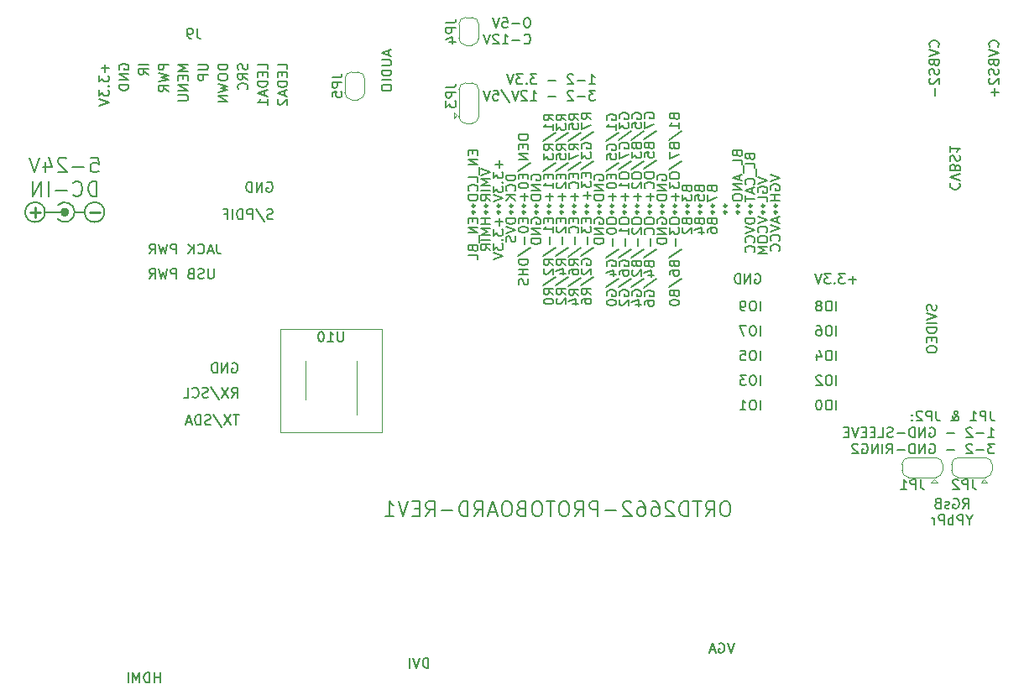
<source format=gbo>
%TF.GenerationSoftware,KiCad,Pcbnew,(5.1.12)-1*%
%TF.CreationDate,2021-12-05T12:23:55+04:00*%
%TF.ProjectId,RTD2662Board,52544432-3636-4324-926f-6172642e6b69,2*%
%TF.SameCoordinates,Original*%
%TF.FileFunction,Legend,Bot*%
%TF.FilePolarity,Positive*%
%FSLAX46Y46*%
G04 Gerber Fmt 4.6, Leading zero omitted, Abs format (unit mm)*
G04 Created by KiCad (PCBNEW (5.1.12)-1) date 2021-12-05 12:23:55*
%MOMM*%
%LPD*%
G01*
G04 APERTURE LIST*
%ADD10C,0.150000*%
%ADD11C,0.250000*%
%ADD12C,0.120000*%
%ADD13C,0.500000*%
%ADD14C,0.100000*%
%ADD15O,3.600000X2.100000*%
%ADD16C,1.800000*%
%ADD17C,2.900000*%
%ADD18O,3.700000X2.100000*%
%ADD19O,2.100000X3.700000*%
%ADD20C,1.900000*%
%ADD21C,1.600000*%
%ADD22O,2.100000X4.100000*%
%ADD23C,1.700000*%
%ADD24C,4.100000*%
%ADD25C,3.600000*%
%ADD26C,1.350000*%
%ADD27C,2.100000*%
%ADD28O,1.300000X1.850000*%
%ADD29O,1.700000X1.700000*%
%ADD30O,1.800000X1.800000*%
%ADD31C,2.300000*%
G04 APERTURE END LIST*
D10*
X119535714Y-125428571D02*
X119250000Y-125428571D01*
X119107142Y-125500000D01*
X118964285Y-125642857D01*
X118892857Y-125928571D01*
X118892857Y-126428571D01*
X118964285Y-126714285D01*
X119107142Y-126857142D01*
X119250000Y-126928571D01*
X119535714Y-126928571D01*
X119678571Y-126857142D01*
X119821428Y-126714285D01*
X119892857Y-126428571D01*
X119892857Y-125928571D01*
X119821428Y-125642857D01*
X119678571Y-125500000D01*
X119535714Y-125428571D01*
X117392857Y-126928571D02*
X117892857Y-126214285D01*
X118250000Y-126928571D02*
X118250000Y-125428571D01*
X117678571Y-125428571D01*
X117535714Y-125500000D01*
X117464285Y-125571428D01*
X117392857Y-125714285D01*
X117392857Y-125928571D01*
X117464285Y-126071428D01*
X117535714Y-126142857D01*
X117678571Y-126214285D01*
X118250000Y-126214285D01*
X116964285Y-125428571D02*
X116107142Y-125428571D01*
X116535714Y-126928571D02*
X116535714Y-125428571D01*
X115607142Y-126928571D02*
X115607142Y-125428571D01*
X115250000Y-125428571D01*
X115035714Y-125500000D01*
X114892857Y-125642857D01*
X114821428Y-125785714D01*
X114750000Y-126071428D01*
X114750000Y-126285714D01*
X114821428Y-126571428D01*
X114892857Y-126714285D01*
X115035714Y-126857142D01*
X115250000Y-126928571D01*
X115607142Y-126928571D01*
X114178571Y-125571428D02*
X114107142Y-125500000D01*
X113964285Y-125428571D01*
X113607142Y-125428571D01*
X113464285Y-125500000D01*
X113392857Y-125571428D01*
X113321428Y-125714285D01*
X113321428Y-125857142D01*
X113392857Y-126071428D01*
X114250000Y-126928571D01*
X113321428Y-126928571D01*
X112035714Y-125428571D02*
X112321428Y-125428571D01*
X112464285Y-125500000D01*
X112535714Y-125571428D01*
X112678571Y-125785714D01*
X112750000Y-126071428D01*
X112750000Y-126642857D01*
X112678571Y-126785714D01*
X112607142Y-126857142D01*
X112464285Y-126928571D01*
X112178571Y-126928571D01*
X112035714Y-126857142D01*
X111964285Y-126785714D01*
X111892857Y-126642857D01*
X111892857Y-126285714D01*
X111964285Y-126142857D01*
X112035714Y-126071428D01*
X112178571Y-126000000D01*
X112464285Y-126000000D01*
X112607142Y-126071428D01*
X112678571Y-126142857D01*
X112750000Y-126285714D01*
X110607142Y-125428571D02*
X110892857Y-125428571D01*
X111035714Y-125500000D01*
X111107142Y-125571428D01*
X111250000Y-125785714D01*
X111321428Y-126071428D01*
X111321428Y-126642857D01*
X111250000Y-126785714D01*
X111178571Y-126857142D01*
X111035714Y-126928571D01*
X110750000Y-126928571D01*
X110607142Y-126857142D01*
X110535714Y-126785714D01*
X110464285Y-126642857D01*
X110464285Y-126285714D01*
X110535714Y-126142857D01*
X110607142Y-126071428D01*
X110750000Y-126000000D01*
X111035714Y-126000000D01*
X111178571Y-126071428D01*
X111250000Y-126142857D01*
X111321428Y-126285714D01*
X109892857Y-125571428D02*
X109821428Y-125500000D01*
X109678571Y-125428571D01*
X109321428Y-125428571D01*
X109178571Y-125500000D01*
X109107142Y-125571428D01*
X109035714Y-125714285D01*
X109035714Y-125857142D01*
X109107142Y-126071428D01*
X109964285Y-126928571D01*
X109035714Y-126928571D01*
X108392857Y-126357142D02*
X107250000Y-126357142D01*
X106535714Y-126928571D02*
X106535714Y-125428571D01*
X105964285Y-125428571D01*
X105821428Y-125500000D01*
X105750000Y-125571428D01*
X105678571Y-125714285D01*
X105678571Y-125928571D01*
X105750000Y-126071428D01*
X105821428Y-126142857D01*
X105964285Y-126214285D01*
X106535714Y-126214285D01*
X104178571Y-126928571D02*
X104678571Y-126214285D01*
X105035714Y-126928571D02*
X105035714Y-125428571D01*
X104464285Y-125428571D01*
X104321428Y-125500000D01*
X104250000Y-125571428D01*
X104178571Y-125714285D01*
X104178571Y-125928571D01*
X104250000Y-126071428D01*
X104321428Y-126142857D01*
X104464285Y-126214285D01*
X105035714Y-126214285D01*
X103250000Y-125428571D02*
X102964285Y-125428571D01*
X102821428Y-125500000D01*
X102678571Y-125642857D01*
X102607142Y-125928571D01*
X102607142Y-126428571D01*
X102678571Y-126714285D01*
X102821428Y-126857142D01*
X102964285Y-126928571D01*
X103250000Y-126928571D01*
X103392857Y-126857142D01*
X103535714Y-126714285D01*
X103607142Y-126428571D01*
X103607142Y-125928571D01*
X103535714Y-125642857D01*
X103392857Y-125500000D01*
X103250000Y-125428571D01*
X102178571Y-125428571D02*
X101321428Y-125428571D01*
X101750000Y-126928571D02*
X101750000Y-125428571D01*
X100535714Y-125428571D02*
X100250000Y-125428571D01*
X100107142Y-125500000D01*
X99964285Y-125642857D01*
X99892857Y-125928571D01*
X99892857Y-126428571D01*
X99964285Y-126714285D01*
X100107142Y-126857142D01*
X100250000Y-126928571D01*
X100535714Y-126928571D01*
X100678571Y-126857142D01*
X100821428Y-126714285D01*
X100892857Y-126428571D01*
X100892857Y-125928571D01*
X100821428Y-125642857D01*
X100678571Y-125500000D01*
X100535714Y-125428571D01*
X98750000Y-126142857D02*
X98535714Y-126214285D01*
X98464285Y-126285714D01*
X98392857Y-126428571D01*
X98392857Y-126642857D01*
X98464285Y-126785714D01*
X98535714Y-126857142D01*
X98678571Y-126928571D01*
X99250000Y-126928571D01*
X99250000Y-125428571D01*
X98750000Y-125428571D01*
X98607142Y-125500000D01*
X98535714Y-125571428D01*
X98464285Y-125714285D01*
X98464285Y-125857142D01*
X98535714Y-126000000D01*
X98607142Y-126071428D01*
X98750000Y-126142857D01*
X99250000Y-126142857D01*
X97464285Y-125428571D02*
X97178571Y-125428571D01*
X97035714Y-125500000D01*
X96892857Y-125642857D01*
X96821428Y-125928571D01*
X96821428Y-126428571D01*
X96892857Y-126714285D01*
X97035714Y-126857142D01*
X97178571Y-126928571D01*
X97464285Y-126928571D01*
X97607142Y-126857142D01*
X97750000Y-126714285D01*
X97821428Y-126428571D01*
X97821428Y-125928571D01*
X97750000Y-125642857D01*
X97607142Y-125500000D01*
X97464285Y-125428571D01*
X96250000Y-126500000D02*
X95535714Y-126500000D01*
X96392857Y-126928571D02*
X95892857Y-125428571D01*
X95392857Y-126928571D01*
X94035714Y-126928571D02*
X94535714Y-126214285D01*
X94892857Y-126928571D02*
X94892857Y-125428571D01*
X94321428Y-125428571D01*
X94178571Y-125500000D01*
X94107142Y-125571428D01*
X94035714Y-125714285D01*
X94035714Y-125928571D01*
X94107142Y-126071428D01*
X94178571Y-126142857D01*
X94321428Y-126214285D01*
X94892857Y-126214285D01*
X93392857Y-126928571D02*
X93392857Y-125428571D01*
X93035714Y-125428571D01*
X92821428Y-125500000D01*
X92678571Y-125642857D01*
X92607142Y-125785714D01*
X92535714Y-126071428D01*
X92535714Y-126285714D01*
X92607142Y-126571428D01*
X92678571Y-126714285D01*
X92821428Y-126857142D01*
X93035714Y-126928571D01*
X93392857Y-126928571D01*
X91892857Y-126357142D02*
X90750000Y-126357142D01*
X89178571Y-126928571D02*
X89678571Y-126214285D01*
X90035714Y-126928571D02*
X90035714Y-125428571D01*
X89464285Y-125428571D01*
X89321428Y-125500000D01*
X89250000Y-125571428D01*
X89178571Y-125714285D01*
X89178571Y-125928571D01*
X89250000Y-126071428D01*
X89321428Y-126142857D01*
X89464285Y-126214285D01*
X90035714Y-126214285D01*
X88535714Y-126142857D02*
X88035714Y-126142857D01*
X87821428Y-126928571D02*
X88535714Y-126928571D01*
X88535714Y-125428571D01*
X87821428Y-125428571D01*
X87392857Y-125428571D02*
X86892857Y-126928571D01*
X86392857Y-125428571D01*
X85107142Y-126928571D02*
X85964285Y-126928571D01*
X85535714Y-126928571D02*
X85535714Y-125428571D01*
X85678571Y-125642857D01*
X85821428Y-125785714D01*
X85964285Y-125857142D01*
X140654761Y-105571428D02*
X140702380Y-105714285D01*
X140702380Y-105952380D01*
X140654761Y-106047619D01*
X140607142Y-106095238D01*
X140511904Y-106142857D01*
X140416666Y-106142857D01*
X140321428Y-106095238D01*
X140273809Y-106047619D01*
X140226190Y-105952380D01*
X140178571Y-105761904D01*
X140130952Y-105666666D01*
X140083333Y-105619047D01*
X139988095Y-105571428D01*
X139892857Y-105571428D01*
X139797619Y-105619047D01*
X139750000Y-105666666D01*
X139702380Y-105761904D01*
X139702380Y-106000000D01*
X139750000Y-106142857D01*
X139702380Y-106428571D02*
X140702380Y-106761904D01*
X139702380Y-107095238D01*
X140702380Y-107428571D02*
X139702380Y-107428571D01*
X140702380Y-107904761D02*
X139702380Y-107904761D01*
X139702380Y-108142857D01*
X139750000Y-108285714D01*
X139845238Y-108380952D01*
X139940476Y-108428571D01*
X140130952Y-108476190D01*
X140273809Y-108476190D01*
X140464285Y-108428571D01*
X140559523Y-108380952D01*
X140654761Y-108285714D01*
X140702380Y-108142857D01*
X140702380Y-107904761D01*
X140178571Y-108904761D02*
X140178571Y-109238095D01*
X140702380Y-109380952D02*
X140702380Y-108904761D01*
X139702380Y-108904761D01*
X139702380Y-109380952D01*
X139702380Y-110000000D02*
X139702380Y-110190476D01*
X139750000Y-110285714D01*
X139845238Y-110380952D01*
X140035714Y-110428571D01*
X140369047Y-110428571D01*
X140559523Y-110380952D01*
X140654761Y-110285714D01*
X140702380Y-110190476D01*
X140702380Y-110000000D01*
X140654761Y-109904761D01*
X140559523Y-109809523D01*
X140369047Y-109761904D01*
X140035714Y-109761904D01*
X139845238Y-109809523D01*
X139750000Y-109904761D01*
X139702380Y-110000000D01*
X122914404Y-116202380D02*
X122914404Y-115202380D01*
X122247738Y-115202380D02*
X122057261Y-115202380D01*
X121962023Y-115250000D01*
X121866785Y-115345238D01*
X121819166Y-115535714D01*
X121819166Y-115869047D01*
X121866785Y-116059523D01*
X121962023Y-116154761D01*
X122057261Y-116202380D01*
X122247738Y-116202380D01*
X122342976Y-116154761D01*
X122438214Y-116059523D01*
X122485833Y-115869047D01*
X122485833Y-115535714D01*
X122438214Y-115345238D01*
X122342976Y-115250000D01*
X122247738Y-115202380D01*
X120866785Y-116202380D02*
X121438214Y-116202380D01*
X121152500Y-116202380D02*
X121152500Y-115202380D01*
X121247738Y-115345238D01*
X121342976Y-115440476D01*
X121438214Y-115488095D01*
X122914404Y-113702380D02*
X122914404Y-112702380D01*
X122247738Y-112702380D02*
X122057261Y-112702380D01*
X121962023Y-112750000D01*
X121866785Y-112845238D01*
X121819166Y-113035714D01*
X121819166Y-113369047D01*
X121866785Y-113559523D01*
X121962023Y-113654761D01*
X122057261Y-113702380D01*
X122247738Y-113702380D01*
X122342976Y-113654761D01*
X122438214Y-113559523D01*
X122485833Y-113369047D01*
X122485833Y-113035714D01*
X122438214Y-112845238D01*
X122342976Y-112750000D01*
X122247738Y-112702380D01*
X121485833Y-112702380D02*
X120866785Y-112702380D01*
X121200119Y-113083333D01*
X121057261Y-113083333D01*
X120962023Y-113130952D01*
X120914404Y-113178571D01*
X120866785Y-113273809D01*
X120866785Y-113511904D01*
X120914404Y-113607142D01*
X120962023Y-113654761D01*
X121057261Y-113702380D01*
X121342976Y-113702380D01*
X121438214Y-113654761D01*
X121485833Y-113607142D01*
X122914404Y-111202380D02*
X122914404Y-110202380D01*
X122247738Y-110202380D02*
X122057261Y-110202380D01*
X121962023Y-110250000D01*
X121866785Y-110345238D01*
X121819166Y-110535714D01*
X121819166Y-110869047D01*
X121866785Y-111059523D01*
X121962023Y-111154761D01*
X122057261Y-111202380D01*
X122247738Y-111202380D01*
X122342976Y-111154761D01*
X122438214Y-111059523D01*
X122485833Y-110869047D01*
X122485833Y-110535714D01*
X122438214Y-110345238D01*
X122342976Y-110250000D01*
X122247738Y-110202380D01*
X120914404Y-110202380D02*
X121390595Y-110202380D01*
X121438214Y-110678571D01*
X121390595Y-110630952D01*
X121295357Y-110583333D01*
X121057261Y-110583333D01*
X120962023Y-110630952D01*
X120914404Y-110678571D01*
X120866785Y-110773809D01*
X120866785Y-111011904D01*
X120914404Y-111107142D01*
X120962023Y-111154761D01*
X121057261Y-111202380D01*
X121295357Y-111202380D01*
X121390595Y-111154761D01*
X121438214Y-111107142D01*
X122914404Y-108702380D02*
X122914404Y-107702380D01*
X122247738Y-107702380D02*
X122057261Y-107702380D01*
X121962023Y-107750000D01*
X121866785Y-107845238D01*
X121819166Y-108035714D01*
X121819166Y-108369047D01*
X121866785Y-108559523D01*
X121962023Y-108654761D01*
X122057261Y-108702380D01*
X122247738Y-108702380D01*
X122342976Y-108654761D01*
X122438214Y-108559523D01*
X122485833Y-108369047D01*
X122485833Y-108035714D01*
X122438214Y-107845238D01*
X122342976Y-107750000D01*
X122247738Y-107702380D01*
X121485833Y-107702380D02*
X120819166Y-107702380D01*
X121247738Y-108702380D01*
X122914404Y-106202380D02*
X122914404Y-105202380D01*
X122247738Y-105202380D02*
X122057261Y-105202380D01*
X121962023Y-105250000D01*
X121866785Y-105345238D01*
X121819166Y-105535714D01*
X121819166Y-105869047D01*
X121866785Y-106059523D01*
X121962023Y-106154761D01*
X122057261Y-106202380D01*
X122247738Y-106202380D01*
X122342976Y-106154761D01*
X122438214Y-106059523D01*
X122485833Y-105869047D01*
X122485833Y-105535714D01*
X122438214Y-105345238D01*
X122342976Y-105250000D01*
X122247738Y-105202380D01*
X121342976Y-106202380D02*
X121152500Y-106202380D01*
X121057261Y-106154761D01*
X121009642Y-106107142D01*
X120914404Y-105964285D01*
X120866785Y-105773809D01*
X120866785Y-105392857D01*
X120914404Y-105297619D01*
X120962023Y-105250000D01*
X121057261Y-105202380D01*
X121247738Y-105202380D01*
X121342976Y-105250000D01*
X121390595Y-105297619D01*
X121438214Y-105392857D01*
X121438214Y-105630952D01*
X121390595Y-105726190D01*
X121342976Y-105773809D01*
X121247738Y-105821428D01*
X121057261Y-105821428D01*
X120962023Y-105773809D01*
X120914404Y-105726190D01*
X120866785Y-105630952D01*
X130585595Y-116202380D02*
X130585595Y-115202380D01*
X129918928Y-115202380D02*
X129728452Y-115202380D01*
X129633214Y-115250000D01*
X129537976Y-115345238D01*
X129490357Y-115535714D01*
X129490357Y-115869047D01*
X129537976Y-116059523D01*
X129633214Y-116154761D01*
X129728452Y-116202380D01*
X129918928Y-116202380D01*
X130014166Y-116154761D01*
X130109404Y-116059523D01*
X130157023Y-115869047D01*
X130157023Y-115535714D01*
X130109404Y-115345238D01*
X130014166Y-115250000D01*
X129918928Y-115202380D01*
X128871309Y-115202380D02*
X128776071Y-115202380D01*
X128680833Y-115250000D01*
X128633214Y-115297619D01*
X128585595Y-115392857D01*
X128537976Y-115583333D01*
X128537976Y-115821428D01*
X128585595Y-116011904D01*
X128633214Y-116107142D01*
X128680833Y-116154761D01*
X128776071Y-116202380D01*
X128871309Y-116202380D01*
X128966547Y-116154761D01*
X129014166Y-116107142D01*
X129061785Y-116011904D01*
X129109404Y-115821428D01*
X129109404Y-115583333D01*
X129061785Y-115392857D01*
X129014166Y-115297619D01*
X128966547Y-115250000D01*
X128871309Y-115202380D01*
X130585595Y-113702380D02*
X130585595Y-112702380D01*
X129918928Y-112702380D02*
X129728452Y-112702380D01*
X129633214Y-112750000D01*
X129537976Y-112845238D01*
X129490357Y-113035714D01*
X129490357Y-113369047D01*
X129537976Y-113559523D01*
X129633214Y-113654761D01*
X129728452Y-113702380D01*
X129918928Y-113702380D01*
X130014166Y-113654761D01*
X130109404Y-113559523D01*
X130157023Y-113369047D01*
X130157023Y-113035714D01*
X130109404Y-112845238D01*
X130014166Y-112750000D01*
X129918928Y-112702380D01*
X129109404Y-112797619D02*
X129061785Y-112750000D01*
X128966547Y-112702380D01*
X128728452Y-112702380D01*
X128633214Y-112750000D01*
X128585595Y-112797619D01*
X128537976Y-112892857D01*
X128537976Y-112988095D01*
X128585595Y-113130952D01*
X129157023Y-113702380D01*
X128537976Y-113702380D01*
X130585595Y-111202380D02*
X130585595Y-110202380D01*
X129918928Y-110202380D02*
X129728452Y-110202380D01*
X129633214Y-110250000D01*
X129537976Y-110345238D01*
X129490357Y-110535714D01*
X129490357Y-110869047D01*
X129537976Y-111059523D01*
X129633214Y-111154761D01*
X129728452Y-111202380D01*
X129918928Y-111202380D01*
X130014166Y-111154761D01*
X130109404Y-111059523D01*
X130157023Y-110869047D01*
X130157023Y-110535714D01*
X130109404Y-110345238D01*
X130014166Y-110250000D01*
X129918928Y-110202380D01*
X128633214Y-110535714D02*
X128633214Y-111202380D01*
X128871309Y-110154761D02*
X129109404Y-110869047D01*
X128490357Y-110869047D01*
X130585595Y-108702380D02*
X130585595Y-107702380D01*
X129918928Y-107702380D02*
X129728452Y-107702380D01*
X129633214Y-107750000D01*
X129537976Y-107845238D01*
X129490357Y-108035714D01*
X129490357Y-108369047D01*
X129537976Y-108559523D01*
X129633214Y-108654761D01*
X129728452Y-108702380D01*
X129918928Y-108702380D01*
X130014166Y-108654761D01*
X130109404Y-108559523D01*
X130157023Y-108369047D01*
X130157023Y-108035714D01*
X130109404Y-107845238D01*
X130014166Y-107750000D01*
X129918928Y-107702380D01*
X128633214Y-107702380D02*
X128823690Y-107702380D01*
X128918928Y-107750000D01*
X128966547Y-107797619D01*
X129061785Y-107940476D01*
X129109404Y-108130952D01*
X129109404Y-108511904D01*
X129061785Y-108607142D01*
X129014166Y-108654761D01*
X128918928Y-108702380D01*
X128728452Y-108702380D01*
X128633214Y-108654761D01*
X128585595Y-108607142D01*
X128537976Y-108511904D01*
X128537976Y-108273809D01*
X128585595Y-108178571D01*
X128633214Y-108130952D01*
X128728452Y-108083333D01*
X128918928Y-108083333D01*
X129014166Y-108130952D01*
X129061785Y-108178571D01*
X129109404Y-108273809D01*
X130585595Y-106202380D02*
X130585595Y-105202380D01*
X129918928Y-105202380D02*
X129728452Y-105202380D01*
X129633214Y-105250000D01*
X129537976Y-105345238D01*
X129490357Y-105535714D01*
X129490357Y-105869047D01*
X129537976Y-106059523D01*
X129633214Y-106154761D01*
X129728452Y-106202380D01*
X129918928Y-106202380D01*
X130014166Y-106154761D01*
X130109404Y-106059523D01*
X130157023Y-105869047D01*
X130157023Y-105535714D01*
X130109404Y-105345238D01*
X130014166Y-105250000D01*
X129918928Y-105202380D01*
X128918928Y-105630952D02*
X129014166Y-105583333D01*
X129061785Y-105535714D01*
X129109404Y-105440476D01*
X129109404Y-105392857D01*
X129061785Y-105297619D01*
X129014166Y-105250000D01*
X128918928Y-105202380D01*
X128728452Y-105202380D01*
X128633214Y-105250000D01*
X128585595Y-105297619D01*
X128537976Y-105392857D01*
X128537976Y-105440476D01*
X128585595Y-105535714D01*
X128633214Y-105583333D01*
X128728452Y-105630952D01*
X128918928Y-105630952D01*
X129014166Y-105678571D01*
X129061785Y-105726190D01*
X129109404Y-105821428D01*
X129109404Y-106011904D01*
X129061785Y-106107142D01*
X129014166Y-106154761D01*
X128918928Y-106202380D01*
X128728452Y-106202380D01*
X128633214Y-106154761D01*
X128585595Y-106107142D01*
X128537976Y-106011904D01*
X128537976Y-105821428D01*
X128585595Y-105726190D01*
X128633214Y-105678571D01*
X128728452Y-105630952D01*
X132585595Y-103071428D02*
X131823690Y-103071428D01*
X132204642Y-103452380D02*
X132204642Y-102690476D01*
X131442738Y-102452380D02*
X130823690Y-102452380D01*
X131157023Y-102833333D01*
X131014166Y-102833333D01*
X130918928Y-102880952D01*
X130871309Y-102928571D01*
X130823690Y-103023809D01*
X130823690Y-103261904D01*
X130871309Y-103357142D01*
X130918928Y-103404761D01*
X131014166Y-103452380D01*
X131299880Y-103452380D01*
X131395119Y-103404761D01*
X131442738Y-103357142D01*
X130395119Y-103357142D02*
X130347500Y-103404761D01*
X130395119Y-103452380D01*
X130442738Y-103404761D01*
X130395119Y-103357142D01*
X130395119Y-103452380D01*
X130014166Y-102452380D02*
X129395119Y-102452380D01*
X129728452Y-102833333D01*
X129585595Y-102833333D01*
X129490357Y-102880952D01*
X129442738Y-102928571D01*
X129395119Y-103023809D01*
X129395119Y-103261904D01*
X129442738Y-103357142D01*
X129490357Y-103404761D01*
X129585595Y-103452380D01*
X129871309Y-103452380D01*
X129966547Y-103404761D01*
X130014166Y-103357142D01*
X129109404Y-102452380D02*
X128776071Y-103452380D01*
X128442738Y-102452380D01*
X122390595Y-102500000D02*
X122485833Y-102452380D01*
X122628690Y-102452380D01*
X122771547Y-102500000D01*
X122866785Y-102595238D01*
X122914404Y-102690476D01*
X122962023Y-102880952D01*
X122962023Y-103023809D01*
X122914404Y-103214285D01*
X122866785Y-103309523D01*
X122771547Y-103404761D01*
X122628690Y-103452380D01*
X122533452Y-103452380D01*
X122390595Y-103404761D01*
X122342976Y-103357142D01*
X122342976Y-103023809D01*
X122533452Y-103023809D01*
X121914404Y-103452380D02*
X121914404Y-102452380D01*
X121342976Y-103452380D01*
X121342976Y-102452380D01*
X120866785Y-103452380D02*
X120866785Y-102452380D01*
X120628690Y-102452380D01*
X120485833Y-102500000D01*
X120390595Y-102595238D01*
X120342976Y-102690476D01*
X120295357Y-102880952D01*
X120295357Y-103023809D01*
X120342976Y-103214285D01*
X120390595Y-103309523D01*
X120485833Y-103404761D01*
X120628690Y-103452380D01*
X120866785Y-103452380D01*
X62345238Y-143702380D02*
X62345238Y-142702380D01*
X62345238Y-143178571D02*
X61773809Y-143178571D01*
X61773809Y-143702380D02*
X61773809Y-142702380D01*
X61297619Y-143702380D02*
X61297619Y-142702380D01*
X61059523Y-142702380D01*
X60916666Y-142750000D01*
X60821428Y-142845238D01*
X60773809Y-142940476D01*
X60726190Y-143130952D01*
X60726190Y-143273809D01*
X60773809Y-143464285D01*
X60821428Y-143559523D01*
X60916666Y-143654761D01*
X61059523Y-143702380D01*
X61297619Y-143702380D01*
X60297619Y-143702380D02*
X60297619Y-142702380D01*
X59964285Y-143416666D01*
X59630952Y-142702380D01*
X59630952Y-143702380D01*
X59154761Y-143702380D02*
X59154761Y-142702380D01*
X89428571Y-142202380D02*
X89428571Y-141202380D01*
X89190476Y-141202380D01*
X89047619Y-141250000D01*
X88952380Y-141345238D01*
X88904761Y-141440476D01*
X88857142Y-141630952D01*
X88857142Y-141773809D01*
X88904761Y-141964285D01*
X88952380Y-142059523D01*
X89047619Y-142154761D01*
X89190476Y-142202380D01*
X89428571Y-142202380D01*
X88571428Y-141202380D02*
X88238095Y-142202380D01*
X87904761Y-141202380D01*
X87571428Y-142202380D02*
X87571428Y-141202380D01*
X120261904Y-139702380D02*
X119928571Y-140702380D01*
X119595238Y-139702380D01*
X118738095Y-139750000D02*
X118833333Y-139702380D01*
X118976190Y-139702380D01*
X119119047Y-139750000D01*
X119214285Y-139845238D01*
X119261904Y-139940476D01*
X119309523Y-140130952D01*
X119309523Y-140273809D01*
X119261904Y-140464285D01*
X119214285Y-140559523D01*
X119119047Y-140654761D01*
X118976190Y-140702380D01*
X118880952Y-140702380D01*
X118738095Y-140654761D01*
X118690476Y-140607142D01*
X118690476Y-140273809D01*
X118880952Y-140273809D01*
X118309523Y-140416666D02*
X117833333Y-140416666D01*
X118404761Y-140702380D02*
X118071428Y-139702380D01*
X117738095Y-140702380D01*
X96591428Y-91041404D02*
X96591428Y-91803309D01*
X96972380Y-91422357D02*
X96210476Y-91422357D01*
X95972380Y-92184261D02*
X95972380Y-92803309D01*
X96353333Y-92469976D01*
X96353333Y-92612833D01*
X96400952Y-92708071D01*
X96448571Y-92755690D01*
X96543809Y-92803309D01*
X96781904Y-92803309D01*
X96877142Y-92755690D01*
X96924761Y-92708071D01*
X96972380Y-92612833D01*
X96972380Y-92327119D01*
X96924761Y-92231880D01*
X96877142Y-92184261D01*
X96877142Y-93231880D02*
X96924761Y-93279500D01*
X96972380Y-93231880D01*
X96924761Y-93184261D01*
X96877142Y-93231880D01*
X96972380Y-93231880D01*
X95972380Y-93612833D02*
X95972380Y-94231880D01*
X96353333Y-93898547D01*
X96353333Y-94041404D01*
X96400952Y-94136642D01*
X96448571Y-94184261D01*
X96543809Y-94231880D01*
X96781904Y-94231880D01*
X96877142Y-94184261D01*
X96924761Y-94136642D01*
X96972380Y-94041404D01*
X96972380Y-93755690D01*
X96924761Y-93660452D01*
X96877142Y-93612833D01*
X95972380Y-94517595D02*
X96972380Y-94850928D01*
X95972380Y-95184261D01*
D11*
X124587000Y-95610680D02*
G75*
G03*
X124587000Y-95610680I-127000J0D01*
G01*
X124587000Y-96245680D02*
G75*
G03*
X124587000Y-96245680I-127000J0D01*
G01*
X123317000Y-95610680D02*
G75*
G03*
X123317000Y-95610680I-127000J0D01*
G01*
X123317000Y-96245680D02*
G75*
G03*
X123317000Y-96245680I-127000J0D01*
G01*
X122047000Y-95610680D02*
G75*
G03*
X122047000Y-95610680I-127000J0D01*
G01*
X122047000Y-96245680D02*
G75*
G03*
X122047000Y-96245680I-127000J0D01*
G01*
X120777000Y-96245680D02*
G75*
G03*
X120777000Y-96245680I-127000J0D01*
G01*
X120777000Y-95610680D02*
G75*
G03*
X120777000Y-95610680I-127000J0D01*
G01*
X119507000Y-96245680D02*
G75*
G03*
X119507000Y-96245680I-127000J0D01*
G01*
X119507000Y-95610680D02*
G75*
G03*
X119507000Y-95610680I-127000J0D01*
G01*
X118237000Y-95610680D02*
G75*
G03*
X118237000Y-95610680I-127000J0D01*
G01*
X118237000Y-96245680D02*
G75*
G03*
X118237000Y-96245680I-127000J0D01*
G01*
X116967000Y-95610680D02*
G75*
G03*
X116967000Y-95610680I-127000J0D01*
G01*
X116967000Y-96245680D02*
G75*
G03*
X116967000Y-96245680I-127000J0D01*
G01*
X115697000Y-95610680D02*
G75*
G03*
X115697000Y-95610680I-127000J0D01*
G01*
X115697000Y-96245680D02*
G75*
G03*
X115697000Y-96245680I-127000J0D01*
G01*
X114427000Y-96245680D02*
G75*
G03*
X114427000Y-96245680I-127000J0D01*
G01*
X114427000Y-95610680D02*
G75*
G03*
X114427000Y-95610680I-127000J0D01*
G01*
X113157000Y-95610680D02*
G75*
G03*
X113157000Y-95610680I-127000J0D01*
G01*
X113157000Y-96245680D02*
G75*
G03*
X113157000Y-96245680I-127000J0D01*
G01*
X111887000Y-96245680D02*
G75*
G03*
X111887000Y-96245680I-127000J0D01*
G01*
X111887000Y-95610680D02*
G75*
G03*
X111887000Y-95610680I-127000J0D01*
G01*
X110617000Y-96245680D02*
G75*
G03*
X110617000Y-96245680I-127000J0D01*
G01*
X110617000Y-95610680D02*
G75*
G03*
X110617000Y-95610680I-127000J0D01*
G01*
X109347000Y-95610680D02*
G75*
G03*
X109347000Y-95610680I-127000J0D01*
G01*
X109347000Y-96245680D02*
G75*
G03*
X109347000Y-96245680I-127000J0D01*
G01*
X108077000Y-95610680D02*
G75*
G03*
X108077000Y-95610680I-127000J0D01*
G01*
X108077000Y-96245680D02*
G75*
G03*
X108077000Y-96245680I-127000J0D01*
G01*
X106807000Y-95610680D02*
G75*
G03*
X106807000Y-95610680I-127000J0D01*
G01*
X106807000Y-96245680D02*
G75*
G03*
X106807000Y-96245680I-127000J0D01*
G01*
X105537000Y-96245680D02*
G75*
G03*
X105537000Y-96245680I-127000J0D01*
G01*
X105537000Y-95610680D02*
G75*
G03*
X105537000Y-95610680I-127000J0D01*
G01*
X104267000Y-96245680D02*
G75*
G03*
X104267000Y-96245680I-127000J0D01*
G01*
X104267000Y-95610680D02*
G75*
G03*
X104267000Y-95610680I-127000J0D01*
G01*
X102997000Y-95610680D02*
G75*
G03*
X102997000Y-95610680I-127000J0D01*
G01*
X102997000Y-96245680D02*
G75*
G03*
X102997000Y-96245680I-127000J0D01*
G01*
X101727000Y-96245680D02*
G75*
G03*
X101727000Y-96245680I-127000J0D01*
G01*
X101727000Y-95610680D02*
G75*
G03*
X101727000Y-95610680I-127000J0D01*
G01*
X100457000Y-96245680D02*
G75*
G03*
X100457000Y-96245680I-127000J0D01*
G01*
X100457000Y-95610680D02*
G75*
G03*
X100457000Y-95610680I-127000J0D01*
G01*
X99187000Y-95610680D02*
G75*
G03*
X99187000Y-95610680I-127000J0D01*
G01*
X99187000Y-96245680D02*
G75*
G03*
X99187000Y-96245680I-127000J0D01*
G01*
X97917000Y-95610680D02*
G75*
G03*
X97917000Y-95610680I-127000J0D01*
G01*
X97917000Y-96245680D02*
G75*
G03*
X97917000Y-96245680I-127000J0D01*
G01*
X96647000Y-95610680D02*
G75*
G03*
X96647000Y-95610680I-127000J0D01*
G01*
X96647000Y-96245680D02*
G75*
G03*
X96647000Y-96245680I-127000J0D01*
G01*
X95377000Y-95610680D02*
G75*
G03*
X95377000Y-95610680I-127000J0D01*
G01*
X95377000Y-96245680D02*
G75*
G03*
X95377000Y-96245680I-127000J0D01*
G01*
X94107000Y-96245680D02*
G75*
G03*
X94107000Y-96245680I-127000J0D01*
G01*
X94107000Y-95610680D02*
G75*
G03*
X94107000Y-95610680I-127000J0D01*
G01*
D10*
X99830000Y-92993785D02*
X99782380Y-92898547D01*
X99782380Y-92755690D01*
X99830000Y-92612833D01*
X99925238Y-92517595D01*
X100020476Y-92469976D01*
X100210952Y-92422357D01*
X100353809Y-92422357D01*
X100544285Y-92469976D01*
X100639523Y-92517595D01*
X100734761Y-92612833D01*
X100782380Y-92755690D01*
X100782380Y-92850928D01*
X100734761Y-92993785D01*
X100687142Y-93041404D01*
X100353809Y-93041404D01*
X100353809Y-92850928D01*
X100782380Y-93469976D02*
X99782380Y-93469976D01*
X100782380Y-94041404D01*
X99782380Y-94041404D01*
X100782380Y-94517595D02*
X99782380Y-94517595D01*
X99782380Y-94755690D01*
X99830000Y-94898547D01*
X99925238Y-94993785D01*
X100020476Y-95041404D01*
X100210952Y-95089023D01*
X100353809Y-95089023D01*
X100544285Y-95041404D01*
X100639523Y-94993785D01*
X100734761Y-94898547D01*
X100782380Y-94755690D01*
X100782380Y-94517595D01*
X106180000Y-92993785D02*
X106132380Y-92898547D01*
X106132380Y-92755690D01*
X106180000Y-92612833D01*
X106275238Y-92517595D01*
X106370476Y-92469976D01*
X106560952Y-92422357D01*
X106703809Y-92422357D01*
X106894285Y-92469976D01*
X106989523Y-92517595D01*
X107084761Y-92612833D01*
X107132380Y-92755690D01*
X107132380Y-92850928D01*
X107084761Y-92993785D01*
X107037142Y-93041404D01*
X106703809Y-93041404D01*
X106703809Y-92850928D01*
X107132380Y-93469976D02*
X106132380Y-93469976D01*
X107132380Y-94041404D01*
X106132380Y-94041404D01*
X107132380Y-94517595D02*
X106132380Y-94517595D01*
X106132380Y-94755690D01*
X106180000Y-94898547D01*
X106275238Y-94993785D01*
X106370476Y-95041404D01*
X106560952Y-95089023D01*
X106703809Y-95089023D01*
X106894285Y-95041404D01*
X106989523Y-94993785D01*
X107084761Y-94898547D01*
X107132380Y-94755690D01*
X107132380Y-94517595D01*
X112530000Y-92993785D02*
X112482380Y-92898547D01*
X112482380Y-92755690D01*
X112530000Y-92612833D01*
X112625238Y-92517595D01*
X112720476Y-92469976D01*
X112910952Y-92422357D01*
X113053809Y-92422357D01*
X113244285Y-92469976D01*
X113339523Y-92517595D01*
X113434761Y-92612833D01*
X113482380Y-92755690D01*
X113482380Y-92850928D01*
X113434761Y-92993785D01*
X113387142Y-93041404D01*
X113053809Y-93041404D01*
X113053809Y-92850928D01*
X113482380Y-93469976D02*
X112482380Y-93469976D01*
X113482380Y-94041404D01*
X112482380Y-94041404D01*
X113482380Y-94517595D02*
X112482380Y-94517595D01*
X112482380Y-94755690D01*
X112530000Y-94898547D01*
X112625238Y-94993785D01*
X112720476Y-95041404D01*
X112910952Y-95089023D01*
X113053809Y-95089023D01*
X113244285Y-95041404D01*
X113339523Y-94993785D01*
X113434761Y-94898547D01*
X113482380Y-94755690D01*
X113482380Y-94517595D01*
X112530000Y-97379404D02*
X112482380Y-97284166D01*
X112482380Y-97141309D01*
X112530000Y-96998452D01*
X112625238Y-96903214D01*
X112720476Y-96855595D01*
X112910952Y-96807976D01*
X113053809Y-96807976D01*
X113244285Y-96855595D01*
X113339523Y-96903214D01*
X113434761Y-96998452D01*
X113482380Y-97141309D01*
X113482380Y-97236547D01*
X113434761Y-97379404D01*
X113387142Y-97427023D01*
X113053809Y-97427023D01*
X113053809Y-97236547D01*
X113482380Y-97855595D02*
X112482380Y-97855595D01*
X113482380Y-98427023D01*
X112482380Y-98427023D01*
X113482380Y-98903214D02*
X112482380Y-98903214D01*
X112482380Y-99141309D01*
X112530000Y-99284166D01*
X112625238Y-99379404D01*
X112720476Y-99427023D01*
X112910952Y-99474642D01*
X113053809Y-99474642D01*
X113244285Y-99427023D01*
X113339523Y-99379404D01*
X113434761Y-99284166D01*
X113482380Y-99141309D01*
X113482380Y-98903214D01*
X106180000Y-97379404D02*
X106132380Y-97284166D01*
X106132380Y-97141309D01*
X106180000Y-96998452D01*
X106275238Y-96903214D01*
X106370476Y-96855595D01*
X106560952Y-96807976D01*
X106703809Y-96807976D01*
X106894285Y-96855595D01*
X106989523Y-96903214D01*
X107084761Y-96998452D01*
X107132380Y-97141309D01*
X107132380Y-97236547D01*
X107084761Y-97379404D01*
X107037142Y-97427023D01*
X106703809Y-97427023D01*
X106703809Y-97236547D01*
X107132380Y-97855595D02*
X106132380Y-97855595D01*
X107132380Y-98427023D01*
X106132380Y-98427023D01*
X107132380Y-98903214D02*
X106132380Y-98903214D01*
X106132380Y-99141309D01*
X106180000Y-99284166D01*
X106275238Y-99379404D01*
X106370476Y-99427023D01*
X106560952Y-99474642D01*
X106703809Y-99474642D01*
X106894285Y-99427023D01*
X106989523Y-99379404D01*
X107084761Y-99284166D01*
X107132380Y-99141309D01*
X107132380Y-98903214D01*
X99830000Y-97379404D02*
X99782380Y-97284166D01*
X99782380Y-97141309D01*
X99830000Y-96998452D01*
X99925238Y-96903214D01*
X100020476Y-96855595D01*
X100210952Y-96807976D01*
X100353809Y-96807976D01*
X100544285Y-96855595D01*
X100639523Y-96903214D01*
X100734761Y-96998452D01*
X100782380Y-97141309D01*
X100782380Y-97236547D01*
X100734761Y-97379404D01*
X100687142Y-97427023D01*
X100353809Y-97427023D01*
X100353809Y-97236547D01*
X100782380Y-97855595D02*
X99782380Y-97855595D01*
X100782380Y-98427023D01*
X99782380Y-98427023D01*
X100782380Y-98903214D02*
X99782380Y-98903214D01*
X99782380Y-99141309D01*
X99830000Y-99284166D01*
X99925238Y-99379404D01*
X100020476Y-99427023D01*
X100210952Y-99474642D01*
X100353809Y-99474642D01*
X100544285Y-99427023D01*
X100639523Y-99379404D01*
X100734761Y-99284166D01*
X100782380Y-99141309D01*
X100782380Y-98903214D01*
X118038571Y-93898547D02*
X118086190Y-94041404D01*
X118133809Y-94089023D01*
X118229047Y-94136642D01*
X118371904Y-94136642D01*
X118467142Y-94089023D01*
X118514761Y-94041404D01*
X118562380Y-93946166D01*
X118562380Y-93565214D01*
X117562380Y-93565214D01*
X117562380Y-93898547D01*
X117610000Y-93993785D01*
X117657619Y-94041404D01*
X117752857Y-94089023D01*
X117848095Y-94089023D01*
X117943333Y-94041404D01*
X117990952Y-93993785D01*
X118038571Y-93898547D01*
X118038571Y-93565214D01*
X117562380Y-94469976D02*
X117562380Y-95136642D01*
X118562380Y-94708071D01*
X116768571Y-93898547D02*
X116816190Y-94041404D01*
X116863809Y-94089023D01*
X116959047Y-94136642D01*
X117101904Y-94136642D01*
X117197142Y-94089023D01*
X117244761Y-94041404D01*
X117292380Y-93946166D01*
X117292380Y-93565214D01*
X116292380Y-93565214D01*
X116292380Y-93898547D01*
X116340000Y-93993785D01*
X116387619Y-94041404D01*
X116482857Y-94089023D01*
X116578095Y-94089023D01*
X116673333Y-94041404D01*
X116720952Y-93993785D01*
X116768571Y-93898547D01*
X116768571Y-93565214D01*
X116292380Y-95041404D02*
X116292380Y-94565214D01*
X116768571Y-94517595D01*
X116720952Y-94565214D01*
X116673333Y-94660452D01*
X116673333Y-94898547D01*
X116720952Y-94993785D01*
X116768571Y-95041404D01*
X116863809Y-95089023D01*
X117101904Y-95089023D01*
X117197142Y-95041404D01*
X117244761Y-94993785D01*
X117292380Y-94898547D01*
X117292380Y-94660452D01*
X117244761Y-94565214D01*
X117197142Y-94517595D01*
X115498571Y-93898547D02*
X115546190Y-94041404D01*
X115593809Y-94089023D01*
X115689047Y-94136642D01*
X115831904Y-94136642D01*
X115927142Y-94089023D01*
X115974761Y-94041404D01*
X116022380Y-93946166D01*
X116022380Y-93565214D01*
X115022380Y-93565214D01*
X115022380Y-93898547D01*
X115070000Y-93993785D01*
X115117619Y-94041404D01*
X115212857Y-94089023D01*
X115308095Y-94089023D01*
X115403333Y-94041404D01*
X115450952Y-93993785D01*
X115498571Y-93898547D01*
X115498571Y-93565214D01*
X115022380Y-94469976D02*
X115022380Y-95089023D01*
X115403333Y-94755690D01*
X115403333Y-94898547D01*
X115450952Y-94993785D01*
X115498571Y-95041404D01*
X115593809Y-95089023D01*
X115831904Y-95089023D01*
X115927142Y-95041404D01*
X115974761Y-94993785D01*
X116022380Y-94898547D01*
X116022380Y-94612833D01*
X115974761Y-94517595D01*
X115927142Y-94469976D01*
X114228571Y-86612833D02*
X114276190Y-86755690D01*
X114323809Y-86803309D01*
X114419047Y-86850928D01*
X114561904Y-86850928D01*
X114657142Y-86803309D01*
X114704761Y-86755690D01*
X114752380Y-86660452D01*
X114752380Y-86279500D01*
X113752380Y-86279500D01*
X113752380Y-86612833D01*
X113800000Y-86708071D01*
X113847619Y-86755690D01*
X113942857Y-86803309D01*
X114038095Y-86803309D01*
X114133333Y-86755690D01*
X114180952Y-86708071D01*
X114228571Y-86612833D01*
X114228571Y-86279500D01*
X114752380Y-87803309D02*
X114752380Y-87231880D01*
X114752380Y-87517595D02*
X113752380Y-87517595D01*
X113895238Y-87422357D01*
X113990476Y-87327119D01*
X114038095Y-87231880D01*
X113704761Y-88946166D02*
X114990476Y-88089023D01*
X114228571Y-89612833D02*
X114276190Y-89755690D01*
X114323809Y-89803309D01*
X114419047Y-89850928D01*
X114561904Y-89850928D01*
X114657142Y-89803309D01*
X114704761Y-89755690D01*
X114752380Y-89660452D01*
X114752380Y-89279500D01*
X113752380Y-89279500D01*
X113752380Y-89612833D01*
X113800000Y-89708071D01*
X113847619Y-89755690D01*
X113942857Y-89803309D01*
X114038095Y-89803309D01*
X114133333Y-89755690D01*
X114180952Y-89708071D01*
X114228571Y-89612833D01*
X114228571Y-89279500D01*
X113752380Y-90184261D02*
X113752380Y-90850928D01*
X114752380Y-90422357D01*
X113704761Y-91946166D02*
X114990476Y-91089023D01*
X113752380Y-92469976D02*
X113752380Y-92660452D01*
X113800000Y-92755690D01*
X113895238Y-92850928D01*
X114085714Y-92898547D01*
X114419047Y-92898547D01*
X114609523Y-92850928D01*
X114704761Y-92755690D01*
X114752380Y-92660452D01*
X114752380Y-92469976D01*
X114704761Y-92374738D01*
X114609523Y-92279500D01*
X114419047Y-92231880D01*
X114085714Y-92231880D01*
X113895238Y-92279500D01*
X113800000Y-92374738D01*
X113752380Y-92469976D01*
X113752380Y-93231880D02*
X113752380Y-93850928D01*
X114133333Y-93517595D01*
X114133333Y-93660452D01*
X114180952Y-93755690D01*
X114228571Y-93803309D01*
X114323809Y-93850928D01*
X114561904Y-93850928D01*
X114657142Y-93803309D01*
X114704761Y-93755690D01*
X114752380Y-93660452D01*
X114752380Y-93374738D01*
X114704761Y-93279500D01*
X114657142Y-93231880D01*
X114371428Y-94279500D02*
X114371428Y-95041404D01*
X114752380Y-94660452D02*
X113990476Y-94660452D01*
X111260000Y-86755690D02*
X111212380Y-86660452D01*
X111212380Y-86517595D01*
X111260000Y-86374738D01*
X111355238Y-86279500D01*
X111450476Y-86231880D01*
X111640952Y-86184261D01*
X111783809Y-86184261D01*
X111974285Y-86231880D01*
X112069523Y-86279500D01*
X112164761Y-86374738D01*
X112212380Y-86517595D01*
X112212380Y-86612833D01*
X112164761Y-86755690D01*
X112117142Y-86803309D01*
X111783809Y-86803309D01*
X111783809Y-86612833D01*
X111212380Y-87136642D02*
X111212380Y-87803309D01*
X112212380Y-87374738D01*
X111164761Y-88898547D02*
X112450476Y-88041404D01*
X111688571Y-89565214D02*
X111736190Y-89708071D01*
X111783809Y-89755690D01*
X111879047Y-89803309D01*
X112021904Y-89803309D01*
X112117142Y-89755690D01*
X112164761Y-89708071D01*
X112212380Y-89612833D01*
X112212380Y-89231880D01*
X111212380Y-89231880D01*
X111212380Y-89565214D01*
X111260000Y-89660452D01*
X111307619Y-89708071D01*
X111402857Y-89755690D01*
X111498095Y-89755690D01*
X111593333Y-89708071D01*
X111640952Y-89660452D01*
X111688571Y-89565214D01*
X111688571Y-89231880D01*
X111212380Y-90708071D02*
X111212380Y-90231880D01*
X111688571Y-90184261D01*
X111640952Y-90231880D01*
X111593333Y-90327119D01*
X111593333Y-90565214D01*
X111640952Y-90660452D01*
X111688571Y-90708071D01*
X111783809Y-90755690D01*
X112021904Y-90755690D01*
X112117142Y-90708071D01*
X112164761Y-90660452D01*
X112212380Y-90565214D01*
X112212380Y-90327119D01*
X112164761Y-90231880D01*
X112117142Y-90184261D01*
X111164761Y-91898547D02*
X112450476Y-91041404D01*
X111212380Y-92422357D02*
X111212380Y-92612833D01*
X111260000Y-92708071D01*
X111355238Y-92803309D01*
X111545714Y-92850928D01*
X111879047Y-92850928D01*
X112069523Y-92803309D01*
X112164761Y-92708071D01*
X112212380Y-92612833D01*
X112212380Y-92422357D01*
X112164761Y-92327119D01*
X112069523Y-92231880D01*
X111879047Y-92184261D01*
X111545714Y-92184261D01*
X111355238Y-92231880D01*
X111260000Y-92327119D01*
X111212380Y-92422357D01*
X112117142Y-93850928D02*
X112164761Y-93803309D01*
X112212380Y-93660452D01*
X112212380Y-93565214D01*
X112164761Y-93422357D01*
X112069523Y-93327119D01*
X111974285Y-93279500D01*
X111783809Y-93231880D01*
X111640952Y-93231880D01*
X111450476Y-93279500D01*
X111355238Y-93327119D01*
X111260000Y-93422357D01*
X111212380Y-93565214D01*
X111212380Y-93660452D01*
X111260000Y-93803309D01*
X111307619Y-93850928D01*
X111831428Y-94279500D02*
X111831428Y-95041404D01*
X112212380Y-94660452D02*
X111450476Y-94660452D01*
X109990000Y-86803309D02*
X109942380Y-86708071D01*
X109942380Y-86565214D01*
X109990000Y-86422357D01*
X110085238Y-86327119D01*
X110180476Y-86279500D01*
X110370952Y-86231880D01*
X110513809Y-86231880D01*
X110704285Y-86279500D01*
X110799523Y-86327119D01*
X110894761Y-86422357D01*
X110942380Y-86565214D01*
X110942380Y-86660452D01*
X110894761Y-86803309D01*
X110847142Y-86850928D01*
X110513809Y-86850928D01*
X110513809Y-86660452D01*
X109942380Y-87755690D02*
X109942380Y-87279500D01*
X110418571Y-87231880D01*
X110370952Y-87279500D01*
X110323333Y-87374738D01*
X110323333Y-87612833D01*
X110370952Y-87708071D01*
X110418571Y-87755690D01*
X110513809Y-87803309D01*
X110751904Y-87803309D01*
X110847142Y-87755690D01*
X110894761Y-87708071D01*
X110942380Y-87612833D01*
X110942380Y-87374738D01*
X110894761Y-87279500D01*
X110847142Y-87231880D01*
X109894761Y-88946166D02*
X111180476Y-88089023D01*
X110418571Y-89612833D02*
X110466190Y-89755690D01*
X110513809Y-89803309D01*
X110609047Y-89850928D01*
X110751904Y-89850928D01*
X110847142Y-89803309D01*
X110894761Y-89755690D01*
X110942380Y-89660452D01*
X110942380Y-89279500D01*
X109942380Y-89279500D01*
X109942380Y-89612833D01*
X109990000Y-89708071D01*
X110037619Y-89755690D01*
X110132857Y-89803309D01*
X110228095Y-89803309D01*
X110323333Y-89755690D01*
X110370952Y-89708071D01*
X110418571Y-89612833D01*
X110418571Y-89279500D01*
X109942380Y-90184261D02*
X109942380Y-90803309D01*
X110323333Y-90469976D01*
X110323333Y-90612833D01*
X110370952Y-90708071D01*
X110418571Y-90755690D01*
X110513809Y-90803309D01*
X110751904Y-90803309D01*
X110847142Y-90755690D01*
X110894761Y-90708071D01*
X110942380Y-90612833D01*
X110942380Y-90327119D01*
X110894761Y-90231880D01*
X110847142Y-90184261D01*
X109894761Y-91946166D02*
X111180476Y-91089023D01*
X109942380Y-92469976D02*
X109942380Y-92660452D01*
X109990000Y-92755690D01*
X110085238Y-92850928D01*
X110275714Y-92898547D01*
X110609047Y-92898547D01*
X110799523Y-92850928D01*
X110894761Y-92755690D01*
X110942380Y-92660452D01*
X110942380Y-92469976D01*
X110894761Y-92374738D01*
X110799523Y-92279500D01*
X110609047Y-92231880D01*
X110275714Y-92231880D01*
X110085238Y-92279500D01*
X109990000Y-92374738D01*
X109942380Y-92469976D01*
X110037619Y-93279500D02*
X109990000Y-93327119D01*
X109942380Y-93422357D01*
X109942380Y-93660452D01*
X109990000Y-93755690D01*
X110037619Y-93803309D01*
X110132857Y-93850928D01*
X110228095Y-93850928D01*
X110370952Y-93803309D01*
X110942380Y-93231880D01*
X110942380Y-93850928D01*
X110561428Y-94279500D02*
X110561428Y-95041404D01*
X110942380Y-94660452D02*
X110180476Y-94660452D01*
X108720000Y-86803309D02*
X108672380Y-86708071D01*
X108672380Y-86565214D01*
X108720000Y-86422357D01*
X108815238Y-86327119D01*
X108910476Y-86279500D01*
X109100952Y-86231880D01*
X109243809Y-86231880D01*
X109434285Y-86279500D01*
X109529523Y-86327119D01*
X109624761Y-86422357D01*
X109672380Y-86565214D01*
X109672380Y-86660452D01*
X109624761Y-86803309D01*
X109577142Y-86850928D01*
X109243809Y-86850928D01*
X109243809Y-86660452D01*
X108672380Y-87184261D02*
X108672380Y-87803309D01*
X109053333Y-87469976D01*
X109053333Y-87612833D01*
X109100952Y-87708071D01*
X109148571Y-87755690D01*
X109243809Y-87803309D01*
X109481904Y-87803309D01*
X109577142Y-87755690D01*
X109624761Y-87708071D01*
X109672380Y-87612833D01*
X109672380Y-87327119D01*
X109624761Y-87231880D01*
X109577142Y-87184261D01*
X108624761Y-88946166D02*
X109910476Y-88089023D01*
X108720000Y-89803309D02*
X108672380Y-89708071D01*
X108672380Y-89565214D01*
X108720000Y-89422357D01*
X108815238Y-89327119D01*
X108910476Y-89279500D01*
X109100952Y-89231880D01*
X109243809Y-89231880D01*
X109434285Y-89279500D01*
X109529523Y-89327119D01*
X109624761Y-89422357D01*
X109672380Y-89565214D01*
X109672380Y-89660452D01*
X109624761Y-89803309D01*
X109577142Y-89850928D01*
X109243809Y-89850928D01*
X109243809Y-89660452D01*
X108672380Y-90184261D02*
X108672380Y-90850928D01*
X109672380Y-90422357D01*
X108624761Y-91946166D02*
X109910476Y-91089023D01*
X108672380Y-92469976D02*
X108672380Y-92660452D01*
X108720000Y-92755690D01*
X108815238Y-92850928D01*
X109005714Y-92898547D01*
X109339047Y-92898547D01*
X109529523Y-92850928D01*
X109624761Y-92755690D01*
X109672380Y-92660452D01*
X109672380Y-92469976D01*
X109624761Y-92374738D01*
X109529523Y-92279500D01*
X109339047Y-92231880D01*
X109005714Y-92231880D01*
X108815238Y-92279500D01*
X108720000Y-92374738D01*
X108672380Y-92469976D01*
X109672380Y-93850928D02*
X109672380Y-93279500D01*
X109672380Y-93565214D02*
X108672380Y-93565214D01*
X108815238Y-93469976D01*
X108910476Y-93374738D01*
X108958095Y-93279500D01*
X109291428Y-94279500D02*
X109291428Y-95041404D01*
X109672380Y-94660452D02*
X108910476Y-94660452D01*
X105862380Y-86866785D02*
X105386190Y-86533452D01*
X105862380Y-86295357D02*
X104862380Y-86295357D01*
X104862380Y-86676309D01*
X104910000Y-86771547D01*
X104957619Y-86819166D01*
X105052857Y-86866785D01*
X105195714Y-86866785D01*
X105290952Y-86819166D01*
X105338571Y-86771547D01*
X105386190Y-86676309D01*
X105386190Y-86295357D01*
X104862380Y-87200119D02*
X104862380Y-87866785D01*
X105862380Y-87438214D01*
X104814761Y-88962023D02*
X106100476Y-88104880D01*
X104910000Y-89819166D02*
X104862380Y-89723928D01*
X104862380Y-89581071D01*
X104910000Y-89438214D01*
X105005238Y-89342976D01*
X105100476Y-89295357D01*
X105290952Y-89247738D01*
X105433809Y-89247738D01*
X105624285Y-89295357D01*
X105719523Y-89342976D01*
X105814761Y-89438214D01*
X105862380Y-89581071D01*
X105862380Y-89676309D01*
X105814761Y-89819166D01*
X105767142Y-89866785D01*
X105433809Y-89866785D01*
X105433809Y-89676309D01*
X104862380Y-90200119D02*
X104862380Y-90819166D01*
X105243333Y-90485833D01*
X105243333Y-90628690D01*
X105290952Y-90723928D01*
X105338571Y-90771547D01*
X105433809Y-90819166D01*
X105671904Y-90819166D01*
X105767142Y-90771547D01*
X105814761Y-90723928D01*
X105862380Y-90628690D01*
X105862380Y-90342976D01*
X105814761Y-90247738D01*
X105767142Y-90200119D01*
X104814761Y-91962023D02*
X106100476Y-91104880D01*
X105338571Y-92295357D02*
X105338571Y-92628690D01*
X105862380Y-92771547D02*
X105862380Y-92295357D01*
X104862380Y-92295357D01*
X104862380Y-92771547D01*
X104862380Y-93104880D02*
X104862380Y-93723928D01*
X105243333Y-93390595D01*
X105243333Y-93533452D01*
X105290952Y-93628690D01*
X105338571Y-93676309D01*
X105433809Y-93723928D01*
X105671904Y-93723928D01*
X105767142Y-93676309D01*
X105814761Y-93628690D01*
X105862380Y-93533452D01*
X105862380Y-93247738D01*
X105814761Y-93152500D01*
X105767142Y-93104880D01*
X105481428Y-94152500D02*
X105481428Y-94914404D01*
X105862380Y-94533452D02*
X105100476Y-94533452D01*
X107450000Y-86946166D02*
X107402380Y-86850928D01*
X107402380Y-86708071D01*
X107450000Y-86565214D01*
X107545238Y-86469976D01*
X107640476Y-86422357D01*
X107830952Y-86374738D01*
X107973809Y-86374738D01*
X108164285Y-86422357D01*
X108259523Y-86469976D01*
X108354761Y-86565214D01*
X108402380Y-86708071D01*
X108402380Y-86803309D01*
X108354761Y-86946166D01*
X108307142Y-86993785D01*
X107973809Y-86993785D01*
X107973809Y-86803309D01*
X108402380Y-87946166D02*
X108402380Y-87374738D01*
X108402380Y-87660452D02*
X107402380Y-87660452D01*
X107545238Y-87565214D01*
X107640476Y-87469976D01*
X107688095Y-87374738D01*
X107354761Y-89089023D02*
X108640476Y-88231880D01*
X107450000Y-89946166D02*
X107402380Y-89850928D01*
X107402380Y-89708071D01*
X107450000Y-89565214D01*
X107545238Y-89469976D01*
X107640476Y-89422357D01*
X107830952Y-89374738D01*
X107973809Y-89374738D01*
X108164285Y-89422357D01*
X108259523Y-89469976D01*
X108354761Y-89565214D01*
X108402380Y-89708071D01*
X108402380Y-89803309D01*
X108354761Y-89946166D01*
X108307142Y-89993785D01*
X107973809Y-89993785D01*
X107973809Y-89803309D01*
X107402380Y-90898547D02*
X107402380Y-90422357D01*
X107878571Y-90374738D01*
X107830952Y-90422357D01*
X107783333Y-90517595D01*
X107783333Y-90755690D01*
X107830952Y-90850928D01*
X107878571Y-90898547D01*
X107973809Y-90946166D01*
X108211904Y-90946166D01*
X108307142Y-90898547D01*
X108354761Y-90850928D01*
X108402380Y-90755690D01*
X108402380Y-90517595D01*
X108354761Y-90422357D01*
X108307142Y-90374738D01*
X107354761Y-92089023D02*
X108640476Y-91231880D01*
X107878571Y-92422357D02*
X107878571Y-92755690D01*
X108402380Y-92898547D02*
X108402380Y-92422357D01*
X107402380Y-92422357D01*
X107402380Y-92898547D01*
X107402380Y-93517595D02*
X107402380Y-93612833D01*
X107450000Y-93708071D01*
X107497619Y-93755690D01*
X107592857Y-93803309D01*
X107783333Y-93850928D01*
X108021428Y-93850928D01*
X108211904Y-93803309D01*
X108307142Y-93755690D01*
X108354761Y-93708071D01*
X108402380Y-93612833D01*
X108402380Y-93517595D01*
X108354761Y-93422357D01*
X108307142Y-93374738D01*
X108211904Y-93327119D01*
X108021428Y-93279500D01*
X107783333Y-93279500D01*
X107592857Y-93327119D01*
X107497619Y-93374738D01*
X107450000Y-93422357D01*
X107402380Y-93517595D01*
X108021428Y-94279500D02*
X108021428Y-95041404D01*
X108402380Y-94660452D02*
X107640476Y-94660452D01*
X104592380Y-86946166D02*
X104116190Y-86612833D01*
X104592380Y-86374738D02*
X103592380Y-86374738D01*
X103592380Y-86755690D01*
X103640000Y-86850928D01*
X103687619Y-86898547D01*
X103782857Y-86946166D01*
X103925714Y-86946166D01*
X104020952Y-86898547D01*
X104068571Y-86850928D01*
X104116190Y-86755690D01*
X104116190Y-86374738D01*
X103592380Y-87850928D02*
X103592380Y-87374738D01*
X104068571Y-87327119D01*
X104020952Y-87374738D01*
X103973333Y-87469976D01*
X103973333Y-87708071D01*
X104020952Y-87803309D01*
X104068571Y-87850928D01*
X104163809Y-87898547D01*
X104401904Y-87898547D01*
X104497142Y-87850928D01*
X104544761Y-87803309D01*
X104592380Y-87708071D01*
X104592380Y-87469976D01*
X104544761Y-87374738D01*
X104497142Y-87327119D01*
X103544761Y-89041404D02*
X104830476Y-88184261D01*
X104592380Y-89946166D02*
X104116190Y-89612833D01*
X104592380Y-89374738D02*
X103592380Y-89374738D01*
X103592380Y-89755690D01*
X103640000Y-89850928D01*
X103687619Y-89898547D01*
X103782857Y-89946166D01*
X103925714Y-89946166D01*
X104020952Y-89898547D01*
X104068571Y-89850928D01*
X104116190Y-89755690D01*
X104116190Y-89374738D01*
X103592380Y-90279500D02*
X103592380Y-90946166D01*
X104592380Y-90517595D01*
X103544761Y-92041404D02*
X104830476Y-91184261D01*
X104068571Y-92374738D02*
X104068571Y-92708071D01*
X104592380Y-92850928D02*
X104592380Y-92374738D01*
X103592380Y-92374738D01*
X103592380Y-92850928D01*
X104497142Y-93850928D02*
X104544761Y-93803309D01*
X104592380Y-93660452D01*
X104592380Y-93565214D01*
X104544761Y-93422357D01*
X104449523Y-93327119D01*
X104354285Y-93279500D01*
X104163809Y-93231880D01*
X104020952Y-93231880D01*
X103830476Y-93279500D01*
X103735238Y-93327119D01*
X103640000Y-93422357D01*
X103592380Y-93565214D01*
X103592380Y-93660452D01*
X103640000Y-93803309D01*
X103687619Y-93850928D01*
X104211428Y-94279500D02*
X104211428Y-95041404D01*
X104592380Y-94660452D02*
X103830476Y-94660452D01*
X103322380Y-86993785D02*
X102846190Y-86660452D01*
X103322380Y-86422357D02*
X102322380Y-86422357D01*
X102322380Y-86803309D01*
X102370000Y-86898547D01*
X102417619Y-86946166D01*
X102512857Y-86993785D01*
X102655714Y-86993785D01*
X102750952Y-86946166D01*
X102798571Y-86898547D01*
X102846190Y-86803309D01*
X102846190Y-86422357D01*
X102322380Y-87327119D02*
X102322380Y-87946166D01*
X102703333Y-87612833D01*
X102703333Y-87755690D01*
X102750952Y-87850928D01*
X102798571Y-87898547D01*
X102893809Y-87946166D01*
X103131904Y-87946166D01*
X103227142Y-87898547D01*
X103274761Y-87850928D01*
X103322380Y-87755690D01*
X103322380Y-87469976D01*
X103274761Y-87374738D01*
X103227142Y-87327119D01*
X102274761Y-89089023D02*
X103560476Y-88231880D01*
X103322380Y-89993785D02*
X102846190Y-89660452D01*
X103322380Y-89422357D02*
X102322380Y-89422357D01*
X102322380Y-89803309D01*
X102370000Y-89898547D01*
X102417619Y-89946166D01*
X102512857Y-89993785D01*
X102655714Y-89993785D01*
X102750952Y-89946166D01*
X102798571Y-89898547D01*
X102846190Y-89803309D01*
X102846190Y-89422357D01*
X102322380Y-90898547D02*
X102322380Y-90422357D01*
X102798571Y-90374738D01*
X102750952Y-90422357D01*
X102703333Y-90517595D01*
X102703333Y-90755690D01*
X102750952Y-90850928D01*
X102798571Y-90898547D01*
X102893809Y-90946166D01*
X103131904Y-90946166D01*
X103227142Y-90898547D01*
X103274761Y-90850928D01*
X103322380Y-90755690D01*
X103322380Y-90517595D01*
X103274761Y-90422357D01*
X103227142Y-90374738D01*
X102274761Y-92089023D02*
X103560476Y-91231880D01*
X102798571Y-92422357D02*
X102798571Y-92755690D01*
X103322380Y-92898547D02*
X103322380Y-92422357D01*
X102322380Y-92422357D01*
X102322380Y-92898547D01*
X102417619Y-93279500D02*
X102370000Y-93327119D01*
X102322380Y-93422357D01*
X102322380Y-93660452D01*
X102370000Y-93755690D01*
X102417619Y-93803309D01*
X102512857Y-93850928D01*
X102608095Y-93850928D01*
X102750952Y-93803309D01*
X103322380Y-93231880D01*
X103322380Y-93850928D01*
X102941428Y-94279500D02*
X102941428Y-95041404D01*
X103322380Y-94660452D02*
X102560476Y-94660452D01*
X102052380Y-86993785D02*
X101576190Y-86660452D01*
X102052380Y-86422357D02*
X101052380Y-86422357D01*
X101052380Y-86803309D01*
X101100000Y-86898547D01*
X101147619Y-86946166D01*
X101242857Y-86993785D01*
X101385714Y-86993785D01*
X101480952Y-86946166D01*
X101528571Y-86898547D01*
X101576190Y-86803309D01*
X101576190Y-86422357D01*
X102052380Y-87946166D02*
X102052380Y-87374738D01*
X102052380Y-87660452D02*
X101052380Y-87660452D01*
X101195238Y-87565214D01*
X101290476Y-87469976D01*
X101338095Y-87374738D01*
X101004761Y-89089023D02*
X102290476Y-88231880D01*
X102052380Y-89993785D02*
X101576190Y-89660452D01*
X102052380Y-89422357D02*
X101052380Y-89422357D01*
X101052380Y-89803309D01*
X101100000Y-89898547D01*
X101147619Y-89946166D01*
X101242857Y-89993785D01*
X101385714Y-89993785D01*
X101480952Y-89946166D01*
X101528571Y-89898547D01*
X101576190Y-89803309D01*
X101576190Y-89422357D01*
X101052380Y-90327119D02*
X101052380Y-90946166D01*
X101433333Y-90612833D01*
X101433333Y-90755690D01*
X101480952Y-90850928D01*
X101528571Y-90898547D01*
X101623809Y-90946166D01*
X101861904Y-90946166D01*
X101957142Y-90898547D01*
X102004761Y-90850928D01*
X102052380Y-90755690D01*
X102052380Y-90469976D01*
X102004761Y-90374738D01*
X101957142Y-90327119D01*
X101004761Y-92089023D02*
X102290476Y-91231880D01*
X101528571Y-92422357D02*
X101528571Y-92755690D01*
X102052380Y-92898547D02*
X102052380Y-92422357D01*
X101052380Y-92422357D01*
X101052380Y-92898547D01*
X102052380Y-93850928D02*
X102052380Y-93279500D01*
X102052380Y-93565214D02*
X101052380Y-93565214D01*
X101195238Y-93469976D01*
X101290476Y-93374738D01*
X101338095Y-93279500D01*
X101671428Y-94279500D02*
X101671428Y-95041404D01*
X102052380Y-94660452D02*
X101290476Y-94660452D01*
X99512380Y-88422357D02*
X98512380Y-88422357D01*
X98512380Y-88660452D01*
X98560000Y-88803309D01*
X98655238Y-88898547D01*
X98750476Y-88946166D01*
X98940952Y-88993785D01*
X99083809Y-88993785D01*
X99274285Y-88946166D01*
X99369523Y-88898547D01*
X99464761Y-88803309D01*
X99512380Y-88660452D01*
X99512380Y-88422357D01*
X98988571Y-89422357D02*
X98988571Y-89755690D01*
X99512380Y-89898547D02*
X99512380Y-89422357D01*
X98512380Y-89422357D01*
X98512380Y-89898547D01*
X99512380Y-90327119D02*
X98512380Y-90327119D01*
X99512380Y-90898547D01*
X98512380Y-90898547D01*
X98464761Y-92089023D02*
X99750476Y-91231880D01*
X98988571Y-92422357D02*
X98988571Y-92755690D01*
X99512380Y-92898547D02*
X99512380Y-92422357D01*
X98512380Y-92422357D01*
X98512380Y-92898547D01*
X98512380Y-93517595D02*
X98512380Y-93612833D01*
X98560000Y-93708071D01*
X98607619Y-93755690D01*
X98702857Y-93803309D01*
X98893333Y-93850928D01*
X99131428Y-93850928D01*
X99321904Y-93803309D01*
X99417142Y-93755690D01*
X99464761Y-93708071D01*
X99512380Y-93612833D01*
X99512380Y-93517595D01*
X99464761Y-93422357D01*
X99417142Y-93374738D01*
X99321904Y-93327119D01*
X99131428Y-93279500D01*
X98893333Y-93279500D01*
X98702857Y-93327119D01*
X98607619Y-93374738D01*
X98560000Y-93422357D01*
X98512380Y-93517595D01*
X99131428Y-94279500D02*
X99131428Y-95041404D01*
X99512380Y-94660452D02*
X98750476Y-94660452D01*
X98242380Y-92517595D02*
X97242380Y-92517595D01*
X97242380Y-92755690D01*
X97290000Y-92898547D01*
X97385238Y-92993785D01*
X97480476Y-93041404D01*
X97670952Y-93089023D01*
X97813809Y-93089023D01*
X98004285Y-93041404D01*
X98099523Y-92993785D01*
X98194761Y-92898547D01*
X98242380Y-92755690D01*
X98242380Y-92517595D01*
X98147142Y-94089023D02*
X98194761Y-94041404D01*
X98242380Y-93898547D01*
X98242380Y-93803309D01*
X98194761Y-93660452D01*
X98099523Y-93565214D01*
X98004285Y-93517595D01*
X97813809Y-93469976D01*
X97670952Y-93469976D01*
X97480476Y-93517595D01*
X97385238Y-93565214D01*
X97290000Y-93660452D01*
X97242380Y-93803309D01*
X97242380Y-93898547D01*
X97290000Y-94041404D01*
X97337619Y-94089023D01*
X98242380Y-94517595D02*
X97242380Y-94517595D01*
X98242380Y-95089023D02*
X97670952Y-94660452D01*
X97242380Y-95089023D02*
X97813809Y-94517595D01*
X124626666Y-96807976D02*
X124626666Y-97284166D01*
X124912380Y-96712738D02*
X123912380Y-97046071D01*
X124912380Y-97379404D01*
X123912380Y-97569880D02*
X124912380Y-97903214D01*
X123912380Y-98236547D01*
X124817142Y-99141309D02*
X124864761Y-99093690D01*
X124912380Y-98950833D01*
X124912380Y-98855595D01*
X124864761Y-98712738D01*
X124769523Y-98617500D01*
X124674285Y-98569880D01*
X124483809Y-98522261D01*
X124340952Y-98522261D01*
X124150476Y-98569880D01*
X124055238Y-98617500D01*
X123960000Y-98712738D01*
X123912380Y-98855595D01*
X123912380Y-98950833D01*
X123960000Y-99093690D01*
X124007619Y-99141309D01*
X124817142Y-100141309D02*
X124864761Y-100093690D01*
X124912380Y-99950833D01*
X124912380Y-99855595D01*
X124864761Y-99712738D01*
X124769523Y-99617500D01*
X124674285Y-99569880D01*
X124483809Y-99522261D01*
X124340952Y-99522261D01*
X124150476Y-99569880D01*
X124055238Y-99617500D01*
X123960000Y-99712738D01*
X123912380Y-99855595D01*
X123912380Y-99950833D01*
X123960000Y-100093690D01*
X124007619Y-100141309D01*
X122642380Y-96712738D02*
X123642380Y-97046071D01*
X122642380Y-97379404D01*
X123547142Y-98284166D02*
X123594761Y-98236547D01*
X123642380Y-98093690D01*
X123642380Y-97998452D01*
X123594761Y-97855595D01*
X123499523Y-97760357D01*
X123404285Y-97712738D01*
X123213809Y-97665119D01*
X123070952Y-97665119D01*
X122880476Y-97712738D01*
X122785238Y-97760357D01*
X122690000Y-97855595D01*
X122642380Y-97998452D01*
X122642380Y-98093690D01*
X122690000Y-98236547D01*
X122737619Y-98284166D01*
X122642380Y-98903214D02*
X122642380Y-99093690D01*
X122690000Y-99188928D01*
X122785238Y-99284166D01*
X122975714Y-99331785D01*
X123309047Y-99331785D01*
X123499523Y-99284166D01*
X123594761Y-99188928D01*
X123642380Y-99093690D01*
X123642380Y-98903214D01*
X123594761Y-98807976D01*
X123499523Y-98712738D01*
X123309047Y-98665119D01*
X122975714Y-98665119D01*
X122785238Y-98712738D01*
X122690000Y-98807976D01*
X122642380Y-98903214D01*
X123642380Y-99760357D02*
X122642380Y-99760357D01*
X123356666Y-100093690D01*
X122642380Y-100427023D01*
X123642380Y-100427023D01*
X122372380Y-96855595D02*
X121372380Y-96855595D01*
X121372380Y-97093690D01*
X121420000Y-97236547D01*
X121515238Y-97331785D01*
X121610476Y-97379404D01*
X121800952Y-97427023D01*
X121943809Y-97427023D01*
X122134285Y-97379404D01*
X122229523Y-97331785D01*
X122324761Y-97236547D01*
X122372380Y-97093690D01*
X122372380Y-96855595D01*
X121372380Y-97712738D02*
X122372380Y-98046071D01*
X121372380Y-98379404D01*
X122277142Y-99284166D02*
X122324761Y-99236547D01*
X122372380Y-99093690D01*
X122372380Y-98998452D01*
X122324761Y-98855595D01*
X122229523Y-98760357D01*
X122134285Y-98712738D01*
X121943809Y-98665119D01*
X121800952Y-98665119D01*
X121610476Y-98712738D01*
X121515238Y-98760357D01*
X121420000Y-98855595D01*
X121372380Y-98998452D01*
X121372380Y-99093690D01*
X121420000Y-99236547D01*
X121467619Y-99284166D01*
X122277142Y-100284166D02*
X122324761Y-100236547D01*
X122372380Y-100093690D01*
X122372380Y-99998452D01*
X122324761Y-99855595D01*
X122229523Y-99760357D01*
X122134285Y-99712738D01*
X121943809Y-99665119D01*
X121800952Y-99665119D01*
X121610476Y-99712738D01*
X121515238Y-99760357D01*
X121420000Y-99855595D01*
X121372380Y-99998452D01*
X121372380Y-100093690D01*
X121420000Y-100236547D01*
X121467619Y-100284166D01*
X123912380Y-92469976D02*
X124912380Y-92803309D01*
X123912380Y-93136642D01*
X123960000Y-93993785D02*
X123912380Y-93898547D01*
X123912380Y-93755690D01*
X123960000Y-93612833D01*
X124055238Y-93517595D01*
X124150476Y-93469976D01*
X124340952Y-93422357D01*
X124483809Y-93422357D01*
X124674285Y-93469976D01*
X124769523Y-93517595D01*
X124864761Y-93612833D01*
X124912380Y-93755690D01*
X124912380Y-93850928D01*
X124864761Y-93993785D01*
X124817142Y-94041404D01*
X124483809Y-94041404D01*
X124483809Y-93850928D01*
X124912380Y-94469976D02*
X123912380Y-94469976D01*
X124388571Y-94469976D02*
X124388571Y-95041404D01*
X124912380Y-95041404D02*
X123912380Y-95041404D01*
X122642380Y-92708071D02*
X123642380Y-93041404D01*
X122642380Y-93374738D01*
X122690000Y-94231880D02*
X122642380Y-94136642D01*
X122642380Y-93993785D01*
X122690000Y-93850928D01*
X122785238Y-93755690D01*
X122880476Y-93708071D01*
X123070952Y-93660452D01*
X123213809Y-93660452D01*
X123404285Y-93708071D01*
X123499523Y-93755690D01*
X123594761Y-93850928D01*
X123642380Y-93993785D01*
X123642380Y-94089023D01*
X123594761Y-94231880D01*
X123547142Y-94279500D01*
X123213809Y-94279500D01*
X123213809Y-94089023D01*
X123642380Y-95184261D02*
X123642380Y-94708071D01*
X122642380Y-94708071D01*
X121848571Y-90660452D02*
X121896190Y-90803309D01*
X121943809Y-90850928D01*
X122039047Y-90898547D01*
X122181904Y-90898547D01*
X122277142Y-90850928D01*
X122324761Y-90803309D01*
X122372380Y-90708071D01*
X122372380Y-90327119D01*
X121372380Y-90327119D01*
X121372380Y-90660452D01*
X121420000Y-90755690D01*
X121467619Y-90803309D01*
X121562857Y-90850928D01*
X121658095Y-90850928D01*
X121753333Y-90803309D01*
X121800952Y-90755690D01*
X121848571Y-90660452D01*
X121848571Y-90327119D01*
X122372380Y-91803309D02*
X122372380Y-91327119D01*
X121372380Y-91327119D01*
X122467619Y-91898547D02*
X122467619Y-92660452D01*
X122277142Y-93469976D02*
X122324761Y-93422357D01*
X122372380Y-93279500D01*
X122372380Y-93184261D01*
X122324761Y-93041404D01*
X122229523Y-92946166D01*
X122134285Y-92898547D01*
X121943809Y-92850928D01*
X121800952Y-92850928D01*
X121610476Y-92898547D01*
X121515238Y-92946166D01*
X121420000Y-93041404D01*
X121372380Y-93184261D01*
X121372380Y-93279500D01*
X121420000Y-93422357D01*
X121467619Y-93469976D01*
X122086666Y-93850928D02*
X122086666Y-94327119D01*
X122372380Y-93755690D02*
X121372380Y-94089023D01*
X122372380Y-94422357D01*
X121372380Y-94612833D02*
X121372380Y-95184261D01*
X122372380Y-94898547D02*
X121372380Y-94898547D01*
X120578571Y-90327119D02*
X120626190Y-90469976D01*
X120673809Y-90517595D01*
X120769047Y-90565214D01*
X120911904Y-90565214D01*
X121007142Y-90517595D01*
X121054761Y-90469976D01*
X121102380Y-90374738D01*
X121102380Y-89993785D01*
X120102380Y-89993785D01*
X120102380Y-90327119D01*
X120150000Y-90422357D01*
X120197619Y-90469976D01*
X120292857Y-90517595D01*
X120388095Y-90517595D01*
X120483333Y-90469976D01*
X120530952Y-90422357D01*
X120578571Y-90327119D01*
X120578571Y-89993785D01*
X121102380Y-91469976D02*
X121102380Y-90993785D01*
X120102380Y-90993785D01*
X121197619Y-91565214D02*
X121197619Y-92327119D01*
X120816666Y-92517595D02*
X120816666Y-92993785D01*
X121102380Y-92422357D02*
X120102380Y-92755690D01*
X121102380Y-93089023D01*
X121102380Y-93422357D02*
X120102380Y-93422357D01*
X121102380Y-93993785D01*
X120102380Y-93993785D01*
X120102380Y-94660452D02*
X120102380Y-94850928D01*
X120150000Y-94946166D01*
X120245238Y-95041404D01*
X120435714Y-95089023D01*
X120769047Y-95089023D01*
X120959523Y-95041404D01*
X121054761Y-94946166D01*
X121102380Y-94850928D01*
X121102380Y-94660452D01*
X121054761Y-94565214D01*
X120959523Y-94469976D01*
X120769047Y-94422357D01*
X120435714Y-94422357D01*
X120245238Y-94469976D01*
X120150000Y-94565214D01*
X120102380Y-94660452D01*
X94702380Y-91898547D02*
X95702380Y-92231880D01*
X94702380Y-92565214D01*
X95702380Y-92898547D02*
X94702380Y-92898547D01*
X95416666Y-93231880D01*
X94702380Y-93565214D01*
X95702380Y-93565214D01*
X95702380Y-94041404D02*
X94702380Y-94041404D01*
X95702380Y-95089023D02*
X95226190Y-94755690D01*
X95702380Y-94517595D02*
X94702380Y-94517595D01*
X94702380Y-94898547D01*
X94750000Y-94993785D01*
X94797619Y-95041404D01*
X94892857Y-95089023D01*
X95035714Y-95089023D01*
X95130952Y-95041404D01*
X95178571Y-94993785D01*
X95226190Y-94898547D01*
X95226190Y-94517595D01*
X93908571Y-89993785D02*
X93908571Y-90327119D01*
X94432380Y-90469976D02*
X94432380Y-89993785D01*
X93432380Y-89993785D01*
X93432380Y-90469976D01*
X94432380Y-90898547D02*
X93432380Y-90898547D01*
X94432380Y-91469976D01*
X93432380Y-91469976D01*
X94527619Y-91708071D02*
X94527619Y-92469976D01*
X94432380Y-93184261D02*
X94432380Y-92708071D01*
X93432380Y-92708071D01*
X94337142Y-94089023D02*
X94384761Y-94041404D01*
X94432380Y-93898547D01*
X94432380Y-93803309D01*
X94384761Y-93660452D01*
X94289523Y-93565214D01*
X94194285Y-93517595D01*
X94003809Y-93469976D01*
X93860952Y-93469976D01*
X93670476Y-93517595D01*
X93575238Y-93565214D01*
X93480000Y-93660452D01*
X93432380Y-93803309D01*
X93432380Y-93898547D01*
X93480000Y-94041404D01*
X93527619Y-94089023D01*
X94432380Y-94517595D02*
X93432380Y-94517595D01*
X93432380Y-94755690D01*
X93480000Y-94898547D01*
X93575238Y-94993785D01*
X93670476Y-95041404D01*
X93860952Y-95089023D01*
X94003809Y-95089023D01*
X94194285Y-95041404D01*
X94289523Y-94993785D01*
X94384761Y-94898547D01*
X94432380Y-94755690D01*
X94432380Y-94517595D01*
X118038571Y-97188928D02*
X118086190Y-97331785D01*
X118133809Y-97379404D01*
X118229047Y-97427023D01*
X118371904Y-97427023D01*
X118467142Y-97379404D01*
X118514761Y-97331785D01*
X118562380Y-97236547D01*
X118562380Y-96855595D01*
X117562380Y-96855595D01*
X117562380Y-97188928D01*
X117610000Y-97284166D01*
X117657619Y-97331785D01*
X117752857Y-97379404D01*
X117848095Y-97379404D01*
X117943333Y-97331785D01*
X117990952Y-97284166D01*
X118038571Y-97188928D01*
X118038571Y-96855595D01*
X117562380Y-98284166D02*
X117562380Y-98093690D01*
X117610000Y-97998452D01*
X117657619Y-97950833D01*
X117800476Y-97855595D01*
X117990952Y-97807976D01*
X118371904Y-97807976D01*
X118467142Y-97855595D01*
X118514761Y-97903214D01*
X118562380Y-97998452D01*
X118562380Y-98188928D01*
X118514761Y-98284166D01*
X118467142Y-98331785D01*
X118371904Y-98379404D01*
X118133809Y-98379404D01*
X118038571Y-98331785D01*
X117990952Y-98284166D01*
X117943333Y-98188928D01*
X117943333Y-97998452D01*
X117990952Y-97903214D01*
X118038571Y-97855595D01*
X118133809Y-97807976D01*
X116768571Y-97188928D02*
X116816190Y-97331785D01*
X116863809Y-97379404D01*
X116959047Y-97427023D01*
X117101904Y-97427023D01*
X117197142Y-97379404D01*
X117244761Y-97331785D01*
X117292380Y-97236547D01*
X117292380Y-96855595D01*
X116292380Y-96855595D01*
X116292380Y-97188928D01*
X116340000Y-97284166D01*
X116387619Y-97331785D01*
X116482857Y-97379404D01*
X116578095Y-97379404D01*
X116673333Y-97331785D01*
X116720952Y-97284166D01*
X116768571Y-97188928D01*
X116768571Y-96855595D01*
X116625714Y-98284166D02*
X117292380Y-98284166D01*
X116244761Y-98046071D02*
X116959047Y-97807976D01*
X116959047Y-98427023D01*
X115498571Y-97188928D02*
X115546190Y-97331785D01*
X115593809Y-97379404D01*
X115689047Y-97427023D01*
X115831904Y-97427023D01*
X115927142Y-97379404D01*
X115974761Y-97331785D01*
X116022380Y-97236547D01*
X116022380Y-96855595D01*
X115022380Y-96855595D01*
X115022380Y-97188928D01*
X115070000Y-97284166D01*
X115117619Y-97331785D01*
X115212857Y-97379404D01*
X115308095Y-97379404D01*
X115403333Y-97331785D01*
X115450952Y-97284166D01*
X115498571Y-97188928D01*
X115498571Y-96855595D01*
X115117619Y-97807976D02*
X115070000Y-97855595D01*
X115022380Y-97950833D01*
X115022380Y-98188928D01*
X115070000Y-98284166D01*
X115117619Y-98331785D01*
X115212857Y-98379404D01*
X115308095Y-98379404D01*
X115450952Y-98331785D01*
X116022380Y-97760357D01*
X116022380Y-98379404D01*
X113752380Y-97046071D02*
X113752380Y-97236547D01*
X113800000Y-97331785D01*
X113895238Y-97427023D01*
X114085714Y-97474642D01*
X114419047Y-97474642D01*
X114609523Y-97427023D01*
X114704761Y-97331785D01*
X114752380Y-97236547D01*
X114752380Y-97046071D01*
X114704761Y-96950833D01*
X114609523Y-96855595D01*
X114419047Y-96807976D01*
X114085714Y-96807976D01*
X113895238Y-96855595D01*
X113800000Y-96950833D01*
X113752380Y-97046071D01*
X113752380Y-97807976D02*
X113752380Y-98427023D01*
X114133333Y-98093690D01*
X114133333Y-98236547D01*
X114180952Y-98331785D01*
X114228571Y-98379404D01*
X114323809Y-98427023D01*
X114561904Y-98427023D01*
X114657142Y-98379404D01*
X114704761Y-98331785D01*
X114752380Y-98236547D01*
X114752380Y-97950833D01*
X114704761Y-97855595D01*
X114657142Y-97807976D01*
X114371428Y-98855595D02*
X114371428Y-99617500D01*
X113704761Y-100807976D02*
X114990476Y-99950833D01*
X114228571Y-101474642D02*
X114276190Y-101617500D01*
X114323809Y-101665119D01*
X114419047Y-101712738D01*
X114561904Y-101712738D01*
X114657142Y-101665119D01*
X114704761Y-101617500D01*
X114752380Y-101522261D01*
X114752380Y-101141309D01*
X113752380Y-101141309D01*
X113752380Y-101474642D01*
X113800000Y-101569880D01*
X113847619Y-101617500D01*
X113942857Y-101665119D01*
X114038095Y-101665119D01*
X114133333Y-101617500D01*
X114180952Y-101569880D01*
X114228571Y-101474642D01*
X114228571Y-101141309D01*
X113752380Y-102569880D02*
X113752380Y-102379404D01*
X113800000Y-102284166D01*
X113847619Y-102236547D01*
X113990476Y-102141309D01*
X114180952Y-102093690D01*
X114561904Y-102093690D01*
X114657142Y-102141309D01*
X114704761Y-102188928D01*
X114752380Y-102284166D01*
X114752380Y-102474642D01*
X114704761Y-102569880D01*
X114657142Y-102617500D01*
X114561904Y-102665119D01*
X114323809Y-102665119D01*
X114228571Y-102617500D01*
X114180952Y-102569880D01*
X114133333Y-102474642D01*
X114133333Y-102284166D01*
X114180952Y-102188928D01*
X114228571Y-102141309D01*
X114323809Y-102093690D01*
X113704761Y-103807976D02*
X114990476Y-102950833D01*
X114228571Y-104474642D02*
X114276190Y-104617500D01*
X114323809Y-104665119D01*
X114419047Y-104712738D01*
X114561904Y-104712738D01*
X114657142Y-104665119D01*
X114704761Y-104617500D01*
X114752380Y-104522261D01*
X114752380Y-104141309D01*
X113752380Y-104141309D01*
X113752380Y-104474642D01*
X113800000Y-104569880D01*
X113847619Y-104617500D01*
X113942857Y-104665119D01*
X114038095Y-104665119D01*
X114133333Y-104617500D01*
X114180952Y-104569880D01*
X114228571Y-104474642D01*
X114228571Y-104141309D01*
X113752380Y-105331785D02*
X113752380Y-105427023D01*
X113800000Y-105522261D01*
X113847619Y-105569880D01*
X113942857Y-105617500D01*
X114133333Y-105665119D01*
X114371428Y-105665119D01*
X114561904Y-105617500D01*
X114657142Y-105569880D01*
X114704761Y-105522261D01*
X114752380Y-105427023D01*
X114752380Y-105331785D01*
X114704761Y-105236547D01*
X114657142Y-105188928D01*
X114561904Y-105141309D01*
X114371428Y-105093690D01*
X114133333Y-105093690D01*
X113942857Y-105141309D01*
X113847619Y-105188928D01*
X113800000Y-105236547D01*
X113752380Y-105331785D01*
X111212380Y-97046071D02*
X111212380Y-97236547D01*
X111260000Y-97331785D01*
X111355238Y-97427023D01*
X111545714Y-97474642D01*
X111879047Y-97474642D01*
X112069523Y-97427023D01*
X112164761Y-97331785D01*
X112212380Y-97236547D01*
X112212380Y-97046071D01*
X112164761Y-96950833D01*
X112069523Y-96855595D01*
X111879047Y-96807976D01*
X111545714Y-96807976D01*
X111355238Y-96855595D01*
X111260000Y-96950833D01*
X111212380Y-97046071D01*
X112117142Y-98474642D02*
X112164761Y-98427023D01*
X112212380Y-98284166D01*
X112212380Y-98188928D01*
X112164761Y-98046071D01*
X112069523Y-97950833D01*
X111974285Y-97903214D01*
X111783809Y-97855595D01*
X111640952Y-97855595D01*
X111450476Y-97903214D01*
X111355238Y-97950833D01*
X111260000Y-98046071D01*
X111212380Y-98188928D01*
X111212380Y-98284166D01*
X111260000Y-98427023D01*
X111307619Y-98474642D01*
X111831428Y-98903214D02*
X111831428Y-99665119D01*
X111164761Y-100855595D02*
X112450476Y-99998452D01*
X111688571Y-101522261D02*
X111736190Y-101665119D01*
X111783809Y-101712738D01*
X111879047Y-101760357D01*
X112021904Y-101760357D01*
X112117142Y-101712738D01*
X112164761Y-101665119D01*
X112212380Y-101569880D01*
X112212380Y-101188928D01*
X111212380Y-101188928D01*
X111212380Y-101522261D01*
X111260000Y-101617500D01*
X111307619Y-101665119D01*
X111402857Y-101712738D01*
X111498095Y-101712738D01*
X111593333Y-101665119D01*
X111640952Y-101617500D01*
X111688571Y-101522261D01*
X111688571Y-101188928D01*
X111545714Y-102617500D02*
X112212380Y-102617500D01*
X111164761Y-102379404D02*
X111879047Y-102141309D01*
X111879047Y-102760357D01*
X111164761Y-103855595D02*
X112450476Y-102998452D01*
X111260000Y-104712738D02*
X111212380Y-104617500D01*
X111212380Y-104474642D01*
X111260000Y-104331785D01*
X111355238Y-104236547D01*
X111450476Y-104188928D01*
X111640952Y-104141309D01*
X111783809Y-104141309D01*
X111974285Y-104188928D01*
X112069523Y-104236547D01*
X112164761Y-104331785D01*
X112212380Y-104474642D01*
X112212380Y-104569880D01*
X112164761Y-104712738D01*
X112117142Y-104760357D01*
X111783809Y-104760357D01*
X111783809Y-104569880D01*
X111212380Y-105617500D02*
X111212380Y-105427023D01*
X111260000Y-105331785D01*
X111307619Y-105284166D01*
X111450476Y-105188928D01*
X111640952Y-105141309D01*
X112021904Y-105141309D01*
X112117142Y-105188928D01*
X112164761Y-105236547D01*
X112212380Y-105331785D01*
X112212380Y-105522261D01*
X112164761Y-105617500D01*
X112117142Y-105665119D01*
X112021904Y-105712738D01*
X111783809Y-105712738D01*
X111688571Y-105665119D01*
X111640952Y-105617500D01*
X111593333Y-105522261D01*
X111593333Y-105331785D01*
X111640952Y-105236547D01*
X111688571Y-105188928D01*
X111783809Y-105141309D01*
X109942380Y-97046071D02*
X109942380Y-97236547D01*
X109990000Y-97331785D01*
X110085238Y-97427023D01*
X110275714Y-97474642D01*
X110609047Y-97474642D01*
X110799523Y-97427023D01*
X110894761Y-97331785D01*
X110942380Y-97236547D01*
X110942380Y-97046071D01*
X110894761Y-96950833D01*
X110799523Y-96855595D01*
X110609047Y-96807976D01*
X110275714Y-96807976D01*
X110085238Y-96855595D01*
X109990000Y-96950833D01*
X109942380Y-97046071D01*
X110037619Y-97855595D02*
X109990000Y-97903214D01*
X109942380Y-97998452D01*
X109942380Y-98236547D01*
X109990000Y-98331785D01*
X110037619Y-98379404D01*
X110132857Y-98427023D01*
X110228095Y-98427023D01*
X110370952Y-98379404D01*
X110942380Y-97807976D01*
X110942380Y-98427023D01*
X110561428Y-98855595D02*
X110561428Y-99617500D01*
X109894761Y-100807976D02*
X111180476Y-99950833D01*
X110418571Y-101474642D02*
X110466190Y-101617500D01*
X110513809Y-101665119D01*
X110609047Y-101712738D01*
X110751904Y-101712738D01*
X110847142Y-101665119D01*
X110894761Y-101617500D01*
X110942380Y-101522261D01*
X110942380Y-101141309D01*
X109942380Y-101141309D01*
X109942380Y-101474642D01*
X109990000Y-101569880D01*
X110037619Y-101617500D01*
X110132857Y-101665119D01*
X110228095Y-101665119D01*
X110323333Y-101617500D01*
X110370952Y-101569880D01*
X110418571Y-101474642D01*
X110418571Y-101141309D01*
X110037619Y-102093690D02*
X109990000Y-102141309D01*
X109942380Y-102236547D01*
X109942380Y-102474642D01*
X109990000Y-102569880D01*
X110037619Y-102617500D01*
X110132857Y-102665119D01*
X110228095Y-102665119D01*
X110370952Y-102617500D01*
X110942380Y-102046071D01*
X110942380Y-102665119D01*
X109894761Y-103807976D02*
X111180476Y-102950833D01*
X109990000Y-104665119D02*
X109942380Y-104569880D01*
X109942380Y-104427023D01*
X109990000Y-104284166D01*
X110085238Y-104188928D01*
X110180476Y-104141309D01*
X110370952Y-104093690D01*
X110513809Y-104093690D01*
X110704285Y-104141309D01*
X110799523Y-104188928D01*
X110894761Y-104284166D01*
X110942380Y-104427023D01*
X110942380Y-104522261D01*
X110894761Y-104665119D01*
X110847142Y-104712738D01*
X110513809Y-104712738D01*
X110513809Y-104522261D01*
X110275714Y-105569880D02*
X110942380Y-105569880D01*
X109894761Y-105331785D02*
X110609047Y-105093690D01*
X110609047Y-105712738D01*
X108672380Y-97046071D02*
X108672380Y-97236547D01*
X108720000Y-97331785D01*
X108815238Y-97427023D01*
X109005714Y-97474642D01*
X109339047Y-97474642D01*
X109529523Y-97427023D01*
X109624761Y-97331785D01*
X109672380Y-97236547D01*
X109672380Y-97046071D01*
X109624761Y-96950833D01*
X109529523Y-96855595D01*
X109339047Y-96807976D01*
X109005714Y-96807976D01*
X108815238Y-96855595D01*
X108720000Y-96950833D01*
X108672380Y-97046071D01*
X109672380Y-98427023D02*
X109672380Y-97855595D01*
X109672380Y-98141309D02*
X108672380Y-98141309D01*
X108815238Y-98046071D01*
X108910476Y-97950833D01*
X108958095Y-97855595D01*
X109291428Y-98855595D02*
X109291428Y-99617500D01*
X108624761Y-100807976D02*
X109910476Y-99950833D01*
X108720000Y-101665119D02*
X108672380Y-101569880D01*
X108672380Y-101427023D01*
X108720000Y-101284166D01*
X108815238Y-101188928D01*
X108910476Y-101141309D01*
X109100952Y-101093690D01*
X109243809Y-101093690D01*
X109434285Y-101141309D01*
X109529523Y-101188928D01*
X109624761Y-101284166D01*
X109672380Y-101427023D01*
X109672380Y-101522261D01*
X109624761Y-101665119D01*
X109577142Y-101712738D01*
X109243809Y-101712738D01*
X109243809Y-101522261D01*
X108672380Y-102569880D02*
X108672380Y-102379404D01*
X108720000Y-102284166D01*
X108767619Y-102236547D01*
X108910476Y-102141309D01*
X109100952Y-102093690D01*
X109481904Y-102093690D01*
X109577142Y-102141309D01*
X109624761Y-102188928D01*
X109672380Y-102284166D01*
X109672380Y-102474642D01*
X109624761Y-102569880D01*
X109577142Y-102617500D01*
X109481904Y-102665119D01*
X109243809Y-102665119D01*
X109148571Y-102617500D01*
X109100952Y-102569880D01*
X109053333Y-102474642D01*
X109053333Y-102284166D01*
X109100952Y-102188928D01*
X109148571Y-102141309D01*
X109243809Y-102093690D01*
X108624761Y-103807976D02*
X109910476Y-102950833D01*
X108720000Y-104665119D02*
X108672380Y-104569880D01*
X108672380Y-104427023D01*
X108720000Y-104284166D01*
X108815238Y-104188928D01*
X108910476Y-104141309D01*
X109100952Y-104093690D01*
X109243809Y-104093690D01*
X109434285Y-104141309D01*
X109529523Y-104188928D01*
X109624761Y-104284166D01*
X109672380Y-104427023D01*
X109672380Y-104522261D01*
X109624761Y-104665119D01*
X109577142Y-104712738D01*
X109243809Y-104712738D01*
X109243809Y-104522261D01*
X108767619Y-105093690D02*
X108720000Y-105141309D01*
X108672380Y-105236547D01*
X108672380Y-105474642D01*
X108720000Y-105569880D01*
X108767619Y-105617500D01*
X108862857Y-105665119D01*
X108958095Y-105665119D01*
X109100952Y-105617500D01*
X109672380Y-105046071D01*
X109672380Y-105665119D01*
X107402380Y-97046071D02*
X107402380Y-97236547D01*
X107450000Y-97331785D01*
X107545238Y-97427023D01*
X107735714Y-97474642D01*
X108069047Y-97474642D01*
X108259523Y-97427023D01*
X108354761Y-97331785D01*
X108402380Y-97236547D01*
X108402380Y-97046071D01*
X108354761Y-96950833D01*
X108259523Y-96855595D01*
X108069047Y-96807976D01*
X107735714Y-96807976D01*
X107545238Y-96855595D01*
X107450000Y-96950833D01*
X107402380Y-97046071D01*
X107402380Y-98093690D02*
X107402380Y-98188928D01*
X107450000Y-98284166D01*
X107497619Y-98331785D01*
X107592857Y-98379404D01*
X107783333Y-98427023D01*
X108021428Y-98427023D01*
X108211904Y-98379404D01*
X108307142Y-98331785D01*
X108354761Y-98284166D01*
X108402380Y-98188928D01*
X108402380Y-98093690D01*
X108354761Y-97998452D01*
X108307142Y-97950833D01*
X108211904Y-97903214D01*
X108021428Y-97855595D01*
X107783333Y-97855595D01*
X107592857Y-97903214D01*
X107497619Y-97950833D01*
X107450000Y-97998452D01*
X107402380Y-98093690D01*
X108021428Y-98855595D02*
X108021428Y-99617500D01*
X107354761Y-100807976D02*
X108640476Y-99950833D01*
X107450000Y-101665119D02*
X107402380Y-101569880D01*
X107402380Y-101427023D01*
X107450000Y-101284166D01*
X107545238Y-101188928D01*
X107640476Y-101141309D01*
X107830952Y-101093690D01*
X107973809Y-101093690D01*
X108164285Y-101141309D01*
X108259523Y-101188928D01*
X108354761Y-101284166D01*
X108402380Y-101427023D01*
X108402380Y-101522261D01*
X108354761Y-101665119D01*
X108307142Y-101712738D01*
X107973809Y-101712738D01*
X107973809Y-101522261D01*
X107735714Y-102569880D02*
X108402380Y-102569880D01*
X107354761Y-102331785D02*
X108069047Y-102093690D01*
X108069047Y-102712738D01*
X107354761Y-103807976D02*
X108640476Y-102950833D01*
X107450000Y-104665119D02*
X107402380Y-104569880D01*
X107402380Y-104427023D01*
X107450000Y-104284166D01*
X107545238Y-104188928D01*
X107640476Y-104141309D01*
X107830952Y-104093690D01*
X107973809Y-104093690D01*
X108164285Y-104141309D01*
X108259523Y-104188928D01*
X108354761Y-104284166D01*
X108402380Y-104427023D01*
X108402380Y-104522261D01*
X108354761Y-104665119D01*
X108307142Y-104712738D01*
X107973809Y-104712738D01*
X107973809Y-104522261D01*
X107402380Y-105331785D02*
X107402380Y-105427023D01*
X107450000Y-105522261D01*
X107497619Y-105569880D01*
X107592857Y-105617500D01*
X107783333Y-105665119D01*
X108021428Y-105665119D01*
X108211904Y-105617500D01*
X108307142Y-105569880D01*
X108354761Y-105522261D01*
X108402380Y-105427023D01*
X108402380Y-105331785D01*
X108354761Y-105236547D01*
X108307142Y-105188928D01*
X108211904Y-105141309D01*
X108021428Y-105093690D01*
X107783333Y-105093690D01*
X107592857Y-105141309D01*
X107497619Y-105188928D01*
X107450000Y-105236547D01*
X107402380Y-105331785D01*
X105338571Y-96855595D02*
X105338571Y-97188928D01*
X105862380Y-97331785D02*
X105862380Y-96855595D01*
X104862380Y-96855595D01*
X104862380Y-97331785D01*
X104862380Y-97665119D02*
X104862380Y-98284166D01*
X105243333Y-97950833D01*
X105243333Y-98093690D01*
X105290952Y-98188928D01*
X105338571Y-98236547D01*
X105433809Y-98284166D01*
X105671904Y-98284166D01*
X105767142Y-98236547D01*
X105814761Y-98188928D01*
X105862380Y-98093690D01*
X105862380Y-97807976D01*
X105814761Y-97712738D01*
X105767142Y-97665119D01*
X105481428Y-98712738D02*
X105481428Y-99474642D01*
X104814761Y-100665119D02*
X106100476Y-99807976D01*
X104910000Y-101522261D02*
X104862380Y-101427023D01*
X104862380Y-101284166D01*
X104910000Y-101141309D01*
X105005238Y-101046071D01*
X105100476Y-100998452D01*
X105290952Y-100950833D01*
X105433809Y-100950833D01*
X105624285Y-100998452D01*
X105719523Y-101046071D01*
X105814761Y-101141309D01*
X105862380Y-101284166D01*
X105862380Y-101379404D01*
X105814761Y-101522261D01*
X105767142Y-101569880D01*
X105433809Y-101569880D01*
X105433809Y-101379404D01*
X104957619Y-101950833D02*
X104910000Y-101998452D01*
X104862380Y-102093690D01*
X104862380Y-102331785D01*
X104910000Y-102427023D01*
X104957619Y-102474642D01*
X105052857Y-102522261D01*
X105148095Y-102522261D01*
X105290952Y-102474642D01*
X105862380Y-101903214D01*
X105862380Y-102522261D01*
X104814761Y-103665119D02*
X106100476Y-102807976D01*
X105862380Y-104569880D02*
X105386190Y-104236547D01*
X105862380Y-103998452D02*
X104862380Y-103998452D01*
X104862380Y-104379404D01*
X104910000Y-104474642D01*
X104957619Y-104522261D01*
X105052857Y-104569880D01*
X105195714Y-104569880D01*
X105290952Y-104522261D01*
X105338571Y-104474642D01*
X105386190Y-104379404D01*
X105386190Y-103998452D01*
X104862380Y-105427023D02*
X104862380Y-105236547D01*
X104910000Y-105141309D01*
X104957619Y-105093690D01*
X105100476Y-104998452D01*
X105290952Y-104950833D01*
X105671904Y-104950833D01*
X105767142Y-104998452D01*
X105814761Y-105046071D01*
X105862380Y-105141309D01*
X105862380Y-105331785D01*
X105814761Y-105427023D01*
X105767142Y-105474642D01*
X105671904Y-105522261D01*
X105433809Y-105522261D01*
X105338571Y-105474642D01*
X105290952Y-105427023D01*
X105243333Y-105331785D01*
X105243333Y-105141309D01*
X105290952Y-105046071D01*
X105338571Y-104998452D01*
X105433809Y-104950833D01*
X104068571Y-96855595D02*
X104068571Y-97188928D01*
X104592380Y-97331785D02*
X104592380Y-96855595D01*
X103592380Y-96855595D01*
X103592380Y-97331785D01*
X104497142Y-98331785D02*
X104544761Y-98284166D01*
X104592380Y-98141309D01*
X104592380Y-98046071D01*
X104544761Y-97903214D01*
X104449523Y-97807976D01*
X104354285Y-97760357D01*
X104163809Y-97712738D01*
X104020952Y-97712738D01*
X103830476Y-97760357D01*
X103735238Y-97807976D01*
X103640000Y-97903214D01*
X103592380Y-98046071D01*
X103592380Y-98141309D01*
X103640000Y-98284166D01*
X103687619Y-98331785D01*
X104211428Y-98760357D02*
X104211428Y-99522261D01*
X103544761Y-100712738D02*
X104830476Y-99855595D01*
X104592380Y-101617500D02*
X104116190Y-101284166D01*
X104592380Y-101046071D02*
X103592380Y-101046071D01*
X103592380Y-101427023D01*
X103640000Y-101522261D01*
X103687619Y-101569880D01*
X103782857Y-101617500D01*
X103925714Y-101617500D01*
X104020952Y-101569880D01*
X104068571Y-101522261D01*
X104116190Y-101427023D01*
X104116190Y-101046071D01*
X103592380Y-102474642D02*
X103592380Y-102284166D01*
X103640000Y-102188928D01*
X103687619Y-102141309D01*
X103830476Y-102046071D01*
X104020952Y-101998452D01*
X104401904Y-101998452D01*
X104497142Y-102046071D01*
X104544761Y-102093690D01*
X104592380Y-102188928D01*
X104592380Y-102379404D01*
X104544761Y-102474642D01*
X104497142Y-102522261D01*
X104401904Y-102569880D01*
X104163809Y-102569880D01*
X104068571Y-102522261D01*
X104020952Y-102474642D01*
X103973333Y-102379404D01*
X103973333Y-102188928D01*
X104020952Y-102093690D01*
X104068571Y-102046071D01*
X104163809Y-101998452D01*
X103544761Y-103712738D02*
X104830476Y-102855595D01*
X104592380Y-104617499D02*
X104116190Y-104284166D01*
X104592380Y-104046071D02*
X103592380Y-104046071D01*
X103592380Y-104427023D01*
X103640000Y-104522261D01*
X103687619Y-104569880D01*
X103782857Y-104617499D01*
X103925714Y-104617499D01*
X104020952Y-104569880D01*
X104068571Y-104522261D01*
X104116190Y-104427023D01*
X104116190Y-104046071D01*
X103925714Y-105474642D02*
X104592380Y-105474642D01*
X103544761Y-105236547D02*
X104259047Y-104998452D01*
X104259047Y-105617499D01*
X102798571Y-96855595D02*
X102798571Y-97188928D01*
X103322380Y-97331785D02*
X103322380Y-96855595D01*
X102322380Y-96855595D01*
X102322380Y-97331785D01*
X102417619Y-97712738D02*
X102370000Y-97760357D01*
X102322380Y-97855595D01*
X102322380Y-98093690D01*
X102370000Y-98188928D01*
X102417619Y-98236547D01*
X102512857Y-98284166D01*
X102608095Y-98284166D01*
X102750952Y-98236547D01*
X103322380Y-97665119D01*
X103322380Y-98284166D01*
X102941428Y-98712738D02*
X102941428Y-99474642D01*
X102274761Y-100665119D02*
X103560476Y-99807976D01*
X103322380Y-101569880D02*
X102846190Y-101236547D01*
X103322380Y-100998452D02*
X102322380Y-100998452D01*
X102322380Y-101379404D01*
X102370000Y-101474642D01*
X102417619Y-101522261D01*
X102512857Y-101569880D01*
X102655714Y-101569880D01*
X102750952Y-101522261D01*
X102798571Y-101474642D01*
X102846190Y-101379404D01*
X102846190Y-100998452D01*
X102655714Y-102427023D02*
X103322380Y-102427023D01*
X102274761Y-102188928D02*
X102989047Y-101950833D01*
X102989047Y-102569880D01*
X102274761Y-103665119D02*
X103560476Y-102807976D01*
X103322380Y-104569880D02*
X102846190Y-104236547D01*
X103322380Y-103998452D02*
X102322380Y-103998452D01*
X102322380Y-104379404D01*
X102370000Y-104474642D01*
X102417619Y-104522261D01*
X102512857Y-104569880D01*
X102655714Y-104569880D01*
X102750952Y-104522261D01*
X102798571Y-104474642D01*
X102846190Y-104379404D01*
X102846190Y-103998452D01*
X102417619Y-104950833D02*
X102370000Y-104998452D01*
X102322380Y-105093690D01*
X102322380Y-105331785D01*
X102370000Y-105427023D01*
X102417619Y-105474642D01*
X102512857Y-105522261D01*
X102608095Y-105522261D01*
X102750952Y-105474642D01*
X103322380Y-104903214D01*
X103322380Y-105522261D01*
X101528571Y-96855595D02*
X101528571Y-97188928D01*
X102052380Y-97331785D02*
X102052380Y-96855595D01*
X101052380Y-96855595D01*
X101052380Y-97331785D01*
X102052380Y-98284166D02*
X102052380Y-97712738D01*
X102052380Y-97998452D02*
X101052380Y-97998452D01*
X101195238Y-97903214D01*
X101290476Y-97807976D01*
X101338095Y-97712738D01*
X101671428Y-98712738D02*
X101671428Y-99474642D01*
X101004761Y-100665119D02*
X102290476Y-99807976D01*
X102052380Y-101569880D02*
X101576190Y-101236547D01*
X102052380Y-100998452D02*
X101052380Y-100998452D01*
X101052380Y-101379404D01*
X101100000Y-101474642D01*
X101147619Y-101522261D01*
X101242857Y-101569880D01*
X101385714Y-101569880D01*
X101480952Y-101522261D01*
X101528571Y-101474642D01*
X101576190Y-101379404D01*
X101576190Y-100998452D01*
X101147619Y-101950833D02*
X101100000Y-101998452D01*
X101052380Y-102093690D01*
X101052380Y-102331785D01*
X101100000Y-102427023D01*
X101147619Y-102474642D01*
X101242857Y-102522261D01*
X101338095Y-102522261D01*
X101480952Y-102474642D01*
X102052380Y-101903214D01*
X102052380Y-102522261D01*
X101004761Y-103665119D02*
X102290476Y-102807976D01*
X102052380Y-104569880D02*
X101576190Y-104236547D01*
X102052380Y-103998452D02*
X101052380Y-103998452D01*
X101052380Y-104379404D01*
X101100000Y-104474642D01*
X101147619Y-104522261D01*
X101242857Y-104569880D01*
X101385714Y-104569880D01*
X101480952Y-104522261D01*
X101528571Y-104474642D01*
X101576190Y-104379404D01*
X101576190Y-103998452D01*
X101052380Y-105188928D02*
X101052380Y-105284166D01*
X101100000Y-105379404D01*
X101147619Y-105427023D01*
X101242857Y-105474642D01*
X101433333Y-105522261D01*
X101671428Y-105522261D01*
X101861904Y-105474642D01*
X101957142Y-105427023D01*
X102004761Y-105379404D01*
X102052380Y-105284166D01*
X102052380Y-105188928D01*
X102004761Y-105093690D01*
X101957142Y-105046071D01*
X101861904Y-104998452D01*
X101671428Y-104950833D01*
X101433333Y-104950833D01*
X101242857Y-104998452D01*
X101147619Y-105046071D01*
X101100000Y-105093690D01*
X101052380Y-105188928D01*
X98988571Y-96855595D02*
X98988571Y-97188928D01*
X99512380Y-97331785D02*
X99512380Y-96855595D01*
X98512380Y-96855595D01*
X98512380Y-97331785D01*
X98512380Y-97950833D02*
X98512380Y-98046071D01*
X98560000Y-98141309D01*
X98607619Y-98188928D01*
X98702857Y-98236547D01*
X98893333Y-98284166D01*
X99131428Y-98284166D01*
X99321904Y-98236547D01*
X99417142Y-98188928D01*
X99464761Y-98141309D01*
X99512380Y-98046071D01*
X99512380Y-97950833D01*
X99464761Y-97855595D01*
X99417142Y-97807976D01*
X99321904Y-97760357D01*
X99131428Y-97712738D01*
X98893333Y-97712738D01*
X98702857Y-97760357D01*
X98607619Y-97807976D01*
X98560000Y-97855595D01*
X98512380Y-97950833D01*
X99131428Y-98712738D02*
X99131428Y-99474642D01*
X98464761Y-100665119D02*
X99750476Y-99807976D01*
X99512380Y-100998452D02*
X98512380Y-100998452D01*
X98512380Y-101236547D01*
X98560000Y-101379404D01*
X98655238Y-101474642D01*
X98750476Y-101522261D01*
X98940952Y-101569880D01*
X99083809Y-101569880D01*
X99274285Y-101522261D01*
X99369523Y-101474642D01*
X99464761Y-101379404D01*
X99512380Y-101236547D01*
X99512380Y-100998452D01*
X99512380Y-101998452D02*
X98512380Y-101998452D01*
X98988571Y-101998452D02*
X98988571Y-102569880D01*
X99512380Y-102569880D02*
X98512380Y-102569880D01*
X99464761Y-102998452D02*
X99512380Y-103141309D01*
X99512380Y-103379404D01*
X99464761Y-103474642D01*
X99417142Y-103522261D01*
X99321904Y-103569880D01*
X99226666Y-103569880D01*
X99131428Y-103522261D01*
X99083809Y-103474642D01*
X99036190Y-103379404D01*
X98988571Y-103188928D01*
X98940952Y-103093690D01*
X98893333Y-103046071D01*
X98798095Y-102998452D01*
X98702857Y-102998452D01*
X98607619Y-103046071D01*
X98560000Y-103093690D01*
X98512380Y-103188928D01*
X98512380Y-103427023D01*
X98560000Y-103569880D01*
X98242380Y-96855595D02*
X97242380Y-96855595D01*
X97242380Y-97093690D01*
X97290000Y-97236547D01*
X97385238Y-97331785D01*
X97480476Y-97379404D01*
X97670952Y-97427023D01*
X97813809Y-97427023D01*
X98004285Y-97379404D01*
X98099523Y-97331785D01*
X98194761Y-97236547D01*
X98242380Y-97093690D01*
X98242380Y-96855595D01*
X97242380Y-97712738D02*
X98242380Y-98046071D01*
X97242380Y-98379404D01*
X98194761Y-98665119D02*
X98242380Y-98807976D01*
X98242380Y-99046071D01*
X98194761Y-99141309D01*
X98147142Y-99188928D01*
X98051904Y-99236547D01*
X97956666Y-99236547D01*
X97861428Y-99188928D01*
X97813809Y-99141309D01*
X97766190Y-99046071D01*
X97718571Y-98855595D01*
X97670952Y-98760357D01*
X97623333Y-98712738D01*
X97528095Y-98665119D01*
X97432857Y-98665119D01*
X97337619Y-98712738D01*
X97290000Y-98760357D01*
X97242380Y-98855595D01*
X97242380Y-99093690D01*
X97290000Y-99236547D01*
X96591428Y-96855595D02*
X96591428Y-97617500D01*
X96972380Y-97236547D02*
X96210476Y-97236547D01*
X95972380Y-97998452D02*
X95972380Y-98617500D01*
X96353333Y-98284166D01*
X96353333Y-98427023D01*
X96400952Y-98522261D01*
X96448571Y-98569880D01*
X96543809Y-98617500D01*
X96781904Y-98617500D01*
X96877142Y-98569880D01*
X96924761Y-98522261D01*
X96972380Y-98427023D01*
X96972380Y-98141309D01*
X96924761Y-98046071D01*
X96877142Y-97998452D01*
X96877142Y-99046071D02*
X96924761Y-99093690D01*
X96972380Y-99046071D01*
X96924761Y-98998452D01*
X96877142Y-99046071D01*
X96972380Y-99046071D01*
X95972380Y-99427023D02*
X95972380Y-100046071D01*
X96353333Y-99712738D01*
X96353333Y-99855595D01*
X96400952Y-99950833D01*
X96448571Y-99998452D01*
X96543809Y-100046071D01*
X96781904Y-100046071D01*
X96877142Y-99998452D01*
X96924761Y-99950833D01*
X96972380Y-99855595D01*
X96972380Y-99569880D01*
X96924761Y-99474642D01*
X96877142Y-99427023D01*
X95972380Y-100331785D02*
X96972380Y-100665119D01*
X95972380Y-100998452D01*
X95702380Y-96855595D02*
X94702380Y-96855595D01*
X95178571Y-96855595D02*
X95178571Y-97427023D01*
X95702380Y-97427023D02*
X94702380Y-97427023D01*
X95702380Y-97903214D02*
X94702380Y-97903214D01*
X95416666Y-98236547D01*
X94702380Y-98569880D01*
X95702380Y-98569880D01*
X95702380Y-99046071D02*
X94702380Y-99046071D01*
X95702380Y-100093690D02*
X95226190Y-99760357D01*
X95702380Y-99522261D02*
X94702380Y-99522261D01*
X94702380Y-99903214D01*
X94750000Y-99998452D01*
X94797619Y-100046071D01*
X94892857Y-100093690D01*
X95035714Y-100093690D01*
X95130952Y-100046071D01*
X95178571Y-99998452D01*
X95226190Y-99903214D01*
X95226190Y-99522261D01*
X93908571Y-96855595D02*
X93908571Y-97188928D01*
X94432380Y-97331785D02*
X94432380Y-96855595D01*
X93432380Y-96855595D01*
X93432380Y-97331785D01*
X94432380Y-97760357D02*
X93432380Y-97760357D01*
X94432380Y-98331785D01*
X93432380Y-98331785D01*
X94527619Y-98569880D02*
X94527619Y-99331785D01*
X93908571Y-99903214D02*
X93956190Y-100046071D01*
X94003809Y-100093690D01*
X94099047Y-100141309D01*
X94241904Y-100141309D01*
X94337142Y-100093690D01*
X94384761Y-100046071D01*
X94432380Y-99950833D01*
X94432380Y-99569880D01*
X93432380Y-99569880D01*
X93432380Y-99903214D01*
X93480000Y-99998452D01*
X93527619Y-100046071D01*
X93622857Y-100093690D01*
X93718095Y-100093690D01*
X93813333Y-100046071D01*
X93860952Y-99998452D01*
X93908571Y-99903214D01*
X93908571Y-99569880D01*
X94432380Y-101046071D02*
X94432380Y-100569880D01*
X93432380Y-100569880D01*
X73712023Y-96904761D02*
X73569166Y-96952380D01*
X73331071Y-96952380D01*
X73235833Y-96904761D01*
X73188214Y-96857142D01*
X73140595Y-96761904D01*
X73140595Y-96666666D01*
X73188214Y-96571428D01*
X73235833Y-96523809D01*
X73331071Y-96476190D01*
X73521547Y-96428571D01*
X73616785Y-96380952D01*
X73664404Y-96333333D01*
X73712023Y-96238095D01*
X73712023Y-96142857D01*
X73664404Y-96047619D01*
X73616785Y-96000000D01*
X73521547Y-95952380D01*
X73283452Y-95952380D01*
X73140595Y-96000000D01*
X71997738Y-95904761D02*
X72854880Y-97190476D01*
X71664404Y-96952380D02*
X71664404Y-95952380D01*
X71283452Y-95952380D01*
X71188214Y-96000000D01*
X71140595Y-96047619D01*
X71092976Y-96142857D01*
X71092976Y-96285714D01*
X71140595Y-96380952D01*
X71188214Y-96428571D01*
X71283452Y-96476190D01*
X71664404Y-96476190D01*
X70664404Y-96952380D02*
X70664404Y-95952380D01*
X70426309Y-95952380D01*
X70283452Y-96000000D01*
X70188214Y-96095238D01*
X70140595Y-96190476D01*
X70092976Y-96380952D01*
X70092976Y-96523809D01*
X70140595Y-96714285D01*
X70188214Y-96809523D01*
X70283452Y-96904761D01*
X70426309Y-96952380D01*
X70664404Y-96952380D01*
X69664404Y-96952380D02*
X69664404Y-95952380D01*
X68854880Y-96428571D02*
X69188214Y-96428571D01*
X69188214Y-96952380D02*
X69188214Y-95952380D01*
X68712023Y-95952380D01*
X73140595Y-93250000D02*
X73235833Y-93202380D01*
X73378690Y-93202380D01*
X73521547Y-93250000D01*
X73616785Y-93345238D01*
X73664404Y-93440476D01*
X73712023Y-93630952D01*
X73712023Y-93773809D01*
X73664404Y-93964285D01*
X73616785Y-94059523D01*
X73521547Y-94154761D01*
X73378690Y-94202380D01*
X73283452Y-94202380D01*
X73140595Y-94154761D01*
X73092976Y-94107142D01*
X73092976Y-93773809D01*
X73283452Y-93773809D01*
X72664404Y-94202380D02*
X72664404Y-93202380D01*
X72092976Y-94202380D01*
X72092976Y-93202380D01*
X71616785Y-94202380D02*
X71616785Y-93202380D01*
X71378690Y-93202380D01*
X71235833Y-93250000D01*
X71140595Y-93345238D01*
X71092976Y-93440476D01*
X71045357Y-93630952D01*
X71045357Y-93773809D01*
X71092976Y-93964285D01*
X71140595Y-94059523D01*
X71235833Y-94154761D01*
X71378690Y-94202380D01*
X71616785Y-94202380D01*
X69640595Y-111500000D02*
X69735833Y-111452380D01*
X69878690Y-111452380D01*
X70021547Y-111500000D01*
X70116785Y-111595238D01*
X70164404Y-111690476D01*
X70212023Y-111880952D01*
X70212023Y-112023809D01*
X70164404Y-112214285D01*
X70116785Y-112309523D01*
X70021547Y-112404761D01*
X69878690Y-112452380D01*
X69783452Y-112452380D01*
X69640595Y-112404761D01*
X69592976Y-112357142D01*
X69592976Y-112023809D01*
X69783452Y-112023809D01*
X69164404Y-112452380D02*
X69164404Y-111452380D01*
X68592976Y-112452380D01*
X68592976Y-111452380D01*
X68116785Y-112452380D02*
X68116785Y-111452380D01*
X67878690Y-111452380D01*
X67735833Y-111500000D01*
X67640595Y-111595238D01*
X67592976Y-111690476D01*
X67545357Y-111880952D01*
X67545357Y-112023809D01*
X67592976Y-112214285D01*
X67640595Y-112309523D01*
X67735833Y-112404761D01*
X67878690Y-112452380D01*
X68116785Y-112452380D01*
X69592976Y-114952380D02*
X69926309Y-114476190D01*
X70164404Y-114952380D02*
X70164404Y-113952380D01*
X69783452Y-113952380D01*
X69688214Y-114000000D01*
X69640595Y-114047619D01*
X69592976Y-114142857D01*
X69592976Y-114285714D01*
X69640595Y-114380952D01*
X69688214Y-114428571D01*
X69783452Y-114476190D01*
X70164404Y-114476190D01*
X69259642Y-113952380D02*
X68592976Y-114952380D01*
X68592976Y-113952380D02*
X69259642Y-114952380D01*
X67497738Y-113904761D02*
X68354880Y-115190476D01*
X67212023Y-114904761D02*
X67069166Y-114952380D01*
X66831071Y-114952380D01*
X66735833Y-114904761D01*
X66688214Y-114857142D01*
X66640595Y-114761904D01*
X66640595Y-114666666D01*
X66688214Y-114571428D01*
X66735833Y-114523809D01*
X66831071Y-114476190D01*
X67021547Y-114428571D01*
X67116785Y-114380952D01*
X67164404Y-114333333D01*
X67212023Y-114238095D01*
X67212023Y-114142857D01*
X67164404Y-114047619D01*
X67116785Y-114000000D01*
X67021547Y-113952380D01*
X66783452Y-113952380D01*
X66640595Y-114000000D01*
X65640595Y-114857142D02*
X65688214Y-114904761D01*
X65831071Y-114952380D01*
X65926309Y-114952380D01*
X66069166Y-114904761D01*
X66164404Y-114809523D01*
X66212023Y-114714285D01*
X66259642Y-114523809D01*
X66259642Y-114380952D01*
X66212023Y-114190476D01*
X66164404Y-114095238D01*
X66069166Y-114000000D01*
X65926309Y-113952380D01*
X65831071Y-113952380D01*
X65688214Y-114000000D01*
X65640595Y-114047619D01*
X64735833Y-114952380D02*
X65212023Y-114952380D01*
X65212023Y-113952380D01*
X70307261Y-116702380D02*
X69735833Y-116702380D01*
X70021547Y-117702380D02*
X70021547Y-116702380D01*
X69497738Y-116702380D02*
X68831071Y-117702380D01*
X68831071Y-116702380D02*
X69497738Y-117702380D01*
X67735833Y-116654761D02*
X68592976Y-117940476D01*
X67450119Y-117654761D02*
X67307261Y-117702380D01*
X67069166Y-117702380D01*
X66973928Y-117654761D01*
X66926309Y-117607142D01*
X66878690Y-117511904D01*
X66878690Y-117416666D01*
X66926309Y-117321428D01*
X66973928Y-117273809D01*
X67069166Y-117226190D01*
X67259642Y-117178571D01*
X67354880Y-117130952D01*
X67402500Y-117083333D01*
X67450119Y-116988095D01*
X67450119Y-116892857D01*
X67402500Y-116797619D01*
X67354880Y-116750000D01*
X67259642Y-116702380D01*
X67021547Y-116702380D01*
X66878690Y-116750000D01*
X66450119Y-117702380D02*
X66450119Y-116702380D01*
X66212023Y-116702380D01*
X66069166Y-116750000D01*
X65973928Y-116845238D01*
X65926309Y-116940476D01*
X65878690Y-117130952D01*
X65878690Y-117273809D01*
X65926309Y-117464285D01*
X65973928Y-117559523D01*
X66069166Y-117654761D01*
X66212023Y-117702380D01*
X66450119Y-117702380D01*
X65497738Y-117416666D02*
X65021547Y-117416666D01*
X65592976Y-117702380D02*
X65259642Y-116702380D01*
X64926309Y-117702380D01*
X146128690Y-116302380D02*
X146128690Y-117016666D01*
X146176309Y-117159523D01*
X146271547Y-117254761D01*
X146414404Y-117302380D01*
X146509642Y-117302380D01*
X145652500Y-117302380D02*
X145652500Y-116302380D01*
X145271547Y-116302380D01*
X145176309Y-116350000D01*
X145128690Y-116397619D01*
X145081071Y-116492857D01*
X145081071Y-116635714D01*
X145128690Y-116730952D01*
X145176309Y-116778571D01*
X145271547Y-116826190D01*
X145652500Y-116826190D01*
X144128690Y-117302380D02*
X144700119Y-117302380D01*
X144414404Y-117302380D02*
X144414404Y-116302380D01*
X144509642Y-116445238D01*
X144604880Y-116540476D01*
X144700119Y-116588095D01*
X142128690Y-117302380D02*
X142176309Y-117302380D01*
X142271547Y-117254761D01*
X142414404Y-117111904D01*
X142652500Y-116826190D01*
X142747738Y-116683333D01*
X142795357Y-116540476D01*
X142795357Y-116445238D01*
X142747738Y-116350000D01*
X142652500Y-116302380D01*
X142604880Y-116302380D01*
X142509642Y-116350000D01*
X142462023Y-116445238D01*
X142462023Y-116492857D01*
X142509642Y-116588095D01*
X142557261Y-116635714D01*
X142842976Y-116826190D01*
X142890595Y-116873809D01*
X142938214Y-116969047D01*
X142938214Y-117111904D01*
X142890595Y-117207142D01*
X142842976Y-117254761D01*
X142747738Y-117302380D01*
X142604880Y-117302380D01*
X142509642Y-117254761D01*
X142462023Y-117207142D01*
X142319166Y-117016666D01*
X142271547Y-116873809D01*
X142271547Y-116778571D01*
X140652500Y-116302380D02*
X140652500Y-117016666D01*
X140700119Y-117159523D01*
X140795357Y-117254761D01*
X140938214Y-117302380D01*
X141033452Y-117302380D01*
X140176309Y-117302380D02*
X140176309Y-116302380D01*
X139795357Y-116302380D01*
X139700119Y-116350000D01*
X139652500Y-116397619D01*
X139604880Y-116492857D01*
X139604880Y-116635714D01*
X139652500Y-116730952D01*
X139700119Y-116778571D01*
X139795357Y-116826190D01*
X140176309Y-116826190D01*
X139223928Y-116397619D02*
X139176309Y-116350000D01*
X139081071Y-116302380D01*
X138842976Y-116302380D01*
X138747738Y-116350000D01*
X138700119Y-116397619D01*
X138652500Y-116492857D01*
X138652500Y-116588095D01*
X138700119Y-116730952D01*
X139271547Y-117302380D01*
X138652500Y-117302380D01*
X138223928Y-117207142D02*
X138176309Y-117254761D01*
X138223928Y-117302380D01*
X138271547Y-117254761D01*
X138223928Y-117207142D01*
X138223928Y-117302380D01*
X138223928Y-116683333D02*
X138176309Y-116730952D01*
X138223928Y-116778571D01*
X138271547Y-116730952D01*
X138223928Y-116683333D01*
X138223928Y-116778571D01*
X145890595Y-118952380D02*
X146462023Y-118952380D01*
X146176309Y-118952380D02*
X146176309Y-117952380D01*
X146271547Y-118095238D01*
X146366785Y-118190476D01*
X146462023Y-118238095D01*
X145462023Y-118571428D02*
X144700119Y-118571428D01*
X144271547Y-118047619D02*
X144223928Y-118000000D01*
X144128690Y-117952380D01*
X143890595Y-117952380D01*
X143795357Y-118000000D01*
X143747738Y-118047619D01*
X143700119Y-118142857D01*
X143700119Y-118238095D01*
X143747738Y-118380952D01*
X144319166Y-118952380D01*
X143700119Y-118952380D01*
X142509642Y-118571428D02*
X141747738Y-118571428D01*
X139985833Y-118000000D02*
X140081071Y-117952380D01*
X140223928Y-117952380D01*
X140366785Y-118000000D01*
X140462023Y-118095238D01*
X140509642Y-118190476D01*
X140557261Y-118380952D01*
X140557261Y-118523809D01*
X140509642Y-118714285D01*
X140462023Y-118809523D01*
X140366785Y-118904761D01*
X140223928Y-118952380D01*
X140128690Y-118952380D01*
X139985833Y-118904761D01*
X139938214Y-118857142D01*
X139938214Y-118523809D01*
X140128690Y-118523809D01*
X139509642Y-118952380D02*
X139509642Y-117952380D01*
X138938214Y-118952380D01*
X138938214Y-117952380D01*
X138462023Y-118952380D02*
X138462023Y-117952380D01*
X138223928Y-117952380D01*
X138081071Y-118000000D01*
X137985833Y-118095238D01*
X137938214Y-118190476D01*
X137890595Y-118380952D01*
X137890595Y-118523809D01*
X137938214Y-118714285D01*
X137985833Y-118809523D01*
X138081071Y-118904761D01*
X138223928Y-118952380D01*
X138462023Y-118952380D01*
X137462023Y-118571428D02*
X136700119Y-118571428D01*
X136271547Y-118904761D02*
X136128690Y-118952380D01*
X135890595Y-118952380D01*
X135795357Y-118904761D01*
X135747738Y-118857142D01*
X135700119Y-118761904D01*
X135700119Y-118666666D01*
X135747738Y-118571428D01*
X135795357Y-118523809D01*
X135890595Y-118476190D01*
X136081071Y-118428571D01*
X136176309Y-118380952D01*
X136223928Y-118333333D01*
X136271547Y-118238095D01*
X136271547Y-118142857D01*
X136223928Y-118047619D01*
X136176309Y-118000000D01*
X136081071Y-117952380D01*
X135842976Y-117952380D01*
X135700119Y-118000000D01*
X134795357Y-118952380D02*
X135271547Y-118952380D01*
X135271547Y-117952380D01*
X134462023Y-118428571D02*
X134128690Y-118428571D01*
X133985833Y-118952380D02*
X134462023Y-118952380D01*
X134462023Y-117952380D01*
X133985833Y-117952380D01*
X133557261Y-118428571D02*
X133223928Y-118428571D01*
X133081071Y-118952380D02*
X133557261Y-118952380D01*
X133557261Y-117952380D01*
X133081071Y-117952380D01*
X132795357Y-117952380D02*
X132462023Y-118952380D01*
X132128690Y-117952380D01*
X131795357Y-118428571D02*
X131462023Y-118428571D01*
X131319166Y-118952380D02*
X131795357Y-118952380D01*
X131795357Y-117952380D01*
X131319166Y-117952380D01*
X146509642Y-119602380D02*
X145890595Y-119602380D01*
X146223928Y-119983333D01*
X146081071Y-119983333D01*
X145985833Y-120030952D01*
X145938214Y-120078571D01*
X145890595Y-120173809D01*
X145890595Y-120411904D01*
X145938214Y-120507142D01*
X145985833Y-120554761D01*
X146081071Y-120602380D01*
X146366785Y-120602380D01*
X146462023Y-120554761D01*
X146509642Y-120507142D01*
X145462023Y-120221428D02*
X144700119Y-120221428D01*
X144271547Y-119697619D02*
X144223928Y-119650000D01*
X144128690Y-119602380D01*
X143890595Y-119602380D01*
X143795357Y-119650000D01*
X143747738Y-119697619D01*
X143700119Y-119792857D01*
X143700119Y-119888095D01*
X143747738Y-120030952D01*
X144319166Y-120602380D01*
X143700119Y-120602380D01*
X142509642Y-120221428D02*
X141747738Y-120221428D01*
X139985833Y-119650000D02*
X140081071Y-119602380D01*
X140223928Y-119602380D01*
X140366785Y-119650000D01*
X140462023Y-119745238D01*
X140509642Y-119840476D01*
X140557261Y-120030952D01*
X140557261Y-120173809D01*
X140509642Y-120364285D01*
X140462023Y-120459523D01*
X140366785Y-120554761D01*
X140223928Y-120602380D01*
X140128690Y-120602380D01*
X139985833Y-120554761D01*
X139938214Y-120507142D01*
X139938214Y-120173809D01*
X140128690Y-120173809D01*
X139509642Y-120602380D02*
X139509642Y-119602380D01*
X138938214Y-120602380D01*
X138938214Y-119602380D01*
X138462023Y-120602380D02*
X138462023Y-119602380D01*
X138223928Y-119602380D01*
X138081071Y-119650000D01*
X137985833Y-119745238D01*
X137938214Y-119840476D01*
X137890595Y-120030952D01*
X137890595Y-120173809D01*
X137938214Y-120364285D01*
X137985833Y-120459523D01*
X138081071Y-120554761D01*
X138223928Y-120602380D01*
X138462023Y-120602380D01*
X137462023Y-120221428D02*
X136700119Y-120221428D01*
X135652500Y-120602380D02*
X135985833Y-120126190D01*
X136223928Y-120602380D02*
X136223928Y-119602380D01*
X135842976Y-119602380D01*
X135747738Y-119650000D01*
X135700119Y-119697619D01*
X135652500Y-119792857D01*
X135652500Y-119935714D01*
X135700119Y-120030952D01*
X135747738Y-120078571D01*
X135842976Y-120126190D01*
X136223928Y-120126190D01*
X135223928Y-120602380D02*
X135223928Y-119602380D01*
X134747738Y-120602380D02*
X134747738Y-119602380D01*
X134176309Y-120602380D01*
X134176309Y-119602380D01*
X133176309Y-119650000D02*
X133271547Y-119602380D01*
X133414404Y-119602380D01*
X133557261Y-119650000D01*
X133652500Y-119745238D01*
X133700119Y-119840476D01*
X133747738Y-120030952D01*
X133747738Y-120173809D01*
X133700119Y-120364285D01*
X133652500Y-120459523D01*
X133557261Y-120554761D01*
X133414404Y-120602380D01*
X133319166Y-120602380D01*
X133176309Y-120554761D01*
X133128690Y-120507142D01*
X133128690Y-120173809D01*
X133319166Y-120173809D01*
X132747738Y-119697619D02*
X132700119Y-119650000D01*
X132604880Y-119602380D01*
X132366785Y-119602380D01*
X132271547Y-119650000D01*
X132223928Y-119697619D01*
X132176309Y-119792857D01*
X132176309Y-119888095D01*
X132223928Y-120030952D01*
X132795357Y-120602380D01*
X132176309Y-120602380D01*
X142142857Y-93321428D02*
X142095238Y-93369047D01*
X142047619Y-93511904D01*
X142047619Y-93607142D01*
X142095238Y-93750000D01*
X142190476Y-93845238D01*
X142285714Y-93892857D01*
X142476190Y-93940476D01*
X142619047Y-93940476D01*
X142809523Y-93892857D01*
X142904761Y-93845238D01*
X143000000Y-93750000D01*
X143047619Y-93607142D01*
X143047619Y-93511904D01*
X143000000Y-93369047D01*
X142952380Y-93321428D01*
X143047619Y-93035714D02*
X142047619Y-92702380D01*
X143047619Y-92369047D01*
X142571428Y-91702380D02*
X142523809Y-91559523D01*
X142476190Y-91511904D01*
X142380952Y-91464285D01*
X142238095Y-91464285D01*
X142142857Y-91511904D01*
X142095238Y-91559523D01*
X142047619Y-91654761D01*
X142047619Y-92035714D01*
X143047619Y-92035714D01*
X143047619Y-91702380D01*
X143000000Y-91607142D01*
X142952380Y-91559523D01*
X142857142Y-91511904D01*
X142761904Y-91511904D01*
X142666666Y-91559523D01*
X142619047Y-91607142D01*
X142571428Y-91702380D01*
X142571428Y-92035714D01*
X142095238Y-91083333D02*
X142047619Y-90940476D01*
X142047619Y-90702380D01*
X142095238Y-90607142D01*
X142142857Y-90559523D01*
X142238095Y-90511904D01*
X142333333Y-90511904D01*
X142428571Y-90559523D01*
X142476190Y-90607142D01*
X142523809Y-90702380D01*
X142571428Y-90892857D01*
X142619047Y-90988095D01*
X142666666Y-91035714D01*
X142761904Y-91083333D01*
X142857142Y-91083333D01*
X142952380Y-91035714D01*
X143000000Y-90988095D01*
X143047619Y-90892857D01*
X143047619Y-90654761D01*
X143000000Y-90511904D01*
X142047619Y-89559523D02*
X142047619Y-90130952D01*
X142047619Y-89845238D02*
X143047619Y-89845238D01*
X142904761Y-89940476D01*
X142809523Y-90035714D01*
X142761904Y-90130952D01*
X85416666Y-79976190D02*
X85416666Y-80452380D01*
X85702380Y-79880952D02*
X84702380Y-80214285D01*
X85702380Y-80547619D01*
X84702380Y-80880952D02*
X85511904Y-80880952D01*
X85607142Y-80928571D01*
X85654761Y-80976190D01*
X85702380Y-81071428D01*
X85702380Y-81261904D01*
X85654761Y-81357142D01*
X85607142Y-81404761D01*
X85511904Y-81452380D01*
X84702380Y-81452380D01*
X85702380Y-81928571D02*
X84702380Y-81928571D01*
X84702380Y-82166666D01*
X84750000Y-82309523D01*
X84845238Y-82404761D01*
X84940476Y-82452380D01*
X85130952Y-82500000D01*
X85273809Y-82500000D01*
X85464285Y-82452380D01*
X85559523Y-82404761D01*
X85654761Y-82309523D01*
X85702380Y-82166666D01*
X85702380Y-81928571D01*
X85702380Y-82928571D02*
X84702380Y-82928571D01*
X84702380Y-83595238D02*
X84702380Y-83785714D01*
X84750000Y-83880952D01*
X84845238Y-83976190D01*
X85035714Y-84023809D01*
X85369047Y-84023809D01*
X85559523Y-83976190D01*
X85654761Y-83880952D01*
X85702380Y-83785714D01*
X85702380Y-83595238D01*
X85654761Y-83500000D01*
X85559523Y-83404761D01*
X85369047Y-83357142D01*
X85035714Y-83357142D01*
X84845238Y-83404761D01*
X84750000Y-83500000D01*
X84702380Y-83595238D01*
X146857142Y-79559523D02*
X146904761Y-79511904D01*
X146952380Y-79369047D01*
X146952380Y-79273809D01*
X146904761Y-79130952D01*
X146809523Y-79035714D01*
X146714285Y-78988095D01*
X146523809Y-78940476D01*
X146380952Y-78940476D01*
X146190476Y-78988095D01*
X146095238Y-79035714D01*
X146000000Y-79130952D01*
X145952380Y-79273809D01*
X145952380Y-79369047D01*
X146000000Y-79511904D01*
X146047619Y-79559523D01*
X145952380Y-79845238D02*
X146952380Y-80178571D01*
X145952380Y-80511904D01*
X146428571Y-81178571D02*
X146476190Y-81321428D01*
X146523809Y-81369047D01*
X146619047Y-81416666D01*
X146761904Y-81416666D01*
X146857142Y-81369047D01*
X146904761Y-81321428D01*
X146952380Y-81226190D01*
X146952380Y-80845238D01*
X145952380Y-80845238D01*
X145952380Y-81178571D01*
X146000000Y-81273809D01*
X146047619Y-81321428D01*
X146142857Y-81369047D01*
X146238095Y-81369047D01*
X146333333Y-81321428D01*
X146380952Y-81273809D01*
X146428571Y-81178571D01*
X146428571Y-80845238D01*
X146904761Y-81797619D02*
X146952380Y-81940476D01*
X146952380Y-82178571D01*
X146904761Y-82273809D01*
X146857142Y-82321428D01*
X146761904Y-82369047D01*
X146666666Y-82369047D01*
X146571428Y-82321428D01*
X146523809Y-82273809D01*
X146476190Y-82178571D01*
X146428571Y-81988095D01*
X146380952Y-81892857D01*
X146333333Y-81845238D01*
X146238095Y-81797619D01*
X146142857Y-81797619D01*
X146047619Y-81845238D01*
X146000000Y-81892857D01*
X145952380Y-81988095D01*
X145952380Y-82226190D01*
X146000000Y-82369047D01*
X146047619Y-82750000D02*
X146000000Y-82797619D01*
X145952380Y-82892857D01*
X145952380Y-83130952D01*
X146000000Y-83226190D01*
X146047619Y-83273809D01*
X146142857Y-83321428D01*
X146238095Y-83321428D01*
X146380952Y-83273809D01*
X146952380Y-82702380D01*
X146952380Y-83321428D01*
X146571428Y-83750000D02*
X146571428Y-84511904D01*
X146952380Y-84130952D02*
X146190476Y-84130952D01*
X140857142Y-79559523D02*
X140904761Y-79511904D01*
X140952380Y-79369047D01*
X140952380Y-79273809D01*
X140904761Y-79130952D01*
X140809523Y-79035714D01*
X140714285Y-78988095D01*
X140523809Y-78940476D01*
X140380952Y-78940476D01*
X140190476Y-78988095D01*
X140095238Y-79035714D01*
X140000000Y-79130952D01*
X139952380Y-79273809D01*
X139952380Y-79369047D01*
X140000000Y-79511904D01*
X140047619Y-79559523D01*
X139952380Y-79845238D02*
X140952380Y-80178571D01*
X139952380Y-80511904D01*
X140428571Y-81178571D02*
X140476190Y-81321428D01*
X140523809Y-81369047D01*
X140619047Y-81416666D01*
X140761904Y-81416666D01*
X140857142Y-81369047D01*
X140904761Y-81321428D01*
X140952380Y-81226190D01*
X140952380Y-80845238D01*
X139952380Y-80845238D01*
X139952380Y-81178571D01*
X140000000Y-81273809D01*
X140047619Y-81321428D01*
X140142857Y-81369047D01*
X140238095Y-81369047D01*
X140333333Y-81321428D01*
X140380952Y-81273809D01*
X140428571Y-81178571D01*
X140428571Y-80845238D01*
X140904761Y-81797619D02*
X140952380Y-81940476D01*
X140952380Y-82178571D01*
X140904761Y-82273809D01*
X140857142Y-82321428D01*
X140761904Y-82369047D01*
X140666666Y-82369047D01*
X140571428Y-82321428D01*
X140523809Y-82273809D01*
X140476190Y-82178571D01*
X140428571Y-81988095D01*
X140380952Y-81892857D01*
X140333333Y-81845238D01*
X140238095Y-81797619D01*
X140142857Y-81797619D01*
X140047619Y-81845238D01*
X140000000Y-81892857D01*
X139952380Y-81988095D01*
X139952380Y-82226190D01*
X140000000Y-82369047D01*
X140047619Y-82750000D02*
X140000000Y-82797619D01*
X139952380Y-82892857D01*
X139952380Y-83130952D01*
X140000000Y-83226190D01*
X140047619Y-83273809D01*
X140142857Y-83321428D01*
X140238095Y-83321428D01*
X140380952Y-83273809D01*
X140952380Y-82702380D01*
X140952380Y-83321428D01*
X140571428Y-83750000D02*
X140571428Y-84511904D01*
X143345238Y-126127380D02*
X143678571Y-125651190D01*
X143916666Y-126127380D02*
X143916666Y-125127380D01*
X143535714Y-125127380D01*
X143440476Y-125175000D01*
X143392857Y-125222619D01*
X143345238Y-125317857D01*
X143345238Y-125460714D01*
X143392857Y-125555952D01*
X143440476Y-125603571D01*
X143535714Y-125651190D01*
X143916666Y-125651190D01*
X142392857Y-125175000D02*
X142488095Y-125127380D01*
X142630952Y-125127380D01*
X142773809Y-125175000D01*
X142869047Y-125270238D01*
X142916666Y-125365476D01*
X142964285Y-125555952D01*
X142964285Y-125698809D01*
X142916666Y-125889285D01*
X142869047Y-125984523D01*
X142773809Y-126079761D01*
X142630952Y-126127380D01*
X142535714Y-126127380D01*
X142392857Y-126079761D01*
X142345238Y-126032142D01*
X142345238Y-125698809D01*
X142535714Y-125698809D01*
X141964285Y-126079761D02*
X141869047Y-126127380D01*
X141678571Y-126127380D01*
X141583333Y-126079761D01*
X141535714Y-125984523D01*
X141535714Y-125936904D01*
X141583333Y-125841666D01*
X141678571Y-125794047D01*
X141821428Y-125794047D01*
X141916666Y-125746428D01*
X141964285Y-125651190D01*
X141964285Y-125603571D01*
X141916666Y-125508333D01*
X141821428Y-125460714D01*
X141678571Y-125460714D01*
X141583333Y-125508333D01*
X140773809Y-125603571D02*
X140630952Y-125651190D01*
X140583333Y-125698809D01*
X140535714Y-125794047D01*
X140535714Y-125936904D01*
X140583333Y-126032142D01*
X140630952Y-126079761D01*
X140726190Y-126127380D01*
X141107142Y-126127380D01*
X141107142Y-125127380D01*
X140773809Y-125127380D01*
X140678571Y-125175000D01*
X140630952Y-125222619D01*
X140583333Y-125317857D01*
X140583333Y-125413095D01*
X140630952Y-125508333D01*
X140678571Y-125555952D01*
X140773809Y-125603571D01*
X141107142Y-125603571D01*
X144011904Y-127301190D02*
X144011904Y-127777380D01*
X144345238Y-126777380D02*
X144011904Y-127301190D01*
X143678571Y-126777380D01*
X143345238Y-127777380D02*
X143345238Y-126777380D01*
X142964285Y-126777380D01*
X142869047Y-126825000D01*
X142821428Y-126872619D01*
X142773809Y-126967857D01*
X142773809Y-127110714D01*
X142821428Y-127205952D01*
X142869047Y-127253571D01*
X142964285Y-127301190D01*
X143345238Y-127301190D01*
X142345238Y-127777380D02*
X142345238Y-126777380D01*
X142345238Y-127158333D02*
X142250000Y-127110714D01*
X142059523Y-127110714D01*
X141964285Y-127158333D01*
X141916666Y-127205952D01*
X141869047Y-127301190D01*
X141869047Y-127586904D01*
X141916666Y-127682142D01*
X141964285Y-127729761D01*
X142059523Y-127777380D01*
X142250000Y-127777380D01*
X142345238Y-127729761D01*
X141440476Y-127777380D02*
X141440476Y-126777380D01*
X141059523Y-126777380D01*
X140964285Y-126825000D01*
X140916666Y-126872619D01*
X140869047Y-126967857D01*
X140869047Y-127110714D01*
X140916666Y-127205952D01*
X140964285Y-127253571D01*
X141059523Y-127301190D01*
X141440476Y-127301190D01*
X140440476Y-127777380D02*
X140440476Y-127110714D01*
X140440476Y-127301190D02*
X140392857Y-127205952D01*
X140345238Y-127158333D01*
X140250000Y-127110714D01*
X140154761Y-127110714D01*
X75202380Y-81811785D02*
X75202380Y-81335595D01*
X74202380Y-81335595D01*
X74678571Y-82145119D02*
X74678571Y-82478452D01*
X75202380Y-82621309D02*
X75202380Y-82145119D01*
X74202380Y-82145119D01*
X74202380Y-82621309D01*
X75202380Y-83049880D02*
X74202380Y-83049880D01*
X74202380Y-83287976D01*
X74250000Y-83430833D01*
X74345238Y-83526071D01*
X74440476Y-83573690D01*
X74630952Y-83621309D01*
X74773809Y-83621309D01*
X74964285Y-83573690D01*
X75059523Y-83526071D01*
X75154761Y-83430833D01*
X75202380Y-83287976D01*
X75202380Y-83049880D01*
X74916666Y-84002261D02*
X74916666Y-84478452D01*
X75202380Y-83907023D02*
X74202380Y-84240357D01*
X75202380Y-84573690D01*
X74297619Y-84859404D02*
X74250000Y-84907023D01*
X74202380Y-85002261D01*
X74202380Y-85240357D01*
X74250000Y-85335595D01*
X74297619Y-85383214D01*
X74392857Y-85430833D01*
X74488095Y-85430833D01*
X74630952Y-85383214D01*
X75202380Y-84811785D01*
X75202380Y-85430833D01*
X73202380Y-81811785D02*
X73202380Y-81335595D01*
X72202380Y-81335595D01*
X72678571Y-82145119D02*
X72678571Y-82478452D01*
X73202380Y-82621309D02*
X73202380Y-82145119D01*
X72202380Y-82145119D01*
X72202380Y-82621309D01*
X73202380Y-83049880D02*
X72202380Y-83049880D01*
X72202380Y-83287976D01*
X72250000Y-83430833D01*
X72345238Y-83526071D01*
X72440476Y-83573690D01*
X72630952Y-83621309D01*
X72773809Y-83621309D01*
X72964285Y-83573690D01*
X73059523Y-83526071D01*
X73154761Y-83430833D01*
X73202380Y-83287976D01*
X73202380Y-83049880D01*
X72916666Y-84002261D02*
X72916666Y-84478452D01*
X73202380Y-83907023D02*
X72202380Y-84240357D01*
X73202380Y-84573690D01*
X73202380Y-85430833D02*
X73202380Y-84859404D01*
X73202380Y-85145119D02*
X72202380Y-85145119D01*
X72345238Y-85049880D01*
X72440476Y-84954642D01*
X72488095Y-84859404D01*
X71154761Y-81287976D02*
X71202380Y-81430833D01*
X71202380Y-81668928D01*
X71154761Y-81764166D01*
X71107142Y-81811785D01*
X71011904Y-81859404D01*
X70916666Y-81859404D01*
X70821428Y-81811785D01*
X70773809Y-81764166D01*
X70726190Y-81668928D01*
X70678571Y-81478452D01*
X70630952Y-81383214D01*
X70583333Y-81335595D01*
X70488095Y-81287976D01*
X70392857Y-81287976D01*
X70297619Y-81335595D01*
X70250000Y-81383214D01*
X70202380Y-81478452D01*
X70202380Y-81716547D01*
X70250000Y-81859404D01*
X71202380Y-82859404D02*
X70726190Y-82526071D01*
X71202380Y-82287976D02*
X70202380Y-82287976D01*
X70202380Y-82668928D01*
X70250000Y-82764166D01*
X70297619Y-82811785D01*
X70392857Y-82859404D01*
X70535714Y-82859404D01*
X70630952Y-82811785D01*
X70678571Y-82764166D01*
X70726190Y-82668928D01*
X70726190Y-82287976D01*
X71107142Y-83859404D02*
X71154761Y-83811785D01*
X71202380Y-83668928D01*
X71202380Y-83573690D01*
X71154761Y-83430833D01*
X71059523Y-83335595D01*
X70964285Y-83287976D01*
X70773809Y-83240357D01*
X70630952Y-83240357D01*
X70440476Y-83287976D01*
X70345238Y-83335595D01*
X70250000Y-83430833D01*
X70202380Y-83573690D01*
X70202380Y-83668928D01*
X70250000Y-83811785D01*
X70297619Y-83859404D01*
X69202380Y-81335595D02*
X68202380Y-81335595D01*
X68202380Y-81573690D01*
X68250000Y-81716547D01*
X68345238Y-81811785D01*
X68440476Y-81859404D01*
X68630952Y-81907023D01*
X68773809Y-81907023D01*
X68964285Y-81859404D01*
X69059523Y-81811785D01*
X69154761Y-81716547D01*
X69202380Y-81573690D01*
X69202380Y-81335595D01*
X68202380Y-82526071D02*
X68202380Y-82716547D01*
X68250000Y-82811785D01*
X68345238Y-82907023D01*
X68535714Y-82954642D01*
X68869047Y-82954642D01*
X69059523Y-82907023D01*
X69154761Y-82811785D01*
X69202380Y-82716547D01*
X69202380Y-82526071D01*
X69154761Y-82430833D01*
X69059523Y-82335595D01*
X68869047Y-82287976D01*
X68535714Y-82287976D01*
X68345238Y-82335595D01*
X68250000Y-82430833D01*
X68202380Y-82526071D01*
X68202380Y-83287976D02*
X69202380Y-83526071D01*
X68488095Y-83716547D01*
X69202380Y-83907023D01*
X68202380Y-84145119D01*
X69202380Y-84526071D02*
X68202380Y-84526071D01*
X69202380Y-85097500D01*
X68202380Y-85097500D01*
X66202380Y-81335595D02*
X67011904Y-81335595D01*
X67107142Y-81383214D01*
X67154761Y-81430833D01*
X67202380Y-81526071D01*
X67202380Y-81716547D01*
X67154761Y-81811785D01*
X67107142Y-81859404D01*
X67011904Y-81907023D01*
X66202380Y-81907023D01*
X67202380Y-82383214D02*
X66202380Y-82383214D01*
X66202380Y-82764166D01*
X66250000Y-82859404D01*
X66297619Y-82907023D01*
X66392857Y-82954642D01*
X66535714Y-82954642D01*
X66630952Y-82907023D01*
X66678571Y-82859404D01*
X66726190Y-82764166D01*
X66726190Y-82383214D01*
X65202380Y-81335595D02*
X64202380Y-81335595D01*
X64916666Y-81668928D01*
X64202380Y-82002261D01*
X65202380Y-82002261D01*
X64678571Y-82478452D02*
X64678571Y-82811785D01*
X65202380Y-82954642D02*
X65202380Y-82478452D01*
X64202380Y-82478452D01*
X64202380Y-82954642D01*
X65202380Y-83383214D02*
X64202380Y-83383214D01*
X65202380Y-83954642D01*
X64202380Y-83954642D01*
X64202380Y-84430833D02*
X65011904Y-84430833D01*
X65107142Y-84478452D01*
X65154761Y-84526071D01*
X65202380Y-84621309D01*
X65202380Y-84811785D01*
X65154761Y-84907023D01*
X65107142Y-84954642D01*
X65011904Y-85002261D01*
X64202380Y-85002261D01*
X63202380Y-81335595D02*
X62202380Y-81335595D01*
X62202380Y-81716547D01*
X62250000Y-81811785D01*
X62297619Y-81859404D01*
X62392857Y-81907023D01*
X62535714Y-81907023D01*
X62630952Y-81859404D01*
X62678571Y-81811785D01*
X62726190Y-81716547D01*
X62726190Y-81335595D01*
X62202380Y-82240357D02*
X63202380Y-82478452D01*
X62488095Y-82668928D01*
X63202380Y-82859404D01*
X62202380Y-83097500D01*
X63202380Y-84049880D02*
X62726190Y-83716547D01*
X63202380Y-83478452D02*
X62202380Y-83478452D01*
X62202380Y-83859404D01*
X62250000Y-83954642D01*
X62297619Y-84002261D01*
X62392857Y-84049880D01*
X62535714Y-84049880D01*
X62630952Y-84002261D01*
X62678571Y-83954642D01*
X62726190Y-83859404D01*
X62726190Y-83478452D01*
X61202380Y-81335595D02*
X60202380Y-81335595D01*
X61202380Y-82383214D02*
X60726190Y-82049880D01*
X61202380Y-81811785D02*
X60202380Y-81811785D01*
X60202380Y-82192738D01*
X60250000Y-82287976D01*
X60297619Y-82335595D01*
X60392857Y-82383214D01*
X60535714Y-82383214D01*
X60630952Y-82335595D01*
X60678571Y-82287976D01*
X60726190Y-82192738D01*
X60726190Y-81811785D01*
X58250000Y-81859404D02*
X58202380Y-81764166D01*
X58202380Y-81621309D01*
X58250000Y-81478452D01*
X58345238Y-81383214D01*
X58440476Y-81335595D01*
X58630952Y-81287976D01*
X58773809Y-81287976D01*
X58964285Y-81335595D01*
X59059523Y-81383214D01*
X59154761Y-81478452D01*
X59202380Y-81621309D01*
X59202380Y-81716547D01*
X59154761Y-81859404D01*
X59107142Y-81907023D01*
X58773809Y-81907023D01*
X58773809Y-81716547D01*
X59202380Y-82335595D02*
X58202380Y-82335595D01*
X59202380Y-82907023D01*
X58202380Y-82907023D01*
X59202380Y-83383214D02*
X58202380Y-83383214D01*
X58202380Y-83621309D01*
X58250000Y-83764166D01*
X58345238Y-83859404D01*
X58440476Y-83907023D01*
X58630952Y-83954642D01*
X58773809Y-83954642D01*
X58964285Y-83907023D01*
X59059523Y-83859404D01*
X59154761Y-83764166D01*
X59202380Y-83621309D01*
X59202380Y-83383214D01*
X56821428Y-81335595D02*
X56821428Y-82097500D01*
X57202380Y-81716547D02*
X56440476Y-81716547D01*
X56202380Y-82478452D02*
X56202380Y-83097500D01*
X56583333Y-82764166D01*
X56583333Y-82907023D01*
X56630952Y-83002261D01*
X56678571Y-83049880D01*
X56773809Y-83097500D01*
X57011904Y-83097500D01*
X57107142Y-83049880D01*
X57154761Y-83002261D01*
X57202380Y-82907023D01*
X57202380Y-82621309D01*
X57154761Y-82526071D01*
X57107142Y-82478452D01*
X57107142Y-83526071D02*
X57154761Y-83573690D01*
X57202380Y-83526071D01*
X57154761Y-83478452D01*
X57107142Y-83526071D01*
X57202380Y-83526071D01*
X56202380Y-83907023D02*
X56202380Y-84526071D01*
X56583333Y-84192738D01*
X56583333Y-84335595D01*
X56630952Y-84430833D01*
X56678571Y-84478452D01*
X56773809Y-84526071D01*
X57011904Y-84526071D01*
X57107142Y-84478452D01*
X57154761Y-84430833D01*
X57202380Y-84335595D01*
X57202380Y-84049880D01*
X57154761Y-83954642D01*
X57107142Y-83907023D01*
X56202380Y-84811785D02*
X57202380Y-85145119D01*
X56202380Y-85478452D01*
X105640595Y-83320380D02*
X106212023Y-83320380D01*
X105926309Y-83320380D02*
X105926309Y-82320380D01*
X106021547Y-82463238D01*
X106116785Y-82558476D01*
X106212023Y-82606095D01*
X105212023Y-82939428D02*
X104450119Y-82939428D01*
X104021547Y-82415619D02*
X103973928Y-82368000D01*
X103878690Y-82320380D01*
X103640595Y-82320380D01*
X103545357Y-82368000D01*
X103497738Y-82415619D01*
X103450119Y-82510857D01*
X103450119Y-82606095D01*
X103497738Y-82748952D01*
X104069166Y-83320380D01*
X103450119Y-83320380D01*
X102259642Y-82939428D02*
X101497738Y-82939428D01*
X100354880Y-82320380D02*
X99735833Y-82320380D01*
X100069166Y-82701333D01*
X99926309Y-82701333D01*
X99831071Y-82748952D01*
X99783452Y-82796571D01*
X99735833Y-82891809D01*
X99735833Y-83129904D01*
X99783452Y-83225142D01*
X99831071Y-83272761D01*
X99926309Y-83320380D01*
X100212023Y-83320380D01*
X100307261Y-83272761D01*
X100354880Y-83225142D01*
X99307261Y-83225142D02*
X99259642Y-83272761D01*
X99307261Y-83320380D01*
X99354880Y-83272761D01*
X99307261Y-83225142D01*
X99307261Y-83320380D01*
X98926309Y-82320380D02*
X98307261Y-82320380D01*
X98640595Y-82701333D01*
X98497738Y-82701333D01*
X98402500Y-82748952D01*
X98354880Y-82796571D01*
X98307261Y-82891809D01*
X98307261Y-83129904D01*
X98354880Y-83225142D01*
X98402500Y-83272761D01*
X98497738Y-83320380D01*
X98783452Y-83320380D01*
X98878690Y-83272761D01*
X98926309Y-83225142D01*
X98021547Y-82320380D02*
X97688214Y-83320380D01*
X97354880Y-82320380D01*
X106259642Y-83970380D02*
X105640595Y-83970380D01*
X105973928Y-84351333D01*
X105831071Y-84351333D01*
X105735833Y-84398952D01*
X105688214Y-84446571D01*
X105640595Y-84541809D01*
X105640595Y-84779904D01*
X105688214Y-84875142D01*
X105735833Y-84922761D01*
X105831071Y-84970380D01*
X106116785Y-84970380D01*
X106212023Y-84922761D01*
X106259642Y-84875142D01*
X105212023Y-84589428D02*
X104450119Y-84589428D01*
X104021547Y-84065619D02*
X103973928Y-84018000D01*
X103878690Y-83970380D01*
X103640595Y-83970380D01*
X103545357Y-84018000D01*
X103497738Y-84065619D01*
X103450119Y-84160857D01*
X103450119Y-84256095D01*
X103497738Y-84398952D01*
X104069166Y-84970380D01*
X103450119Y-84970380D01*
X102259642Y-84589428D02*
X101497738Y-84589428D01*
X99735833Y-84970380D02*
X100307261Y-84970380D01*
X100021547Y-84970380D02*
X100021547Y-83970380D01*
X100116785Y-84113238D01*
X100212023Y-84208476D01*
X100307261Y-84256095D01*
X99354880Y-84065619D02*
X99307261Y-84018000D01*
X99212023Y-83970380D01*
X98973928Y-83970380D01*
X98878690Y-84018000D01*
X98831071Y-84065619D01*
X98783452Y-84160857D01*
X98783452Y-84256095D01*
X98831071Y-84398952D01*
X99402500Y-84970380D01*
X98783452Y-84970380D01*
X98497738Y-83970380D02*
X98164404Y-84970380D01*
X97831071Y-83970380D01*
X96783452Y-83922761D02*
X97640595Y-85208476D01*
X95973928Y-83970380D02*
X96450119Y-83970380D01*
X96497738Y-84446571D01*
X96450119Y-84398952D01*
X96354880Y-84351333D01*
X96116785Y-84351333D01*
X96021547Y-84398952D01*
X95973928Y-84446571D01*
X95926309Y-84541809D01*
X95926309Y-84779904D01*
X95973928Y-84875142D01*
X96021547Y-84922761D01*
X96116785Y-84970380D01*
X96354880Y-84970380D01*
X96450119Y-84922761D01*
X96497738Y-84875142D01*
X95640595Y-83970380D02*
X95307261Y-84970380D01*
X94973928Y-83970380D01*
X99473928Y-76627380D02*
X99283452Y-76627380D01*
X99188214Y-76675000D01*
X99092976Y-76770238D01*
X99045357Y-76960714D01*
X99045357Y-77294047D01*
X99092976Y-77484523D01*
X99188214Y-77579761D01*
X99283452Y-77627380D01*
X99473928Y-77627380D01*
X99569166Y-77579761D01*
X99664404Y-77484523D01*
X99712023Y-77294047D01*
X99712023Y-76960714D01*
X99664404Y-76770238D01*
X99569166Y-76675000D01*
X99473928Y-76627380D01*
X98616785Y-77246428D02*
X97854880Y-77246428D01*
X96902500Y-76627380D02*
X97378690Y-76627380D01*
X97426309Y-77103571D01*
X97378690Y-77055952D01*
X97283452Y-77008333D01*
X97045357Y-77008333D01*
X96950119Y-77055952D01*
X96902500Y-77103571D01*
X96854880Y-77198809D01*
X96854880Y-77436904D01*
X96902500Y-77532142D01*
X96950119Y-77579761D01*
X97045357Y-77627380D01*
X97283452Y-77627380D01*
X97378690Y-77579761D01*
X97426309Y-77532142D01*
X96569166Y-76627380D02*
X96235833Y-77627380D01*
X95902500Y-76627380D01*
X99092976Y-79182142D02*
X99140595Y-79229761D01*
X99283452Y-79277380D01*
X99378690Y-79277380D01*
X99521547Y-79229761D01*
X99616785Y-79134523D01*
X99664404Y-79039285D01*
X99712023Y-78848809D01*
X99712023Y-78705952D01*
X99664404Y-78515476D01*
X99616785Y-78420238D01*
X99521547Y-78325000D01*
X99378690Y-78277380D01*
X99283452Y-78277380D01*
X99140595Y-78325000D01*
X99092976Y-78372619D01*
X98664404Y-78896428D02*
X97902500Y-78896428D01*
X96902500Y-79277380D02*
X97473928Y-79277380D01*
X97188214Y-79277380D02*
X97188214Y-78277380D01*
X97283452Y-78420238D01*
X97378690Y-78515476D01*
X97473928Y-78563095D01*
X96521547Y-78372619D02*
X96473928Y-78325000D01*
X96378690Y-78277380D01*
X96140595Y-78277380D01*
X96045357Y-78325000D01*
X95997738Y-78372619D01*
X95950119Y-78467857D01*
X95950119Y-78563095D01*
X95997738Y-78705952D01*
X96569166Y-79277380D01*
X95950119Y-79277380D01*
X95664404Y-78277380D02*
X95331071Y-79277380D01*
X94997738Y-78277380D01*
X67764166Y-101952380D02*
X67764166Y-102761904D01*
X67716547Y-102857142D01*
X67668928Y-102904761D01*
X67573690Y-102952380D01*
X67383214Y-102952380D01*
X67287976Y-102904761D01*
X67240357Y-102857142D01*
X67192738Y-102761904D01*
X67192738Y-101952380D01*
X66764166Y-102904761D02*
X66621309Y-102952380D01*
X66383214Y-102952380D01*
X66287976Y-102904761D01*
X66240357Y-102857142D01*
X66192738Y-102761904D01*
X66192738Y-102666666D01*
X66240357Y-102571428D01*
X66287976Y-102523809D01*
X66383214Y-102476190D01*
X66573690Y-102428571D01*
X66668928Y-102380952D01*
X66716547Y-102333333D01*
X66764166Y-102238095D01*
X66764166Y-102142857D01*
X66716547Y-102047619D01*
X66668928Y-102000000D01*
X66573690Y-101952380D01*
X66335595Y-101952380D01*
X66192738Y-102000000D01*
X65430833Y-102428571D02*
X65287976Y-102476190D01*
X65240357Y-102523809D01*
X65192738Y-102619047D01*
X65192738Y-102761904D01*
X65240357Y-102857142D01*
X65287976Y-102904761D01*
X65383214Y-102952380D01*
X65764166Y-102952380D01*
X65764166Y-101952380D01*
X65430833Y-101952380D01*
X65335595Y-102000000D01*
X65287976Y-102047619D01*
X65240357Y-102142857D01*
X65240357Y-102238095D01*
X65287976Y-102333333D01*
X65335595Y-102380952D01*
X65430833Y-102428571D01*
X65764166Y-102428571D01*
X64002261Y-102952380D02*
X64002261Y-101952380D01*
X63621309Y-101952380D01*
X63526071Y-102000000D01*
X63478452Y-102047619D01*
X63430833Y-102142857D01*
X63430833Y-102285714D01*
X63478452Y-102380952D01*
X63526071Y-102428571D01*
X63621309Y-102476190D01*
X64002261Y-102476190D01*
X63097500Y-101952380D02*
X62859404Y-102952380D01*
X62668928Y-102238095D01*
X62478452Y-102952380D01*
X62240357Y-101952380D01*
X61287976Y-102952380D02*
X61621309Y-102476190D01*
X61859404Y-102952380D02*
X61859404Y-101952380D01*
X61478452Y-101952380D01*
X61383214Y-102000000D01*
X61335595Y-102047619D01*
X61287976Y-102142857D01*
X61287976Y-102285714D01*
X61335595Y-102380952D01*
X61383214Y-102428571D01*
X61478452Y-102476190D01*
X61859404Y-102476190D01*
X68097500Y-99452380D02*
X68097500Y-100166666D01*
X68145119Y-100309523D01*
X68240357Y-100404761D01*
X68383214Y-100452380D01*
X68478452Y-100452380D01*
X67668928Y-100166666D02*
X67192738Y-100166666D01*
X67764166Y-100452380D02*
X67430833Y-99452380D01*
X67097500Y-100452380D01*
X66192738Y-100357142D02*
X66240357Y-100404761D01*
X66383214Y-100452380D01*
X66478452Y-100452380D01*
X66621309Y-100404761D01*
X66716547Y-100309523D01*
X66764166Y-100214285D01*
X66811785Y-100023809D01*
X66811785Y-99880952D01*
X66764166Y-99690476D01*
X66716547Y-99595238D01*
X66621309Y-99500000D01*
X66478452Y-99452380D01*
X66383214Y-99452380D01*
X66240357Y-99500000D01*
X66192738Y-99547619D01*
X65764166Y-100452380D02*
X65764166Y-99452380D01*
X65192738Y-100452380D02*
X65621309Y-99880952D01*
X65192738Y-99452380D02*
X65764166Y-100023809D01*
X64002261Y-100452380D02*
X64002261Y-99452380D01*
X63621309Y-99452380D01*
X63526071Y-99500000D01*
X63478452Y-99547619D01*
X63430833Y-99642857D01*
X63430833Y-99785714D01*
X63478452Y-99880952D01*
X63526071Y-99928571D01*
X63621309Y-99976190D01*
X64002261Y-99976190D01*
X63097500Y-99452380D02*
X62859404Y-100452380D01*
X62668928Y-99738095D01*
X62478452Y-100452380D01*
X62240357Y-99452380D01*
X61287976Y-100452380D02*
X61621309Y-99976190D01*
X61859404Y-100452380D02*
X61859404Y-99452380D01*
X61478452Y-99452380D01*
X61383214Y-99500000D01*
X61335595Y-99547619D01*
X61287976Y-99642857D01*
X61287976Y-99785714D01*
X61335595Y-99880952D01*
X61383214Y-99928571D01*
X61478452Y-99976190D01*
X61859404Y-99976190D01*
X55392857Y-90728571D02*
X56107142Y-90728571D01*
X56178571Y-91442857D01*
X56107142Y-91371428D01*
X55964285Y-91300000D01*
X55607142Y-91300000D01*
X55464285Y-91371428D01*
X55392857Y-91442857D01*
X55321428Y-91585714D01*
X55321428Y-91942857D01*
X55392857Y-92085714D01*
X55464285Y-92157142D01*
X55607142Y-92228571D01*
X55964285Y-92228571D01*
X56107142Y-92157142D01*
X56178571Y-92085714D01*
X54678571Y-91657142D02*
X53535714Y-91657142D01*
X52892857Y-90871428D02*
X52821428Y-90800000D01*
X52678571Y-90728571D01*
X52321428Y-90728571D01*
X52178571Y-90800000D01*
X52107142Y-90871428D01*
X52035714Y-91014285D01*
X52035714Y-91157142D01*
X52107142Y-91371428D01*
X52964285Y-92228571D01*
X52035714Y-92228571D01*
X50750000Y-91228571D02*
X50750000Y-92228571D01*
X51107142Y-90657142D02*
X51464285Y-91728571D01*
X50535714Y-91728571D01*
X50178571Y-90728571D02*
X49678571Y-92228571D01*
X49178571Y-90728571D01*
X55964285Y-94628571D02*
X55964285Y-93128571D01*
X55607142Y-93128571D01*
X55392857Y-93200000D01*
X55250000Y-93342857D01*
X55178571Y-93485714D01*
X55107142Y-93771428D01*
X55107142Y-93985714D01*
X55178571Y-94271428D01*
X55250000Y-94414285D01*
X55392857Y-94557142D01*
X55607142Y-94628571D01*
X55964285Y-94628571D01*
X53607142Y-94485714D02*
X53678571Y-94557142D01*
X53892857Y-94628571D01*
X54035714Y-94628571D01*
X54250000Y-94557142D01*
X54392857Y-94414285D01*
X54464285Y-94271428D01*
X54535714Y-93985714D01*
X54535714Y-93771428D01*
X54464285Y-93485714D01*
X54392857Y-93342857D01*
X54250000Y-93200000D01*
X54035714Y-93128571D01*
X53892857Y-93128571D01*
X53678571Y-93200000D01*
X53607142Y-93271428D01*
X52964285Y-94057142D02*
X51821428Y-94057142D01*
X51107142Y-94628571D02*
X51107142Y-93128571D01*
X50392857Y-94628571D02*
X50392857Y-93128571D01*
X49535714Y-94628571D01*
X49535714Y-93128571D01*
D12*
%TO.C,JP4*%
X93200000Y-79400000D02*
X93800000Y-79400000D01*
X92500000Y-77300000D02*
X92500000Y-78700000D01*
X93800000Y-76600000D02*
X93200000Y-76600000D01*
X94500000Y-78700000D02*
X94500000Y-77300000D01*
X93800000Y-79400000D02*
G75*
G03*
X94500000Y-78700000I0J700000D01*
G01*
X92500000Y-78700000D02*
G75*
G03*
X93200000Y-79400000I700000J0D01*
G01*
X93200000Y-76600000D02*
G75*
G03*
X92500000Y-77300000I0J-700000D01*
G01*
X94500000Y-77300000D02*
G75*
G03*
X93800000Y-76600000I-700000J0D01*
G01*
%TO.C,JP3*%
X94500000Y-86650000D02*
X94500000Y-83850000D01*
X93800000Y-83200000D02*
X93200000Y-83200000D01*
X92500000Y-83850000D02*
X92500000Y-86650000D01*
X93200000Y-87300000D02*
X93800000Y-87300000D01*
X92300000Y-86450000D02*
X92000000Y-86750000D01*
X92000000Y-86750000D02*
X92000000Y-86150000D01*
X92300000Y-86450000D02*
X92000000Y-86150000D01*
X94500000Y-83900000D02*
G75*
G03*
X93800000Y-83200000I-700000J0D01*
G01*
X93200000Y-83200000D02*
G75*
G03*
X92500000Y-83900000I0J-700000D01*
G01*
X92500000Y-86600000D02*
G75*
G03*
X93200000Y-87300000I700000J0D01*
G01*
X93800000Y-87300000D02*
G75*
G03*
X94500000Y-86600000I0J700000D01*
G01*
%TO.C,JP5*%
X83000000Y-84200000D02*
X83000000Y-82800000D01*
X82300000Y-82100000D02*
X81700000Y-82100000D01*
X81000000Y-82800000D02*
X81000000Y-84200000D01*
X81700000Y-84900000D02*
X82300000Y-84900000D01*
X82300000Y-84900000D02*
G75*
G03*
X83000000Y-84200000I0J700000D01*
G01*
X81000000Y-84200000D02*
G75*
G03*
X81700000Y-84900000I700000J0D01*
G01*
X81700000Y-82100000D02*
G75*
G03*
X81000000Y-82800000I0J-700000D01*
G01*
X83000000Y-82800000D02*
G75*
G03*
X82300000Y-82100000I-700000J0D01*
G01*
%TO.C,JP2*%
X145450000Y-123200000D02*
X145150000Y-123500000D01*
X145750000Y-123500000D02*
X145150000Y-123500000D01*
X145450000Y-123200000D02*
X145750000Y-123500000D01*
X146300000Y-122300000D02*
X146300000Y-121700000D01*
X142850000Y-123000000D02*
X145650000Y-123000000D01*
X142200000Y-121700000D02*
X142200000Y-122300000D01*
X145650000Y-121000000D02*
X142850000Y-121000000D01*
X142900000Y-121000000D02*
G75*
G03*
X142200000Y-121700000I0J-700000D01*
G01*
X142200000Y-122300000D02*
G75*
G03*
X142900000Y-123000000I700000J0D01*
G01*
X145600000Y-123000000D02*
G75*
G03*
X146300000Y-122300000I0J700000D01*
G01*
X146300000Y-121700000D02*
G75*
G03*
X145600000Y-121000000I-700000J0D01*
G01*
%TO.C,JP1*%
X140450000Y-123200000D02*
X140150000Y-123500000D01*
X140750000Y-123500000D02*
X140150000Y-123500000D01*
X140450000Y-123200000D02*
X140750000Y-123500000D01*
X141300000Y-122300000D02*
X141300000Y-121700000D01*
X137850000Y-123000000D02*
X140650000Y-123000000D01*
X137200000Y-121700000D02*
X137200000Y-122300000D01*
X140650000Y-121000000D02*
X137850000Y-121000000D01*
X137900000Y-121000000D02*
G75*
G03*
X137200000Y-121700000I0J-700000D01*
G01*
X137200000Y-122300000D02*
G75*
G03*
X137900000Y-123000000I700000J0D01*
G01*
X140600000Y-123000000D02*
G75*
G03*
X141300000Y-122300000I0J700000D01*
G01*
X141300000Y-121700000D02*
G75*
G03*
X140600000Y-121000000I-700000J0D01*
G01*
%TO.C,U10*%
X84740000Y-108030000D02*
X84740000Y-118430000D01*
X74460000Y-118430000D02*
X74460000Y-108030000D01*
X84740000Y-118430000D02*
X74460000Y-118430000D01*
X74460000Y-108030000D02*
X84740000Y-108030000D01*
X77040000Y-113230000D02*
X77040000Y-111280000D01*
X77040000Y-113230000D02*
X77040000Y-115180000D01*
X82160000Y-113230000D02*
X82160000Y-111280000D01*
X82160000Y-113230000D02*
X82160000Y-116680000D01*
D13*
%TO.C,REF\u002A\u002A*%
X52950000Y-96250000D02*
G75*
G03*
X52950000Y-96250000I-200000J0D01*
G01*
D10*
X50750000Y-96250000D02*
G75*
G03*
X50750000Y-96250000I-1000000J0D01*
G01*
X56750000Y-96250000D02*
G75*
G03*
X56750000Y-96250000I-1000000J0D01*
G01*
X54750000Y-96250000D02*
X53750000Y-96250000D01*
X52750000Y-96250000D02*
X50750000Y-96250000D01*
D11*
X50250000Y-96250000D02*
X49250000Y-96250000D01*
X49750000Y-95750000D02*
X49750000Y-96750000D01*
X56250000Y-96250000D02*
X55250000Y-96250000D01*
D10*
X52042893Y-96957107D02*
G75*
G03*
X52042893Y-95542893I707107J707107D01*
G01*
%TO.C,JP4*%
X91202380Y-77166666D02*
X91916666Y-77166666D01*
X92059523Y-77119047D01*
X92154761Y-77023809D01*
X92202380Y-76880952D01*
X92202380Y-76785714D01*
X92202380Y-77642857D02*
X91202380Y-77642857D01*
X91202380Y-78023809D01*
X91250000Y-78119047D01*
X91297619Y-78166666D01*
X91392857Y-78214285D01*
X91535714Y-78214285D01*
X91630952Y-78166666D01*
X91678571Y-78119047D01*
X91726190Y-78023809D01*
X91726190Y-77642857D01*
X91535714Y-79071428D02*
X92202380Y-79071428D01*
X91154761Y-78833333D02*
X91869047Y-78595238D01*
X91869047Y-79214285D01*
%TO.C,JP3*%
X91202380Y-83666666D02*
X91916666Y-83666666D01*
X92059523Y-83619047D01*
X92154761Y-83523809D01*
X92202380Y-83380952D01*
X92202380Y-83285714D01*
X92202380Y-84142857D02*
X91202380Y-84142857D01*
X91202380Y-84523809D01*
X91250000Y-84619047D01*
X91297619Y-84666666D01*
X91392857Y-84714285D01*
X91535714Y-84714285D01*
X91630952Y-84666666D01*
X91678571Y-84619047D01*
X91726190Y-84523809D01*
X91726190Y-84142857D01*
X91202380Y-85047619D02*
X91202380Y-85666666D01*
X91583333Y-85333333D01*
X91583333Y-85476190D01*
X91630952Y-85571428D01*
X91678571Y-85619047D01*
X91773809Y-85666666D01*
X92011904Y-85666666D01*
X92107142Y-85619047D01*
X92154761Y-85571428D01*
X92202380Y-85476190D01*
X92202380Y-85190476D01*
X92154761Y-85095238D01*
X92107142Y-85047619D01*
%TO.C,JP5*%
X79702380Y-82666666D02*
X80416666Y-82666666D01*
X80559523Y-82619047D01*
X80654761Y-82523809D01*
X80702380Y-82380952D01*
X80702380Y-82285714D01*
X80702380Y-83142857D02*
X79702380Y-83142857D01*
X79702380Y-83523809D01*
X79750000Y-83619047D01*
X79797619Y-83666666D01*
X79892857Y-83714285D01*
X80035714Y-83714285D01*
X80130952Y-83666666D01*
X80178571Y-83619047D01*
X80226190Y-83523809D01*
X80226190Y-83142857D01*
X79702380Y-84619047D02*
X79702380Y-84142857D01*
X80178571Y-84095238D01*
X80130952Y-84142857D01*
X80083333Y-84238095D01*
X80083333Y-84476190D01*
X80130952Y-84571428D01*
X80178571Y-84619047D01*
X80273809Y-84666666D01*
X80511904Y-84666666D01*
X80607142Y-84619047D01*
X80654761Y-84571428D01*
X80702380Y-84476190D01*
X80702380Y-84238095D01*
X80654761Y-84142857D01*
X80607142Y-84095238D01*
%TO.C,JP2*%
X144333333Y-123202380D02*
X144333333Y-123916666D01*
X144380952Y-124059523D01*
X144476190Y-124154761D01*
X144619047Y-124202380D01*
X144714285Y-124202380D01*
X143857142Y-124202380D02*
X143857142Y-123202380D01*
X143476190Y-123202380D01*
X143380952Y-123250000D01*
X143333333Y-123297619D01*
X143285714Y-123392857D01*
X143285714Y-123535714D01*
X143333333Y-123630952D01*
X143380952Y-123678571D01*
X143476190Y-123726190D01*
X143857142Y-123726190D01*
X142904761Y-123297619D02*
X142857142Y-123250000D01*
X142761904Y-123202380D01*
X142523809Y-123202380D01*
X142428571Y-123250000D01*
X142380952Y-123297619D01*
X142333333Y-123392857D01*
X142333333Y-123488095D01*
X142380952Y-123630952D01*
X142952380Y-124202380D01*
X142333333Y-124202380D01*
%TO.C,JP1*%
X139083333Y-123202380D02*
X139083333Y-123916666D01*
X139130952Y-124059523D01*
X139226190Y-124154761D01*
X139369047Y-124202380D01*
X139464285Y-124202380D01*
X138607142Y-124202380D02*
X138607142Y-123202380D01*
X138226190Y-123202380D01*
X138130952Y-123250000D01*
X138083333Y-123297619D01*
X138035714Y-123392857D01*
X138035714Y-123535714D01*
X138083333Y-123630952D01*
X138130952Y-123678571D01*
X138226190Y-123726190D01*
X138607142Y-123726190D01*
X137083333Y-124202380D02*
X137654761Y-124202380D01*
X137369047Y-124202380D02*
X137369047Y-123202380D01*
X137464285Y-123345238D01*
X137559523Y-123440476D01*
X137654761Y-123488095D01*
%TO.C,J9*%
X66083333Y-77702380D02*
X66083333Y-78416666D01*
X66130952Y-78559523D01*
X66226190Y-78654761D01*
X66369047Y-78702380D01*
X66464285Y-78702380D01*
X65559523Y-78702380D02*
X65369047Y-78702380D01*
X65273809Y-78654761D01*
X65226190Y-78607142D01*
X65130952Y-78464285D01*
X65083333Y-78273809D01*
X65083333Y-77892857D01*
X65130952Y-77797619D01*
X65178571Y-77750000D01*
X65273809Y-77702380D01*
X65464285Y-77702380D01*
X65559523Y-77750000D01*
X65607142Y-77797619D01*
X65654761Y-77892857D01*
X65654761Y-78130952D01*
X65607142Y-78226190D01*
X65559523Y-78273809D01*
X65464285Y-78321428D01*
X65273809Y-78321428D01*
X65178571Y-78273809D01*
X65130952Y-78226190D01*
X65083333Y-78130952D01*
%TO.C,U10*%
X80838095Y-108302380D02*
X80838095Y-109111904D01*
X80790476Y-109207142D01*
X80742857Y-109254761D01*
X80647619Y-109302380D01*
X80457142Y-109302380D01*
X80361904Y-109254761D01*
X80314285Y-109207142D01*
X80266666Y-109111904D01*
X80266666Y-108302380D01*
X79266666Y-109302380D02*
X79838095Y-109302380D01*
X79552380Y-109302380D02*
X79552380Y-108302380D01*
X79647619Y-108445238D01*
X79742857Y-108540476D01*
X79838095Y-108588095D01*
X78647619Y-108302380D02*
X78552380Y-108302380D01*
X78457142Y-108350000D01*
X78409523Y-108397619D01*
X78361904Y-108492857D01*
X78314285Y-108683333D01*
X78314285Y-108921428D01*
X78361904Y-109111904D01*
X78409523Y-109207142D01*
X78457142Y-109254761D01*
X78552380Y-109302380D01*
X78647619Y-109302380D01*
X78742857Y-109254761D01*
X78790476Y-109207142D01*
X78838095Y-109111904D01*
X78885714Y-108921428D01*
X78885714Y-108683333D01*
X78838095Y-108492857D01*
X78790476Y-108397619D01*
X78742857Y-108350000D01*
X78647619Y-108302380D01*
%TD*%
%LPC*%
D14*
%TO.C,JP4*%
G36*
X92750000Y-77750000D02*
G01*
X92750000Y-78250000D01*
X94250000Y-78250000D01*
X94250000Y-77750000D01*
X92750000Y-77750000D01*
G37*
%TO.C,JP3*%
G36*
X94250000Y-86250000D02*
G01*
X94250000Y-84250000D01*
X92750000Y-84250000D01*
X92750000Y-86250000D01*
X94250000Y-86250000D01*
G37*
%TO.C,JP5*%
G36*
X82750000Y-83750000D02*
G01*
X82750000Y-83250000D01*
X81250000Y-83250000D01*
X81250000Y-83750000D01*
X82750000Y-83750000D01*
G37*
%TO.C,JP2*%
G36*
X145250000Y-121250000D02*
G01*
X143250000Y-121250000D01*
X143250000Y-122750000D01*
X145250000Y-122750000D01*
X145250000Y-121250000D01*
G37*
%TO.C,JP1*%
G36*
X140250000Y-121250000D02*
G01*
X138250000Y-121250000D01*
X138250000Y-122750000D01*
X140250000Y-122750000D01*
X140250000Y-121250000D01*
G37*
%TD*%
%TO.C,JP4*%
G36*
X92700602Y-77343889D02*
G01*
X92700602Y-77325466D01*
X92700843Y-77320565D01*
X92705653Y-77271734D01*
X92706373Y-77266881D01*
X92715945Y-77218756D01*
X92717137Y-77213995D01*
X92731381Y-77167040D01*
X92733034Y-77162421D01*
X92751811Y-77117088D01*
X92753909Y-77112651D01*
X92777040Y-77069378D01*
X92779562Y-77065171D01*
X92806822Y-77024372D01*
X92809746Y-77020430D01*
X92840874Y-76982501D01*
X92844169Y-76978866D01*
X92878866Y-76944169D01*
X92882501Y-76940874D01*
X92920430Y-76909746D01*
X92924372Y-76906822D01*
X92965171Y-76879562D01*
X92969378Y-76877040D01*
X93012651Y-76853909D01*
X93017088Y-76851811D01*
X93062421Y-76833034D01*
X93067040Y-76831381D01*
X93113995Y-76817137D01*
X93118756Y-76815945D01*
X93166881Y-76806373D01*
X93171734Y-76805653D01*
X93220565Y-76800843D01*
X93225466Y-76800602D01*
X93243889Y-76800602D01*
X93250000Y-76800000D01*
X93750000Y-76800000D01*
X93756111Y-76800602D01*
X93774534Y-76800602D01*
X93779435Y-76800843D01*
X93828266Y-76805653D01*
X93833119Y-76806373D01*
X93881244Y-76815945D01*
X93886005Y-76817137D01*
X93932960Y-76831381D01*
X93937579Y-76833034D01*
X93982912Y-76851811D01*
X93987349Y-76853909D01*
X94030622Y-76877040D01*
X94034829Y-76879562D01*
X94075628Y-76906822D01*
X94079570Y-76909746D01*
X94117499Y-76940874D01*
X94121134Y-76944169D01*
X94155831Y-76978866D01*
X94159126Y-76982501D01*
X94190254Y-77020430D01*
X94193178Y-77024372D01*
X94220438Y-77065171D01*
X94222960Y-77069378D01*
X94246091Y-77112651D01*
X94248189Y-77117088D01*
X94266966Y-77162421D01*
X94268619Y-77167040D01*
X94282863Y-77213995D01*
X94284055Y-77218756D01*
X94293627Y-77266881D01*
X94294347Y-77271734D01*
X94299157Y-77320565D01*
X94299398Y-77325466D01*
X94299398Y-77343889D01*
X94300000Y-77350000D01*
X94300000Y-77850000D01*
X94299039Y-77859755D01*
X94296194Y-77869134D01*
X94291573Y-77877779D01*
X94285355Y-77885355D01*
X94277779Y-77891573D01*
X94269134Y-77896194D01*
X94259755Y-77899039D01*
X94250000Y-77900000D01*
X92750000Y-77900000D01*
X92740245Y-77899039D01*
X92730866Y-77896194D01*
X92722221Y-77891573D01*
X92714645Y-77885355D01*
X92708427Y-77877779D01*
X92703806Y-77869134D01*
X92700961Y-77859755D01*
X92700000Y-77850000D01*
X92700000Y-77350000D01*
X92700602Y-77343889D01*
G37*
G36*
X92700961Y-78140245D02*
G01*
X92703806Y-78130866D01*
X92708427Y-78122221D01*
X92714645Y-78114645D01*
X92722221Y-78108427D01*
X92730866Y-78103806D01*
X92740245Y-78100961D01*
X92750000Y-78100000D01*
X94250000Y-78100000D01*
X94259755Y-78100961D01*
X94269134Y-78103806D01*
X94277779Y-78108427D01*
X94285355Y-78114645D01*
X94291573Y-78122221D01*
X94296194Y-78130866D01*
X94299039Y-78140245D01*
X94300000Y-78150000D01*
X94300000Y-78650000D01*
X94299398Y-78656111D01*
X94299398Y-78674534D01*
X94299157Y-78679435D01*
X94294347Y-78728266D01*
X94293627Y-78733119D01*
X94284055Y-78781244D01*
X94282863Y-78786005D01*
X94268619Y-78832960D01*
X94266966Y-78837579D01*
X94248189Y-78882912D01*
X94246091Y-78887349D01*
X94222960Y-78930622D01*
X94220438Y-78934829D01*
X94193178Y-78975628D01*
X94190254Y-78979570D01*
X94159126Y-79017499D01*
X94155831Y-79021134D01*
X94121134Y-79055831D01*
X94117499Y-79059126D01*
X94079570Y-79090254D01*
X94075628Y-79093178D01*
X94034829Y-79120438D01*
X94030622Y-79122960D01*
X93987349Y-79146091D01*
X93982912Y-79148189D01*
X93937579Y-79166966D01*
X93932960Y-79168619D01*
X93886005Y-79182863D01*
X93881244Y-79184055D01*
X93833119Y-79193627D01*
X93828266Y-79194347D01*
X93779435Y-79199157D01*
X93774534Y-79199398D01*
X93756111Y-79199398D01*
X93750000Y-79200000D01*
X93250000Y-79200000D01*
X93243889Y-79199398D01*
X93225466Y-79199398D01*
X93220565Y-79199157D01*
X93171734Y-79194347D01*
X93166881Y-79193627D01*
X93118756Y-79184055D01*
X93113995Y-79182863D01*
X93067040Y-79168619D01*
X93062421Y-79166966D01*
X93017088Y-79148189D01*
X93012651Y-79146091D01*
X92969378Y-79122960D01*
X92965171Y-79120438D01*
X92924372Y-79093178D01*
X92920430Y-79090254D01*
X92882501Y-79059126D01*
X92878866Y-79055831D01*
X92844169Y-79021134D01*
X92840874Y-79017499D01*
X92809746Y-78979570D01*
X92806822Y-78975628D01*
X92779562Y-78934829D01*
X92777040Y-78930622D01*
X92753909Y-78887349D01*
X92751811Y-78882912D01*
X92733034Y-78837579D01*
X92731381Y-78832960D01*
X92717137Y-78786005D01*
X92715945Y-78781244D01*
X92706373Y-78733119D01*
X92705653Y-78728266D01*
X92700843Y-78679435D01*
X92700602Y-78674534D01*
X92700602Y-78656111D01*
X92700000Y-78650000D01*
X92700000Y-78150000D01*
X92700961Y-78140245D01*
G37*
%TD*%
%TO.C,JP3*%
G36*
X92700602Y-83943889D02*
G01*
X92700602Y-83925466D01*
X92700843Y-83920565D01*
X92705653Y-83871734D01*
X92706373Y-83866881D01*
X92715945Y-83818756D01*
X92717137Y-83813995D01*
X92731381Y-83767040D01*
X92733034Y-83762421D01*
X92751811Y-83717088D01*
X92753909Y-83712651D01*
X92777040Y-83669378D01*
X92779562Y-83665171D01*
X92806822Y-83624372D01*
X92809746Y-83620430D01*
X92840874Y-83582501D01*
X92844169Y-83578866D01*
X92878866Y-83544169D01*
X92882501Y-83540874D01*
X92920430Y-83509746D01*
X92924372Y-83506822D01*
X92965171Y-83479562D01*
X92969378Y-83477040D01*
X93012651Y-83453909D01*
X93017088Y-83451811D01*
X93062421Y-83433034D01*
X93067040Y-83431381D01*
X93113995Y-83417137D01*
X93118756Y-83415945D01*
X93166881Y-83406373D01*
X93171734Y-83405653D01*
X93220565Y-83400843D01*
X93225466Y-83400602D01*
X93243889Y-83400602D01*
X93250000Y-83400000D01*
X93750000Y-83400000D01*
X93756111Y-83400602D01*
X93774534Y-83400602D01*
X93779435Y-83400843D01*
X93828266Y-83405653D01*
X93833119Y-83406373D01*
X93881244Y-83415945D01*
X93886005Y-83417137D01*
X93932960Y-83431381D01*
X93937579Y-83433034D01*
X93982912Y-83451811D01*
X93987349Y-83453909D01*
X94030622Y-83477040D01*
X94034829Y-83479562D01*
X94075628Y-83506822D01*
X94079570Y-83509746D01*
X94117499Y-83540874D01*
X94121134Y-83544169D01*
X94155831Y-83578866D01*
X94159126Y-83582501D01*
X94190254Y-83620430D01*
X94193178Y-83624372D01*
X94220438Y-83665171D01*
X94222960Y-83669378D01*
X94246091Y-83712651D01*
X94248189Y-83717088D01*
X94266966Y-83762421D01*
X94268619Y-83767040D01*
X94282863Y-83813995D01*
X94284055Y-83818756D01*
X94293627Y-83866881D01*
X94294347Y-83871734D01*
X94299157Y-83920565D01*
X94299398Y-83925466D01*
X94299398Y-83943889D01*
X94300000Y-83950000D01*
X94300000Y-84500000D01*
X94299039Y-84509755D01*
X94296194Y-84519134D01*
X94291573Y-84527779D01*
X94285355Y-84535355D01*
X94277779Y-84541573D01*
X94269134Y-84546194D01*
X94259755Y-84549039D01*
X94250000Y-84550000D01*
X92750000Y-84550000D01*
X92740245Y-84549039D01*
X92730866Y-84546194D01*
X92722221Y-84541573D01*
X92714645Y-84535355D01*
X92708427Y-84527779D01*
X92703806Y-84519134D01*
X92700961Y-84509755D01*
X92700000Y-84500000D01*
X92700000Y-83950000D01*
X92700602Y-83943889D01*
G37*
G36*
G01*
X94250000Y-85800000D02*
X92750000Y-85800000D01*
G75*
G02*
X92700000Y-85750000I0J50000D01*
G01*
X92700000Y-84750000D01*
G75*
G02*
X92750000Y-84700000I50000J0D01*
G01*
X94250000Y-84700000D01*
G75*
G02*
X94300000Y-84750000I0J-50000D01*
G01*
X94300000Y-85750000D01*
G75*
G02*
X94250000Y-85800000I-50000J0D01*
G01*
G37*
G36*
X92700961Y-85990245D02*
G01*
X92703806Y-85980866D01*
X92708427Y-85972221D01*
X92714645Y-85964645D01*
X92722221Y-85958427D01*
X92730866Y-85953806D01*
X92740245Y-85950961D01*
X92750000Y-85950000D01*
X94250000Y-85950000D01*
X94259755Y-85950961D01*
X94269134Y-85953806D01*
X94277779Y-85958427D01*
X94285355Y-85964645D01*
X94291573Y-85972221D01*
X94296194Y-85980866D01*
X94299039Y-85990245D01*
X94300000Y-86000000D01*
X94300000Y-86550000D01*
X94299398Y-86556111D01*
X94299398Y-86574534D01*
X94299157Y-86579435D01*
X94294347Y-86628266D01*
X94293627Y-86633119D01*
X94284055Y-86681244D01*
X94282863Y-86686005D01*
X94268619Y-86732960D01*
X94266966Y-86737579D01*
X94248189Y-86782912D01*
X94246091Y-86787349D01*
X94222960Y-86830622D01*
X94220438Y-86834829D01*
X94193178Y-86875628D01*
X94190254Y-86879570D01*
X94159126Y-86917499D01*
X94155831Y-86921134D01*
X94121134Y-86955831D01*
X94117499Y-86959126D01*
X94079570Y-86990254D01*
X94075628Y-86993178D01*
X94034829Y-87020438D01*
X94030622Y-87022960D01*
X93987349Y-87046091D01*
X93982912Y-87048189D01*
X93937579Y-87066966D01*
X93932960Y-87068619D01*
X93886005Y-87082863D01*
X93881244Y-87084055D01*
X93833119Y-87093627D01*
X93828266Y-87094347D01*
X93779435Y-87099157D01*
X93774534Y-87099398D01*
X93756111Y-87099398D01*
X93750000Y-87100000D01*
X93250000Y-87100000D01*
X93243889Y-87099398D01*
X93225466Y-87099398D01*
X93220565Y-87099157D01*
X93171734Y-87094347D01*
X93166881Y-87093627D01*
X93118756Y-87084055D01*
X93113995Y-87082863D01*
X93067040Y-87068619D01*
X93062421Y-87066966D01*
X93017088Y-87048189D01*
X93012651Y-87046091D01*
X92969378Y-87022960D01*
X92965171Y-87020438D01*
X92924372Y-86993178D01*
X92920430Y-86990254D01*
X92882501Y-86959126D01*
X92878866Y-86955831D01*
X92844169Y-86921134D01*
X92840874Y-86917499D01*
X92809746Y-86879570D01*
X92806822Y-86875628D01*
X92779562Y-86834829D01*
X92777040Y-86830622D01*
X92753909Y-86787349D01*
X92751811Y-86782912D01*
X92733034Y-86737579D01*
X92731381Y-86732960D01*
X92717137Y-86686005D01*
X92715945Y-86681244D01*
X92706373Y-86633119D01*
X92705653Y-86628266D01*
X92700843Y-86579435D01*
X92700602Y-86574534D01*
X92700602Y-86556111D01*
X92700000Y-86550000D01*
X92700000Y-86000000D01*
X92700961Y-85990245D01*
G37*
%TD*%
%TO.C,JP5*%
G36*
X81200961Y-83640245D02*
G01*
X81203806Y-83630866D01*
X81208427Y-83622221D01*
X81214645Y-83614645D01*
X81222221Y-83608427D01*
X81230866Y-83603806D01*
X81240245Y-83600961D01*
X81250000Y-83600000D01*
X82750000Y-83600000D01*
X82759755Y-83600961D01*
X82769134Y-83603806D01*
X82777779Y-83608427D01*
X82785355Y-83614645D01*
X82791573Y-83622221D01*
X82796194Y-83630866D01*
X82799039Y-83640245D01*
X82800000Y-83650000D01*
X82800000Y-84150000D01*
X82799398Y-84156111D01*
X82799398Y-84174534D01*
X82799157Y-84179435D01*
X82794347Y-84228266D01*
X82793627Y-84233119D01*
X82784055Y-84281244D01*
X82782863Y-84286005D01*
X82768619Y-84332960D01*
X82766966Y-84337579D01*
X82748189Y-84382912D01*
X82746091Y-84387349D01*
X82722960Y-84430622D01*
X82720438Y-84434829D01*
X82693178Y-84475628D01*
X82690254Y-84479570D01*
X82659126Y-84517499D01*
X82655831Y-84521134D01*
X82621134Y-84555831D01*
X82617499Y-84559126D01*
X82579570Y-84590254D01*
X82575628Y-84593178D01*
X82534829Y-84620438D01*
X82530622Y-84622960D01*
X82487349Y-84646091D01*
X82482912Y-84648189D01*
X82437579Y-84666966D01*
X82432960Y-84668619D01*
X82386005Y-84682863D01*
X82381244Y-84684055D01*
X82333119Y-84693627D01*
X82328266Y-84694347D01*
X82279435Y-84699157D01*
X82274534Y-84699398D01*
X82256111Y-84699398D01*
X82250000Y-84700000D01*
X81750000Y-84700000D01*
X81743889Y-84699398D01*
X81725466Y-84699398D01*
X81720565Y-84699157D01*
X81671734Y-84694347D01*
X81666881Y-84693627D01*
X81618756Y-84684055D01*
X81613995Y-84682863D01*
X81567040Y-84668619D01*
X81562421Y-84666966D01*
X81517088Y-84648189D01*
X81512651Y-84646091D01*
X81469378Y-84622960D01*
X81465171Y-84620438D01*
X81424372Y-84593178D01*
X81420430Y-84590254D01*
X81382501Y-84559126D01*
X81378866Y-84555831D01*
X81344169Y-84521134D01*
X81340874Y-84517499D01*
X81309746Y-84479570D01*
X81306822Y-84475628D01*
X81279562Y-84434829D01*
X81277040Y-84430622D01*
X81253909Y-84387349D01*
X81251811Y-84382912D01*
X81233034Y-84337579D01*
X81231381Y-84332960D01*
X81217137Y-84286005D01*
X81215945Y-84281244D01*
X81206373Y-84233119D01*
X81205653Y-84228266D01*
X81200843Y-84179435D01*
X81200602Y-84174534D01*
X81200602Y-84156111D01*
X81200000Y-84150000D01*
X81200000Y-83650000D01*
X81200961Y-83640245D01*
G37*
G36*
X81200602Y-82843889D02*
G01*
X81200602Y-82825466D01*
X81200843Y-82820565D01*
X81205653Y-82771734D01*
X81206373Y-82766881D01*
X81215945Y-82718756D01*
X81217137Y-82713995D01*
X81231381Y-82667040D01*
X81233034Y-82662421D01*
X81251811Y-82617088D01*
X81253909Y-82612651D01*
X81277040Y-82569378D01*
X81279562Y-82565171D01*
X81306822Y-82524372D01*
X81309746Y-82520430D01*
X81340874Y-82482501D01*
X81344169Y-82478866D01*
X81378866Y-82444169D01*
X81382501Y-82440874D01*
X81420430Y-82409746D01*
X81424372Y-82406822D01*
X81465171Y-82379562D01*
X81469378Y-82377040D01*
X81512651Y-82353909D01*
X81517088Y-82351811D01*
X81562421Y-82333034D01*
X81567040Y-82331381D01*
X81613995Y-82317137D01*
X81618756Y-82315945D01*
X81666881Y-82306373D01*
X81671734Y-82305653D01*
X81720565Y-82300843D01*
X81725466Y-82300602D01*
X81743889Y-82300602D01*
X81750000Y-82300000D01*
X82250000Y-82300000D01*
X82256111Y-82300602D01*
X82274534Y-82300602D01*
X82279435Y-82300843D01*
X82328266Y-82305653D01*
X82333119Y-82306373D01*
X82381244Y-82315945D01*
X82386005Y-82317137D01*
X82432960Y-82331381D01*
X82437579Y-82333034D01*
X82482912Y-82351811D01*
X82487349Y-82353909D01*
X82530622Y-82377040D01*
X82534829Y-82379562D01*
X82575628Y-82406822D01*
X82579570Y-82409746D01*
X82617499Y-82440874D01*
X82621134Y-82444169D01*
X82655831Y-82478866D01*
X82659126Y-82482501D01*
X82690254Y-82520430D01*
X82693178Y-82524372D01*
X82720438Y-82565171D01*
X82722960Y-82569378D01*
X82746091Y-82612651D01*
X82748189Y-82617088D01*
X82766966Y-82662421D01*
X82768619Y-82667040D01*
X82782863Y-82713995D01*
X82784055Y-82718756D01*
X82793627Y-82766881D01*
X82794347Y-82771734D01*
X82799157Y-82820565D01*
X82799398Y-82825466D01*
X82799398Y-82843889D01*
X82800000Y-82850000D01*
X82800000Y-83350000D01*
X82799039Y-83359755D01*
X82796194Y-83369134D01*
X82791573Y-83377779D01*
X82785355Y-83385355D01*
X82777779Y-83391573D01*
X82769134Y-83396194D01*
X82759755Y-83399039D01*
X82750000Y-83400000D01*
X81250000Y-83400000D01*
X81240245Y-83399039D01*
X81230866Y-83396194D01*
X81222221Y-83391573D01*
X81214645Y-83385355D01*
X81208427Y-83377779D01*
X81203806Y-83369134D01*
X81200961Y-83359755D01*
X81200000Y-83350000D01*
X81200000Y-82850000D01*
X81200602Y-82843889D01*
G37*
%TD*%
%TO.C,JP2*%
G36*
X142943889Y-122799398D02*
G01*
X142925466Y-122799398D01*
X142920565Y-122799157D01*
X142871734Y-122794347D01*
X142866881Y-122793627D01*
X142818756Y-122784055D01*
X142813995Y-122782863D01*
X142767040Y-122768619D01*
X142762421Y-122766966D01*
X142717088Y-122748189D01*
X142712651Y-122746091D01*
X142669378Y-122722960D01*
X142665171Y-122720438D01*
X142624372Y-122693178D01*
X142620430Y-122690254D01*
X142582501Y-122659126D01*
X142578866Y-122655831D01*
X142544169Y-122621134D01*
X142540874Y-122617499D01*
X142509746Y-122579570D01*
X142506822Y-122575628D01*
X142479562Y-122534829D01*
X142477040Y-122530622D01*
X142453909Y-122487349D01*
X142451811Y-122482912D01*
X142433034Y-122437579D01*
X142431381Y-122432960D01*
X142417137Y-122386005D01*
X142415945Y-122381244D01*
X142406373Y-122333119D01*
X142405653Y-122328266D01*
X142400843Y-122279435D01*
X142400602Y-122274534D01*
X142400602Y-122256111D01*
X142400000Y-122250000D01*
X142400000Y-121750000D01*
X142400602Y-121743889D01*
X142400602Y-121725466D01*
X142400843Y-121720565D01*
X142405653Y-121671734D01*
X142406373Y-121666881D01*
X142415945Y-121618756D01*
X142417137Y-121613995D01*
X142431381Y-121567040D01*
X142433034Y-121562421D01*
X142451811Y-121517088D01*
X142453909Y-121512651D01*
X142477040Y-121469378D01*
X142479562Y-121465171D01*
X142506822Y-121424372D01*
X142509746Y-121420430D01*
X142540874Y-121382501D01*
X142544169Y-121378866D01*
X142578866Y-121344169D01*
X142582501Y-121340874D01*
X142620430Y-121309746D01*
X142624372Y-121306822D01*
X142665171Y-121279562D01*
X142669378Y-121277040D01*
X142712651Y-121253909D01*
X142717088Y-121251811D01*
X142762421Y-121233034D01*
X142767040Y-121231381D01*
X142813995Y-121217137D01*
X142818756Y-121215945D01*
X142866881Y-121206373D01*
X142871734Y-121205653D01*
X142920565Y-121200843D01*
X142925466Y-121200602D01*
X142943889Y-121200602D01*
X142950000Y-121200000D01*
X143500000Y-121200000D01*
X143509755Y-121200961D01*
X143519134Y-121203806D01*
X143527779Y-121208427D01*
X143535355Y-121214645D01*
X143541573Y-121222221D01*
X143546194Y-121230866D01*
X143549039Y-121240245D01*
X143550000Y-121250000D01*
X143550000Y-122750000D01*
X143549039Y-122759755D01*
X143546194Y-122769134D01*
X143541573Y-122777779D01*
X143535355Y-122785355D01*
X143527779Y-122791573D01*
X143519134Y-122796194D01*
X143509755Y-122799039D01*
X143500000Y-122800000D01*
X142950000Y-122800000D01*
X142943889Y-122799398D01*
G37*
G36*
G01*
X144800000Y-121250000D02*
X144800000Y-122750000D01*
G75*
G02*
X144750000Y-122800000I-50000J0D01*
G01*
X143750000Y-122800000D01*
G75*
G02*
X143700000Y-122750000I0J50000D01*
G01*
X143700000Y-121250000D01*
G75*
G02*
X143750000Y-121200000I50000J0D01*
G01*
X144750000Y-121200000D01*
G75*
G02*
X144800000Y-121250000I0J-50000D01*
G01*
G37*
G36*
X144990245Y-122799039D02*
G01*
X144980866Y-122796194D01*
X144972221Y-122791573D01*
X144964645Y-122785355D01*
X144958427Y-122777779D01*
X144953806Y-122769134D01*
X144950961Y-122759755D01*
X144950000Y-122750000D01*
X144950000Y-121250000D01*
X144950961Y-121240245D01*
X144953806Y-121230866D01*
X144958427Y-121222221D01*
X144964645Y-121214645D01*
X144972221Y-121208427D01*
X144980866Y-121203806D01*
X144990245Y-121200961D01*
X145000000Y-121200000D01*
X145550000Y-121200000D01*
X145556111Y-121200602D01*
X145574534Y-121200602D01*
X145579435Y-121200843D01*
X145628266Y-121205653D01*
X145633119Y-121206373D01*
X145681244Y-121215945D01*
X145686005Y-121217137D01*
X145732960Y-121231381D01*
X145737579Y-121233034D01*
X145782912Y-121251811D01*
X145787349Y-121253909D01*
X145830622Y-121277040D01*
X145834829Y-121279562D01*
X145875628Y-121306822D01*
X145879570Y-121309746D01*
X145917499Y-121340874D01*
X145921134Y-121344169D01*
X145955831Y-121378866D01*
X145959126Y-121382501D01*
X145990254Y-121420430D01*
X145993178Y-121424372D01*
X146020438Y-121465171D01*
X146022960Y-121469378D01*
X146046091Y-121512651D01*
X146048189Y-121517088D01*
X146066966Y-121562421D01*
X146068619Y-121567040D01*
X146082863Y-121613995D01*
X146084055Y-121618756D01*
X146093627Y-121666881D01*
X146094347Y-121671734D01*
X146099157Y-121720565D01*
X146099398Y-121725466D01*
X146099398Y-121743889D01*
X146100000Y-121750000D01*
X146100000Y-122250000D01*
X146099398Y-122256111D01*
X146099398Y-122274534D01*
X146099157Y-122279435D01*
X146094347Y-122328266D01*
X146093627Y-122333119D01*
X146084055Y-122381244D01*
X146082863Y-122386005D01*
X146068619Y-122432960D01*
X146066966Y-122437579D01*
X146048189Y-122482912D01*
X146046091Y-122487349D01*
X146022960Y-122530622D01*
X146020438Y-122534829D01*
X145993178Y-122575628D01*
X145990254Y-122579570D01*
X145959126Y-122617499D01*
X145955831Y-122621134D01*
X145921134Y-122655831D01*
X145917499Y-122659126D01*
X145879570Y-122690254D01*
X145875628Y-122693178D01*
X145834829Y-122720438D01*
X145830622Y-122722960D01*
X145787349Y-122746091D01*
X145782912Y-122748189D01*
X145737579Y-122766966D01*
X145732960Y-122768619D01*
X145686005Y-122782863D01*
X145681244Y-122784055D01*
X145633119Y-122793627D01*
X145628266Y-122794347D01*
X145579435Y-122799157D01*
X145574534Y-122799398D01*
X145556111Y-122799398D01*
X145550000Y-122800000D01*
X145000000Y-122800000D01*
X144990245Y-122799039D01*
G37*
%TD*%
%TO.C,JP1*%
G36*
X137943889Y-122799398D02*
G01*
X137925466Y-122799398D01*
X137920565Y-122799157D01*
X137871734Y-122794347D01*
X137866881Y-122793627D01*
X137818756Y-122784055D01*
X137813995Y-122782863D01*
X137767040Y-122768619D01*
X137762421Y-122766966D01*
X137717088Y-122748189D01*
X137712651Y-122746091D01*
X137669378Y-122722960D01*
X137665171Y-122720438D01*
X137624372Y-122693178D01*
X137620430Y-122690254D01*
X137582501Y-122659126D01*
X137578866Y-122655831D01*
X137544169Y-122621134D01*
X137540874Y-122617499D01*
X137509746Y-122579570D01*
X137506822Y-122575628D01*
X137479562Y-122534829D01*
X137477040Y-122530622D01*
X137453909Y-122487349D01*
X137451811Y-122482912D01*
X137433034Y-122437579D01*
X137431381Y-122432960D01*
X137417137Y-122386005D01*
X137415945Y-122381244D01*
X137406373Y-122333119D01*
X137405653Y-122328266D01*
X137400843Y-122279435D01*
X137400602Y-122274534D01*
X137400602Y-122256111D01*
X137400000Y-122250000D01*
X137400000Y-121750000D01*
X137400602Y-121743889D01*
X137400602Y-121725466D01*
X137400843Y-121720565D01*
X137405653Y-121671734D01*
X137406373Y-121666881D01*
X137415945Y-121618756D01*
X137417137Y-121613995D01*
X137431381Y-121567040D01*
X137433034Y-121562421D01*
X137451811Y-121517088D01*
X137453909Y-121512651D01*
X137477040Y-121469378D01*
X137479562Y-121465171D01*
X137506822Y-121424372D01*
X137509746Y-121420430D01*
X137540874Y-121382501D01*
X137544169Y-121378866D01*
X137578866Y-121344169D01*
X137582501Y-121340874D01*
X137620430Y-121309746D01*
X137624372Y-121306822D01*
X137665171Y-121279562D01*
X137669378Y-121277040D01*
X137712651Y-121253909D01*
X137717088Y-121251811D01*
X137762421Y-121233034D01*
X137767040Y-121231381D01*
X137813995Y-121217137D01*
X137818756Y-121215945D01*
X137866881Y-121206373D01*
X137871734Y-121205653D01*
X137920565Y-121200843D01*
X137925466Y-121200602D01*
X137943889Y-121200602D01*
X137950000Y-121200000D01*
X138500000Y-121200000D01*
X138509755Y-121200961D01*
X138519134Y-121203806D01*
X138527779Y-121208427D01*
X138535355Y-121214645D01*
X138541573Y-121222221D01*
X138546194Y-121230866D01*
X138549039Y-121240245D01*
X138550000Y-121250000D01*
X138550000Y-122750000D01*
X138549039Y-122759755D01*
X138546194Y-122769134D01*
X138541573Y-122777779D01*
X138535355Y-122785355D01*
X138527779Y-122791573D01*
X138519134Y-122796194D01*
X138509755Y-122799039D01*
X138500000Y-122800000D01*
X137950000Y-122800000D01*
X137943889Y-122799398D01*
G37*
G36*
G01*
X139800000Y-121250000D02*
X139800000Y-122750000D01*
G75*
G02*
X139750000Y-122800000I-50000J0D01*
G01*
X138750000Y-122800000D01*
G75*
G02*
X138700000Y-122750000I0J50000D01*
G01*
X138700000Y-121250000D01*
G75*
G02*
X138750000Y-121200000I50000J0D01*
G01*
X139750000Y-121200000D01*
G75*
G02*
X139800000Y-121250000I0J-50000D01*
G01*
G37*
G36*
X139990245Y-122799039D02*
G01*
X139980866Y-122796194D01*
X139972221Y-122791573D01*
X139964645Y-122785355D01*
X139958427Y-122777779D01*
X139953806Y-122769134D01*
X139950961Y-122759755D01*
X139950000Y-122750000D01*
X139950000Y-121250000D01*
X139950961Y-121240245D01*
X139953806Y-121230866D01*
X139958427Y-121222221D01*
X139964645Y-121214645D01*
X139972221Y-121208427D01*
X139980866Y-121203806D01*
X139990245Y-121200961D01*
X140000000Y-121200000D01*
X140550000Y-121200000D01*
X140556111Y-121200602D01*
X140574534Y-121200602D01*
X140579435Y-121200843D01*
X140628266Y-121205653D01*
X140633119Y-121206373D01*
X140681244Y-121215945D01*
X140686005Y-121217137D01*
X140732960Y-121231381D01*
X140737579Y-121233034D01*
X140782912Y-121251811D01*
X140787349Y-121253909D01*
X140830622Y-121277040D01*
X140834829Y-121279562D01*
X140875628Y-121306822D01*
X140879570Y-121309746D01*
X140917499Y-121340874D01*
X140921134Y-121344169D01*
X140955831Y-121378866D01*
X140959126Y-121382501D01*
X140990254Y-121420430D01*
X140993178Y-121424372D01*
X141020438Y-121465171D01*
X141022960Y-121469378D01*
X141046091Y-121512651D01*
X141048189Y-121517088D01*
X141066966Y-121562421D01*
X141068619Y-121567040D01*
X141082863Y-121613995D01*
X141084055Y-121618756D01*
X141093627Y-121666881D01*
X141094347Y-121671734D01*
X141099157Y-121720565D01*
X141099398Y-121725466D01*
X141099398Y-121743889D01*
X141100000Y-121750000D01*
X141100000Y-122250000D01*
X141099398Y-122256111D01*
X141099398Y-122274534D01*
X141099157Y-122279435D01*
X141094347Y-122328266D01*
X141093627Y-122333119D01*
X141084055Y-122381244D01*
X141082863Y-122386005D01*
X141068619Y-122432960D01*
X141066966Y-122437579D01*
X141048189Y-122482912D01*
X141046091Y-122487349D01*
X141022960Y-122530622D01*
X141020438Y-122534829D01*
X140993178Y-122575628D01*
X140990254Y-122579570D01*
X140959126Y-122617499D01*
X140955831Y-122621134D01*
X140921134Y-122655831D01*
X140917499Y-122659126D01*
X140879570Y-122690254D01*
X140875628Y-122693178D01*
X140834829Y-122720438D01*
X140830622Y-122722960D01*
X140787349Y-122746091D01*
X140782912Y-122748189D01*
X140737579Y-122766966D01*
X140732960Y-122768619D01*
X140686005Y-122782863D01*
X140681244Y-122784055D01*
X140633119Y-122793627D01*
X140628266Y-122794347D01*
X140579435Y-122799157D01*
X140574534Y-122799398D01*
X140556111Y-122799398D01*
X140550000Y-122800000D01*
X140000000Y-122800000D01*
X139990245Y-122799039D01*
G37*
%TD*%
D15*
%TO.C,J8*%
X52790000Y-110230000D03*
X52790000Y-122270000D03*
D16*
X55500000Y-117500000D03*
X55500000Y-115000000D03*
X57500000Y-115000000D03*
G36*
G01*
X58400000Y-116650000D02*
X58400000Y-118350000D01*
G75*
G02*
X58350000Y-118400000I-50000J0D01*
G01*
X56650000Y-118400000D01*
G75*
G02*
X56600000Y-118350000I0J50000D01*
G01*
X56600000Y-116650000D01*
G75*
G02*
X56650000Y-116600000I50000J0D01*
G01*
X58350000Y-116600000D01*
G75*
G02*
X58400000Y-116650000I0J-50000D01*
G01*
G37*
%TD*%
D17*
%TO.C,J5*%
X140050000Y-91750000D03*
D18*
X140050000Y-96750000D03*
X140050000Y-86750000D03*
D19*
X144550000Y-91750000D03*
%TD*%
%TO.C,U3*%
G36*
G01*
X48814100Y-81010000D02*
X50185900Y-81010000D01*
G75*
G02*
X50450000Y-81274100I0J-264100D01*
G01*
X50450000Y-82645900D01*
G75*
G02*
X50185900Y-82910000I-264100J0D01*
G01*
X48814100Y-82910000D01*
G75*
G02*
X48550000Y-82645900I0J264100D01*
G01*
X48550000Y-81274100D01*
G75*
G02*
X48814100Y-81010000I264100J0D01*
G01*
G37*
D20*
X49500000Y-84500000D03*
X49500000Y-87040000D03*
%TD*%
D21*
%TO.C,J3*%
X138775000Y-125250000D03*
X145775000Y-125250000D03*
%TD*%
D22*
%TO.C,J7*%
X145650000Y-108050000D03*
D16*
X139200000Y-111450000D03*
X139200000Y-104650000D03*
X142000000Y-111450000D03*
X142000000Y-104650000D03*
X142000000Y-109350000D03*
G36*
G01*
X142850000Y-107650000D02*
X141150000Y-107650000D01*
G75*
G02*
X141100000Y-107600000I0J50000D01*
G01*
X141100000Y-105900000D01*
G75*
G02*
X141150000Y-105850000I50000J0D01*
G01*
X142850000Y-105850000D01*
G75*
G02*
X142900000Y-105900000I0J-50000D01*
G01*
X142900000Y-107600000D01*
G75*
G02*
X142850000Y-107650000I-50000J0D01*
G01*
G37*
D15*
X144850000Y-101200000D03*
X144850000Y-114900000D03*
%TD*%
D21*
%TO.C,J13*%
X85250000Y-85475000D03*
X85250000Y-78475000D03*
%TD*%
%TO.C,J14*%
G36*
G01*
X53950000Y-101750000D02*
X53950000Y-98250000D01*
G75*
G02*
X54000000Y-98200000I50000J0D01*
G01*
X57500000Y-98200000D01*
G75*
G02*
X57550000Y-98250000I0J-50000D01*
G01*
X57550000Y-101750000D01*
G75*
G02*
X57500000Y-101800000I-50000J0D01*
G01*
X54000000Y-101800000D01*
G75*
G02*
X53950000Y-101750000I0J50000D01*
G01*
G37*
G36*
G01*
X48200000Y-101025000D02*
X48200000Y-98975000D01*
G75*
G02*
X48975000Y-98200000I775000J0D01*
G01*
X50525000Y-98200000D01*
G75*
G02*
X51300000Y-98975000I0J-775000D01*
G01*
X51300000Y-101025000D01*
G75*
G02*
X50525000Y-101800000I-775000J0D01*
G01*
X48975000Y-101800000D01*
G75*
G02*
X48200000Y-101025000I0J775000D01*
G01*
G37*
G36*
G01*
X50950000Y-105600000D02*
X50950000Y-103800000D01*
G75*
G02*
X51850000Y-102900000I900000J0D01*
G01*
X53650000Y-102900000D01*
G75*
G02*
X54550000Y-103800000I0J-900000D01*
G01*
X54550000Y-105600000D01*
G75*
G02*
X53650000Y-106500000I-900000J0D01*
G01*
X51850000Y-106500000D01*
G75*
G02*
X50950000Y-105600000I0J900000D01*
G01*
G37*
%TD*%
%TO.C,J4*%
G36*
G01*
X129150000Y-138300000D02*
X129150000Y-136700000D01*
G75*
G02*
X129200000Y-136650000I50000J0D01*
G01*
X130800000Y-136650000D01*
G75*
G02*
X130850000Y-136700000I0J-50000D01*
G01*
X130850000Y-138300000D01*
G75*
G02*
X130800000Y-138350000I-50000J0D01*
G01*
X129200000Y-138350000D01*
G75*
G02*
X129150000Y-138300000I0J50000D01*
G01*
G37*
D23*
X127710000Y-137500000D03*
X125420000Y-137500000D03*
X123130000Y-137500000D03*
X120840000Y-137500000D03*
X131145000Y-140040000D03*
X128855000Y-140040000D03*
X126565000Y-140040000D03*
X124275000Y-140040000D03*
X121985000Y-140040000D03*
X130000000Y-142580000D03*
X127710000Y-142580000D03*
X125420000Y-142580000D03*
X123130000Y-142580000D03*
X120840000Y-142580000D03*
D24*
X113185000Y-140110000D03*
X138185000Y-140110000D03*
%TD*%
D25*
%TO.C,J1*%
X105360460Y-139198000D03*
D26*
X84535000Y-135388000D03*
X82630000Y-135388000D03*
X80725000Y-135388000D03*
X86440000Y-135388000D03*
X88345000Y-135388000D03*
X80725000Y-137293000D03*
X92155000Y-135388000D03*
X90250000Y-135388000D03*
D25*
X75139540Y-139198000D03*
D26*
X82630000Y-137293000D03*
X84535000Y-137293000D03*
X86440000Y-137293000D03*
X88345000Y-137293000D03*
X90250000Y-137293000D03*
X92155000Y-137293000D03*
X94060000Y-137293000D03*
X80725000Y-139198000D03*
X82630000Y-139198000D03*
X84535000Y-139198000D03*
X86440000Y-139198000D03*
X88345000Y-139198000D03*
X90250000Y-139198000D03*
X92155000Y-139198000D03*
X94060000Y-139198000D03*
X94060000Y-135388000D03*
X99775000Y-136023000D03*
X97235000Y-136023000D03*
X97235000Y-138563000D03*
X99775000Y-138563000D03*
X98505000Y-134753000D03*
X98505000Y-139833000D03*
D27*
X80725000Y-142497460D03*
X99775000Y-142497460D03*
%TD*%
%TO.C,J2*%
G36*
G01*
X67250000Y-138585000D02*
X67250000Y-135935000D01*
G75*
G02*
X67625000Y-135560000I375000J0D01*
G01*
X68375000Y-135560000D01*
G75*
G02*
X68750000Y-135935000I0J-375000D01*
G01*
X68750000Y-138585000D01*
G75*
G02*
X68375000Y-138960000I-375000J0D01*
G01*
X67625000Y-138960000D01*
G75*
G02*
X67250000Y-138585000I0J375000D01*
G01*
G37*
G36*
G01*
X52750000Y-138585000D02*
X52750000Y-135935000D01*
G75*
G02*
X53125000Y-135560000I375000J0D01*
G01*
X53875000Y-135560000D01*
G75*
G02*
X54250000Y-135935000I0J-375000D01*
G01*
X54250000Y-138585000D01*
G75*
G02*
X53875000Y-138960000I-375000J0D01*
G01*
X53125000Y-138960000D01*
G75*
G02*
X52750000Y-138585000I0J375000D01*
G01*
G37*
G36*
G01*
X52750000Y-143945000D02*
X52750000Y-142495000D01*
G75*
G02*
X53125000Y-142120000I375000J0D01*
G01*
X53875000Y-142120000D01*
G75*
G02*
X54250000Y-142495000I0J-375000D01*
G01*
X54250000Y-143945000D01*
G75*
G02*
X53875000Y-144320000I-375000J0D01*
G01*
X53125000Y-144320000D01*
G75*
G02*
X52750000Y-143945000I0J375000D01*
G01*
G37*
G36*
G01*
X67250000Y-143945000D02*
X67250000Y-142495000D01*
G75*
G02*
X67625000Y-142120000I375000J0D01*
G01*
X68375000Y-142120000D01*
G75*
G02*
X68750000Y-142495000I0J-375000D01*
G01*
X68750000Y-143945000D01*
G75*
G02*
X68375000Y-144320000I-375000J0D01*
G01*
X67625000Y-144320000D01*
G75*
G02*
X67250000Y-143945000I0J375000D01*
G01*
G37*
%TD*%
%TO.C,J9*%
G36*
G01*
X56100000Y-80654600D02*
X56100000Y-79345400D01*
G75*
G02*
X56370400Y-79075000I270400J0D01*
G01*
X57129600Y-79075000D01*
G75*
G02*
X57400000Y-79345400I0J-270400D01*
G01*
X57400000Y-80654600D01*
G75*
G02*
X57129600Y-80925000I-270400J0D01*
G01*
X56370400Y-80925000D01*
G75*
G02*
X56100000Y-80654600I0J270400D01*
G01*
G37*
D28*
X58750000Y-80000000D03*
X60750000Y-80000000D03*
X62750000Y-80000000D03*
X64750000Y-80000000D03*
X66750000Y-80000000D03*
X68750000Y-80000000D03*
X70750000Y-80000000D03*
X72750000Y-80000000D03*
X74750000Y-80000000D03*
%TD*%
%TO.C,U10*%
G36*
G01*
X81680000Y-116730000D02*
X81330000Y-116730000D01*
G75*
G02*
X81155000Y-116555000I0J175000D01*
G01*
X81155000Y-114855000D01*
G75*
G02*
X81330000Y-114680000I175000J0D01*
G01*
X81680000Y-114680000D01*
G75*
G02*
X81855000Y-114855000I0J-175000D01*
G01*
X81855000Y-116555000D01*
G75*
G02*
X81680000Y-116730000I-175000J0D01*
G01*
G37*
G36*
G01*
X80410000Y-116730000D02*
X80060000Y-116730000D01*
G75*
G02*
X79885000Y-116555000I0J175000D01*
G01*
X79885000Y-114855000D01*
G75*
G02*
X80060000Y-114680000I175000J0D01*
G01*
X80410000Y-114680000D01*
G75*
G02*
X80585000Y-114855000I0J-175000D01*
G01*
X80585000Y-116555000D01*
G75*
G02*
X80410000Y-116730000I-175000J0D01*
G01*
G37*
G36*
G01*
X79140000Y-116730000D02*
X78790000Y-116730000D01*
G75*
G02*
X78615000Y-116555000I0J175000D01*
G01*
X78615000Y-114855000D01*
G75*
G02*
X78790000Y-114680000I175000J0D01*
G01*
X79140000Y-114680000D01*
G75*
G02*
X79315000Y-114855000I0J-175000D01*
G01*
X79315000Y-116555000D01*
G75*
G02*
X79140000Y-116730000I-175000J0D01*
G01*
G37*
G36*
G01*
X77870000Y-116730000D02*
X77520000Y-116730000D01*
G75*
G02*
X77345000Y-116555000I0J175000D01*
G01*
X77345000Y-114855000D01*
G75*
G02*
X77520000Y-114680000I175000J0D01*
G01*
X77870000Y-114680000D01*
G75*
G02*
X78045000Y-114855000I0J-175000D01*
G01*
X78045000Y-116555000D01*
G75*
G02*
X77870000Y-116730000I-175000J0D01*
G01*
G37*
G36*
G01*
X77870000Y-111780000D02*
X77520000Y-111780000D01*
G75*
G02*
X77345000Y-111605000I0J175000D01*
G01*
X77345000Y-109905000D01*
G75*
G02*
X77520000Y-109730000I175000J0D01*
G01*
X77870000Y-109730000D01*
G75*
G02*
X78045000Y-109905000I0J-175000D01*
G01*
X78045000Y-111605000D01*
G75*
G02*
X77870000Y-111780000I-175000J0D01*
G01*
G37*
G36*
G01*
X79140000Y-111780000D02*
X78790000Y-111780000D01*
G75*
G02*
X78615000Y-111605000I0J175000D01*
G01*
X78615000Y-109905000D01*
G75*
G02*
X78790000Y-109730000I175000J0D01*
G01*
X79140000Y-109730000D01*
G75*
G02*
X79315000Y-109905000I0J-175000D01*
G01*
X79315000Y-111605000D01*
G75*
G02*
X79140000Y-111780000I-175000J0D01*
G01*
G37*
G36*
G01*
X80410000Y-111780000D02*
X80060000Y-111780000D01*
G75*
G02*
X79885000Y-111605000I0J175000D01*
G01*
X79885000Y-109905000D01*
G75*
G02*
X80060000Y-109730000I175000J0D01*
G01*
X80410000Y-109730000D01*
G75*
G02*
X80585000Y-109905000I0J-175000D01*
G01*
X80585000Y-111605000D01*
G75*
G02*
X80410000Y-111780000I-175000J0D01*
G01*
G37*
G36*
G01*
X81680000Y-111780000D02*
X81330000Y-111780000D01*
G75*
G02*
X81155000Y-111605000I0J175000D01*
G01*
X81155000Y-109905000D01*
G75*
G02*
X81330000Y-109730000I175000J0D01*
G01*
X81680000Y-109730000D01*
G75*
G02*
X81855000Y-109905000I0J-175000D01*
G01*
X81855000Y-111605000D01*
G75*
G02*
X81680000Y-111780000I-175000J0D01*
G01*
G37*
D29*
X75790000Y-114500000D03*
X75790000Y-111960000D03*
X75790000Y-109420000D03*
X75790000Y-117040000D03*
X83410000Y-109420000D03*
X83410000Y-111960000D03*
X83410000Y-114500000D03*
G36*
G01*
X84260000Y-116240000D02*
X84260000Y-117840000D01*
G75*
G02*
X84210000Y-117890000I-50000J0D01*
G01*
X82610000Y-117890000D01*
G75*
G02*
X82560000Y-117840000I0J50000D01*
G01*
X82560000Y-116240000D01*
G75*
G02*
X82610000Y-116190000I50000J0D01*
G01*
X84210000Y-116190000D01*
G75*
G02*
X84260000Y-116240000I0J-50000D01*
G01*
G37*
%TD*%
D30*
%TO.C,J15*%
X124460000Y-103050000D03*
X127000000Y-103050000D03*
X124460000Y-105590000D03*
X127000000Y-105590000D03*
X124460000Y-108130000D03*
X127000000Y-108130000D03*
X124460000Y-110670000D03*
X127000000Y-110670000D03*
X124460000Y-113210000D03*
X127000000Y-113210000D03*
X124460000Y-115750000D03*
G36*
G01*
X127900000Y-114900000D02*
X127900000Y-116600000D01*
G75*
G02*
X127850000Y-116650000I-50000J0D01*
G01*
X126150000Y-116650000D01*
G75*
G02*
X126100000Y-116600000I0J50000D01*
G01*
X126100000Y-114900000D01*
G75*
G02*
X126150000Y-114850000I50000J0D01*
G01*
X127850000Y-114850000D01*
G75*
G02*
X127900000Y-114900000I0J-50000D01*
G01*
G37*
%TD*%
%TO.C,J12*%
X75250000Y-93750000D03*
G36*
G01*
X76150000Y-95440000D02*
X76150000Y-97140000D01*
G75*
G02*
X76100000Y-97190000I-50000J0D01*
G01*
X74400000Y-97190000D01*
G75*
G02*
X74350000Y-97140000I0J50000D01*
G01*
X74350000Y-95440000D01*
G75*
G02*
X74400000Y-95390000I50000J0D01*
G01*
X76100000Y-95390000D01*
G75*
G02*
X76150000Y-95440000I0J-50000D01*
G01*
G37*
%TD*%
%TO.C,J6*%
G36*
G01*
X143900000Y-80850000D02*
X145600000Y-80850000D01*
G75*
G02*
X145650000Y-80900000I0J-50000D01*
G01*
X145650000Y-82600000D01*
G75*
G02*
X145600000Y-82650000I-50000J0D01*
G01*
X143900000Y-82650000D01*
G75*
G02*
X143850000Y-82600000I0J50000D01*
G01*
X143850000Y-80900000D01*
G75*
G02*
X143900000Y-80850000I50000J0D01*
G01*
G37*
X142210000Y-81750000D03*
%TD*%
%TO.C,JP6*%
X60000000Y-103790000D03*
X60000000Y-101250000D03*
G36*
G01*
X59100000Y-99560000D02*
X59100000Y-97860000D01*
G75*
G02*
X59150000Y-97810000I50000J0D01*
G01*
X60850000Y-97810000D01*
G75*
G02*
X60900000Y-97860000I0J-50000D01*
G01*
X60900000Y-99560000D01*
G75*
G02*
X60850000Y-99610000I-50000J0D01*
G01*
X59150000Y-99610000D01*
G75*
G02*
X59100000Y-99560000I0J50000D01*
G01*
G37*
%TD*%
%TO.C,J10*%
G36*
G01*
X72650000Y-116190000D02*
X72650000Y-117890000D01*
G75*
G02*
X72600000Y-117940000I-50000J0D01*
G01*
X70900000Y-117940000D01*
G75*
G02*
X70850000Y-117890000I0J50000D01*
G01*
X70850000Y-116190000D01*
G75*
G02*
X70900000Y-116140000I50000J0D01*
G01*
X72600000Y-116140000D01*
G75*
G02*
X72650000Y-116190000I0J-50000D01*
G01*
G37*
X71750000Y-114500000D03*
X71750000Y-111960000D03*
%TD*%
D31*
%TO.C,REF\u002A\u002A*%
X50000000Y-77500000D03*
%TD*%
%TO.C,REF\u002A\u002A*%
X145000000Y-77500000D03*
%TD*%
%TO.C,REF\u002A\u002A*%
X145000000Y-142500000D03*
%TD*%
%TO.C,REF\u002A\u002A*%
X50000000Y-142500000D03*
%TD*%
M02*

</source>
